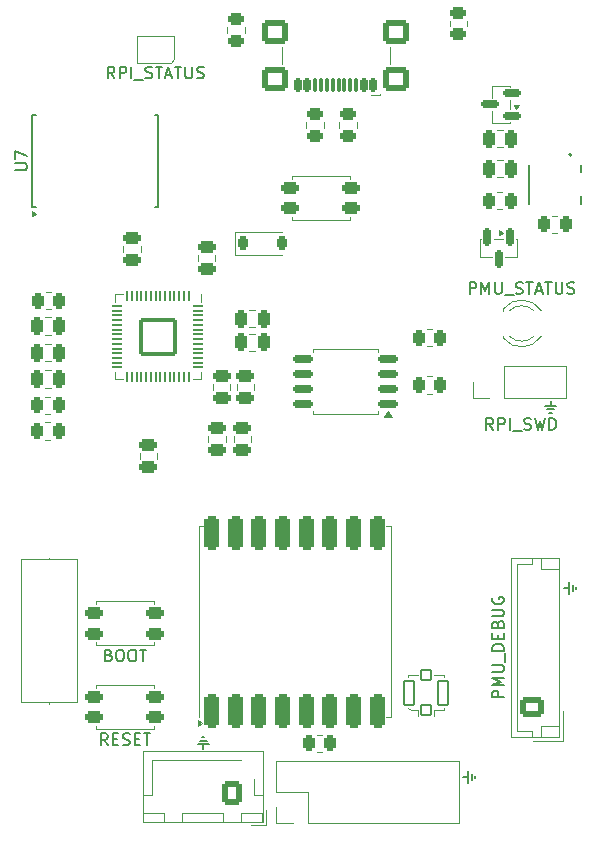
<source format=gbr>
%TF.GenerationSoftware,KiCad,Pcbnew,9.0.6*%
%TF.CreationDate,2025-12-09T07:01:58-08:00*%
%TF.ProjectId,bramble,6272616d-626c-4652-9e6b-696361645f70,rev?*%
%TF.SameCoordinates,Original*%
%TF.FileFunction,Legend,Top*%
%TF.FilePolarity,Positive*%
%FSLAX46Y46*%
G04 Gerber Fmt 4.6, Leading zero omitted, Abs format (unit mm)*
G04 Created by KiCad (PCBNEW 9.0.6) date 2025-12-09 07:01:58*
%MOMM*%
%LPD*%
G01*
G04 APERTURE LIST*
G04 Aperture macros list*
%AMRoundRect*
0 Rectangle with rounded corners*
0 $1 Rounding radius*
0 $2 $3 $4 $5 $6 $7 $8 $9 X,Y pos of 4 corners*
0 Add a 4 corners polygon primitive as box body*
4,1,4,$2,$3,$4,$5,$6,$7,$8,$9,$2,$3,0*
0 Add four circle primitives for the rounded corners*
1,1,$1+$1,$2,$3*
1,1,$1+$1,$4,$5*
1,1,$1+$1,$6,$7*
1,1,$1+$1,$8,$9*
0 Add four rect primitives between the rounded corners*
20,1,$1+$1,$2,$3,$4,$5,0*
20,1,$1+$1,$4,$5,$6,$7,0*
20,1,$1+$1,$6,$7,$8,$9,0*
20,1,$1+$1,$8,$9,$2,$3,0*%
G04 Aperture macros list end*
%ADD10C,0.200000*%
%ADD11C,0.150000*%
%ADD12C,0.127000*%
%ADD13C,0.120000*%
%ADD14C,0.010000*%
%ADD15RoundRect,0.250000X-0.475000X0.250000X-0.475000X-0.250000X0.475000X-0.250000X0.475000X0.250000X0*%
%ADD16RoundRect,0.250000X-0.262500X-0.450000X0.262500X-0.450000X0.262500X0.450000X-0.262500X0.450000X0*%
%ADD17RoundRect,0.250000X0.450000X-0.262500X0.450000X0.262500X-0.450000X0.262500X-0.450000X-0.262500X0*%
%ADD18RoundRect,0.225000X-0.225000X-0.375000X0.225000X-0.375000X0.225000X0.375000X-0.225000X0.375000X0*%
%ADD19R,0.600000X1.500000*%
%ADD20RoundRect,0.250000X0.475000X-0.250000X0.475000X0.250000X-0.475000X0.250000X-0.475000X-0.250000X0*%
%ADD21RoundRect,0.250000X0.250000X0.475000X-0.250000X0.475000X-0.250000X-0.475000X0.250000X-0.475000X0*%
%ADD22C,5.000000*%
%ADD23RoundRect,0.317500X0.317500X-1.157500X0.317500X1.157500X-0.317500X1.157500X-0.317500X-1.157500X0*%
%ADD24RoundRect,0.144000X-1.456000X1.456000X-1.456000X-1.456000X1.456000X-1.456000X1.456000X1.456000X0*%
%ADD25RoundRect,0.050000X-0.387500X0.050000X-0.387500X-0.050000X0.387500X-0.050000X0.387500X0.050000X0*%
%ADD26RoundRect,0.050000X-0.050000X0.387500X-0.050000X-0.387500X0.050000X-0.387500X0.050000X0.387500X0*%
%ADD27O,1.700000X1.950000*%
%ADD28RoundRect,0.250000X0.600000X0.725000X-0.600000X0.725000X-0.600000X-0.725000X0.600000X-0.725000X0*%
%ADD29C,1.200000*%
%ADD30C,1.800000*%
%ADD31R,1.800000X1.800000*%
%ADD32C,1.700000*%
%ADD33R,1.700000X1.700000*%
%ADD34RoundRect,0.250000X0.475000X0.250000X-0.475000X0.250000X-0.475000X-0.250000X0.475000X-0.250000X0*%
%ADD35RoundRect,0.250000X0.840000X0.750000X-0.840000X0.750000X-0.840000X-0.750000X0.840000X-0.750000X0*%
%ADD36RoundRect,0.150000X0.150000X0.425000X-0.150000X0.425000X-0.150000X-0.425000X0.150000X-0.425000X0*%
%ADD37RoundRect,0.075000X0.075000X0.500000X-0.075000X0.500000X-0.075000X-0.500000X0.075000X-0.500000X0*%
%ADD38C,0.650000*%
%ADD39RoundRect,0.250000X-0.250000X-0.475000X0.250000X-0.475000X0.250000X0.475000X-0.250000X0.475000X0*%
%ADD40RoundRect,0.105000X-0.420000X-0.995000X0.420000X-0.995000X0.420000X0.995000X-0.420000X0.995000X0*%
%ADD41RoundRect,0.100000X-0.400000X-0.400000X0.400000X-0.400000X0.400000X0.400000X-0.400000X0.400000X0*%
%ADD42RoundRect,0.150000X-0.150000X0.587500X-0.150000X-0.587500X0.150000X-0.587500X0.150000X0.587500X0*%
%ADD43RoundRect,0.250000X-0.450000X0.262500X-0.450000X-0.262500X0.450000X-0.262500X0.450000X0.262500X0*%
%ADD44RoundRect,0.162500X0.650000X0.162500X-0.650000X0.162500X-0.650000X-0.162500X0.650000X-0.162500X0*%
%ADD45O,1.950000X1.700000*%
%ADD46RoundRect,0.250000X0.725000X-0.600000X0.725000X0.600000X-0.725000X0.600000X-0.725000X-0.600000X0*%
%ADD47RoundRect,0.250000X0.262500X0.450000X-0.262500X0.450000X-0.262500X-0.450000X0.262500X-0.450000X0*%
%ADD48R,0.700000X0.700000*%
%ADD49RoundRect,0.250000X-0.475000X-0.250000X0.475000X-0.250000X0.475000X0.250000X-0.475000X0.250000X0*%
%ADD50C,2.400000*%
%ADD51RoundRect,0.150000X0.587500X0.150000X-0.587500X0.150000X-0.587500X-0.150000X0.587500X-0.150000X0*%
G04 APERTURE END LIST*
D10*
X28726189Y-75619209D02*
X27773808Y-75619209D01*
X28535713Y-75333495D02*
X27964285Y-75333495D01*
X28249999Y-76047780D02*
X28249999Y-75619209D01*
X28154761Y-75047780D02*
X28345237Y-75047780D01*
X57173810Y-46980790D02*
X58126191Y-46980790D01*
X57364286Y-47266504D02*
X57935714Y-47266504D01*
X57650000Y-46552219D02*
X57650000Y-46980790D01*
X57745238Y-47552219D02*
X57554762Y-47552219D01*
X50680790Y-78876189D02*
X50680790Y-77923808D01*
X50966504Y-78685713D02*
X50966504Y-78114285D01*
X50252219Y-78399999D02*
X50680790Y-78399999D01*
X51252219Y-78304761D02*
X51252219Y-78495237D01*
X59230790Y-62876189D02*
X59230790Y-61923808D01*
X59516504Y-62685713D02*
X59516504Y-62114285D01*
X58802219Y-62399999D02*
X59230790Y-62399999D01*
X59802219Y-62304761D02*
X59802219Y-62495237D01*
D11*
X52792857Y-49004819D02*
X52459524Y-48528628D01*
X52221429Y-49004819D02*
X52221429Y-48004819D01*
X52221429Y-48004819D02*
X52602381Y-48004819D01*
X52602381Y-48004819D02*
X52697619Y-48052438D01*
X52697619Y-48052438D02*
X52745238Y-48100057D01*
X52745238Y-48100057D02*
X52792857Y-48195295D01*
X52792857Y-48195295D02*
X52792857Y-48338152D01*
X52792857Y-48338152D02*
X52745238Y-48433390D01*
X52745238Y-48433390D02*
X52697619Y-48481009D01*
X52697619Y-48481009D02*
X52602381Y-48528628D01*
X52602381Y-48528628D02*
X52221429Y-48528628D01*
X53221429Y-49004819D02*
X53221429Y-48004819D01*
X53221429Y-48004819D02*
X53602381Y-48004819D01*
X53602381Y-48004819D02*
X53697619Y-48052438D01*
X53697619Y-48052438D02*
X53745238Y-48100057D01*
X53745238Y-48100057D02*
X53792857Y-48195295D01*
X53792857Y-48195295D02*
X53792857Y-48338152D01*
X53792857Y-48338152D02*
X53745238Y-48433390D01*
X53745238Y-48433390D02*
X53697619Y-48481009D01*
X53697619Y-48481009D02*
X53602381Y-48528628D01*
X53602381Y-48528628D02*
X53221429Y-48528628D01*
X54221429Y-49004819D02*
X54221429Y-48004819D01*
X54459524Y-49100057D02*
X55221428Y-49100057D01*
X55411905Y-48957200D02*
X55554762Y-49004819D01*
X55554762Y-49004819D02*
X55792857Y-49004819D01*
X55792857Y-49004819D02*
X55888095Y-48957200D01*
X55888095Y-48957200D02*
X55935714Y-48909580D01*
X55935714Y-48909580D02*
X55983333Y-48814342D01*
X55983333Y-48814342D02*
X55983333Y-48719104D01*
X55983333Y-48719104D02*
X55935714Y-48623866D01*
X55935714Y-48623866D02*
X55888095Y-48576247D01*
X55888095Y-48576247D02*
X55792857Y-48528628D01*
X55792857Y-48528628D02*
X55602381Y-48481009D01*
X55602381Y-48481009D02*
X55507143Y-48433390D01*
X55507143Y-48433390D02*
X55459524Y-48385771D01*
X55459524Y-48385771D02*
X55411905Y-48290533D01*
X55411905Y-48290533D02*
X55411905Y-48195295D01*
X55411905Y-48195295D02*
X55459524Y-48100057D01*
X55459524Y-48100057D02*
X55507143Y-48052438D01*
X55507143Y-48052438D02*
X55602381Y-48004819D01*
X55602381Y-48004819D02*
X55840476Y-48004819D01*
X55840476Y-48004819D02*
X55983333Y-48052438D01*
X56316667Y-48004819D02*
X56554762Y-49004819D01*
X56554762Y-49004819D02*
X56745238Y-48290533D01*
X56745238Y-48290533D02*
X56935714Y-49004819D01*
X56935714Y-49004819D02*
X57173810Y-48004819D01*
X57554762Y-49004819D02*
X57554762Y-48004819D01*
X57554762Y-48004819D02*
X57792857Y-48004819D01*
X57792857Y-48004819D02*
X57935714Y-48052438D01*
X57935714Y-48052438D02*
X58030952Y-48147676D01*
X58030952Y-48147676D02*
X58078571Y-48242914D01*
X58078571Y-48242914D02*
X58126190Y-48433390D01*
X58126190Y-48433390D02*
X58126190Y-48576247D01*
X58126190Y-48576247D02*
X58078571Y-48766723D01*
X58078571Y-48766723D02*
X58030952Y-48861961D01*
X58030952Y-48861961D02*
X57935714Y-48957200D01*
X57935714Y-48957200D02*
X57792857Y-49004819D01*
X57792857Y-49004819D02*
X57554762Y-49004819D01*
X12309819Y-27011904D02*
X13119342Y-27011904D01*
X13119342Y-27011904D02*
X13214580Y-26964285D01*
X13214580Y-26964285D02*
X13262200Y-26916666D01*
X13262200Y-26916666D02*
X13309819Y-26821428D01*
X13309819Y-26821428D02*
X13309819Y-26630952D01*
X13309819Y-26630952D02*
X13262200Y-26535714D01*
X13262200Y-26535714D02*
X13214580Y-26488095D01*
X13214580Y-26488095D02*
X13119342Y-26440476D01*
X13119342Y-26440476D02*
X12309819Y-26440476D01*
X12309819Y-26059523D02*
X12309819Y-25392857D01*
X12309819Y-25392857D02*
X13309819Y-25821428D01*
X50795238Y-37494819D02*
X50795238Y-36494819D01*
X50795238Y-36494819D02*
X51176190Y-36494819D01*
X51176190Y-36494819D02*
X51271428Y-36542438D01*
X51271428Y-36542438D02*
X51319047Y-36590057D01*
X51319047Y-36590057D02*
X51366666Y-36685295D01*
X51366666Y-36685295D02*
X51366666Y-36828152D01*
X51366666Y-36828152D02*
X51319047Y-36923390D01*
X51319047Y-36923390D02*
X51271428Y-36971009D01*
X51271428Y-36971009D02*
X51176190Y-37018628D01*
X51176190Y-37018628D02*
X50795238Y-37018628D01*
X51795238Y-37494819D02*
X51795238Y-36494819D01*
X51795238Y-36494819D02*
X52128571Y-37209104D01*
X52128571Y-37209104D02*
X52461904Y-36494819D01*
X52461904Y-36494819D02*
X52461904Y-37494819D01*
X52938095Y-36494819D02*
X52938095Y-37304342D01*
X52938095Y-37304342D02*
X52985714Y-37399580D01*
X52985714Y-37399580D02*
X53033333Y-37447200D01*
X53033333Y-37447200D02*
X53128571Y-37494819D01*
X53128571Y-37494819D02*
X53319047Y-37494819D01*
X53319047Y-37494819D02*
X53414285Y-37447200D01*
X53414285Y-37447200D02*
X53461904Y-37399580D01*
X53461904Y-37399580D02*
X53509523Y-37304342D01*
X53509523Y-37304342D02*
X53509523Y-36494819D01*
X53747619Y-37590057D02*
X54509523Y-37590057D01*
X54700000Y-37447200D02*
X54842857Y-37494819D01*
X54842857Y-37494819D02*
X55080952Y-37494819D01*
X55080952Y-37494819D02*
X55176190Y-37447200D01*
X55176190Y-37447200D02*
X55223809Y-37399580D01*
X55223809Y-37399580D02*
X55271428Y-37304342D01*
X55271428Y-37304342D02*
X55271428Y-37209104D01*
X55271428Y-37209104D02*
X55223809Y-37113866D01*
X55223809Y-37113866D02*
X55176190Y-37066247D01*
X55176190Y-37066247D02*
X55080952Y-37018628D01*
X55080952Y-37018628D02*
X54890476Y-36971009D01*
X54890476Y-36971009D02*
X54795238Y-36923390D01*
X54795238Y-36923390D02*
X54747619Y-36875771D01*
X54747619Y-36875771D02*
X54700000Y-36780533D01*
X54700000Y-36780533D02*
X54700000Y-36685295D01*
X54700000Y-36685295D02*
X54747619Y-36590057D01*
X54747619Y-36590057D02*
X54795238Y-36542438D01*
X54795238Y-36542438D02*
X54890476Y-36494819D01*
X54890476Y-36494819D02*
X55128571Y-36494819D01*
X55128571Y-36494819D02*
X55271428Y-36542438D01*
X55557143Y-36494819D02*
X56128571Y-36494819D01*
X55842857Y-37494819D02*
X55842857Y-36494819D01*
X56414286Y-37209104D02*
X56890476Y-37209104D01*
X56319048Y-37494819D02*
X56652381Y-36494819D01*
X56652381Y-36494819D02*
X56985714Y-37494819D01*
X57176191Y-36494819D02*
X57747619Y-36494819D01*
X57461905Y-37494819D02*
X57461905Y-36494819D01*
X58080953Y-36494819D02*
X58080953Y-37304342D01*
X58080953Y-37304342D02*
X58128572Y-37399580D01*
X58128572Y-37399580D02*
X58176191Y-37447200D01*
X58176191Y-37447200D02*
X58271429Y-37494819D01*
X58271429Y-37494819D02*
X58461905Y-37494819D01*
X58461905Y-37494819D02*
X58557143Y-37447200D01*
X58557143Y-37447200D02*
X58604762Y-37399580D01*
X58604762Y-37399580D02*
X58652381Y-37304342D01*
X58652381Y-37304342D02*
X58652381Y-36494819D01*
X59080953Y-37447200D02*
X59223810Y-37494819D01*
X59223810Y-37494819D02*
X59461905Y-37494819D01*
X59461905Y-37494819D02*
X59557143Y-37447200D01*
X59557143Y-37447200D02*
X59604762Y-37399580D01*
X59604762Y-37399580D02*
X59652381Y-37304342D01*
X59652381Y-37304342D02*
X59652381Y-37209104D01*
X59652381Y-37209104D02*
X59604762Y-37113866D01*
X59604762Y-37113866D02*
X59557143Y-37066247D01*
X59557143Y-37066247D02*
X59461905Y-37018628D01*
X59461905Y-37018628D02*
X59271429Y-36971009D01*
X59271429Y-36971009D02*
X59176191Y-36923390D01*
X59176191Y-36923390D02*
X59128572Y-36875771D01*
X59128572Y-36875771D02*
X59080953Y-36780533D01*
X59080953Y-36780533D02*
X59080953Y-36685295D01*
X59080953Y-36685295D02*
X59128572Y-36590057D01*
X59128572Y-36590057D02*
X59176191Y-36542438D01*
X59176191Y-36542438D02*
X59271429Y-36494819D01*
X59271429Y-36494819D02*
X59509524Y-36494819D01*
X59509524Y-36494819D02*
X59652381Y-36542438D01*
X20147618Y-75704819D02*
X19814285Y-75228628D01*
X19576190Y-75704819D02*
X19576190Y-74704819D01*
X19576190Y-74704819D02*
X19957142Y-74704819D01*
X19957142Y-74704819D02*
X20052380Y-74752438D01*
X20052380Y-74752438D02*
X20099999Y-74800057D01*
X20099999Y-74800057D02*
X20147618Y-74895295D01*
X20147618Y-74895295D02*
X20147618Y-75038152D01*
X20147618Y-75038152D02*
X20099999Y-75133390D01*
X20099999Y-75133390D02*
X20052380Y-75181009D01*
X20052380Y-75181009D02*
X19957142Y-75228628D01*
X19957142Y-75228628D02*
X19576190Y-75228628D01*
X20576190Y-75181009D02*
X20909523Y-75181009D01*
X21052380Y-75704819D02*
X20576190Y-75704819D01*
X20576190Y-75704819D02*
X20576190Y-74704819D01*
X20576190Y-74704819D02*
X21052380Y-74704819D01*
X21433333Y-75657200D02*
X21576190Y-75704819D01*
X21576190Y-75704819D02*
X21814285Y-75704819D01*
X21814285Y-75704819D02*
X21909523Y-75657200D01*
X21909523Y-75657200D02*
X21957142Y-75609580D01*
X21957142Y-75609580D02*
X22004761Y-75514342D01*
X22004761Y-75514342D02*
X22004761Y-75419104D01*
X22004761Y-75419104D02*
X21957142Y-75323866D01*
X21957142Y-75323866D02*
X21909523Y-75276247D01*
X21909523Y-75276247D02*
X21814285Y-75228628D01*
X21814285Y-75228628D02*
X21623809Y-75181009D01*
X21623809Y-75181009D02*
X21528571Y-75133390D01*
X21528571Y-75133390D02*
X21480952Y-75085771D01*
X21480952Y-75085771D02*
X21433333Y-74990533D01*
X21433333Y-74990533D02*
X21433333Y-74895295D01*
X21433333Y-74895295D02*
X21480952Y-74800057D01*
X21480952Y-74800057D02*
X21528571Y-74752438D01*
X21528571Y-74752438D02*
X21623809Y-74704819D01*
X21623809Y-74704819D02*
X21861904Y-74704819D01*
X21861904Y-74704819D02*
X22004761Y-74752438D01*
X22433333Y-75181009D02*
X22766666Y-75181009D01*
X22909523Y-75704819D02*
X22433333Y-75704819D01*
X22433333Y-75704819D02*
X22433333Y-74704819D01*
X22433333Y-74704819D02*
X22909523Y-74704819D01*
X23195238Y-74704819D02*
X23766666Y-74704819D01*
X23480952Y-75704819D02*
X23480952Y-74704819D01*
X53704819Y-71648035D02*
X52704819Y-71648035D01*
X52704819Y-71648035D02*
X52704819Y-71267083D01*
X52704819Y-71267083D02*
X52752438Y-71171845D01*
X52752438Y-71171845D02*
X52800057Y-71124226D01*
X52800057Y-71124226D02*
X52895295Y-71076607D01*
X52895295Y-71076607D02*
X53038152Y-71076607D01*
X53038152Y-71076607D02*
X53133390Y-71124226D01*
X53133390Y-71124226D02*
X53181009Y-71171845D01*
X53181009Y-71171845D02*
X53228628Y-71267083D01*
X53228628Y-71267083D02*
X53228628Y-71648035D01*
X53704819Y-70648035D02*
X52704819Y-70648035D01*
X52704819Y-70648035D02*
X53419104Y-70314702D01*
X53419104Y-70314702D02*
X52704819Y-69981369D01*
X52704819Y-69981369D02*
X53704819Y-69981369D01*
X52704819Y-69505178D02*
X53514342Y-69505178D01*
X53514342Y-69505178D02*
X53609580Y-69457559D01*
X53609580Y-69457559D02*
X53657200Y-69409940D01*
X53657200Y-69409940D02*
X53704819Y-69314702D01*
X53704819Y-69314702D02*
X53704819Y-69124226D01*
X53704819Y-69124226D02*
X53657200Y-69028988D01*
X53657200Y-69028988D02*
X53609580Y-68981369D01*
X53609580Y-68981369D02*
X53514342Y-68933750D01*
X53514342Y-68933750D02*
X52704819Y-68933750D01*
X53800057Y-68695655D02*
X53800057Y-67933750D01*
X53704819Y-67695654D02*
X52704819Y-67695654D01*
X52704819Y-67695654D02*
X52704819Y-67457559D01*
X52704819Y-67457559D02*
X52752438Y-67314702D01*
X52752438Y-67314702D02*
X52847676Y-67219464D01*
X52847676Y-67219464D02*
X52942914Y-67171845D01*
X52942914Y-67171845D02*
X53133390Y-67124226D01*
X53133390Y-67124226D02*
X53276247Y-67124226D01*
X53276247Y-67124226D02*
X53466723Y-67171845D01*
X53466723Y-67171845D02*
X53561961Y-67219464D01*
X53561961Y-67219464D02*
X53657200Y-67314702D01*
X53657200Y-67314702D02*
X53704819Y-67457559D01*
X53704819Y-67457559D02*
X53704819Y-67695654D01*
X53181009Y-66695654D02*
X53181009Y-66362321D01*
X53704819Y-66219464D02*
X53704819Y-66695654D01*
X53704819Y-66695654D02*
X52704819Y-66695654D01*
X52704819Y-66695654D02*
X52704819Y-66219464D01*
X53181009Y-65457559D02*
X53228628Y-65314702D01*
X53228628Y-65314702D02*
X53276247Y-65267083D01*
X53276247Y-65267083D02*
X53371485Y-65219464D01*
X53371485Y-65219464D02*
X53514342Y-65219464D01*
X53514342Y-65219464D02*
X53609580Y-65267083D01*
X53609580Y-65267083D02*
X53657200Y-65314702D01*
X53657200Y-65314702D02*
X53704819Y-65409940D01*
X53704819Y-65409940D02*
X53704819Y-65790892D01*
X53704819Y-65790892D02*
X52704819Y-65790892D01*
X52704819Y-65790892D02*
X52704819Y-65457559D01*
X52704819Y-65457559D02*
X52752438Y-65362321D01*
X52752438Y-65362321D02*
X52800057Y-65314702D01*
X52800057Y-65314702D02*
X52895295Y-65267083D01*
X52895295Y-65267083D02*
X52990533Y-65267083D01*
X52990533Y-65267083D02*
X53085771Y-65314702D01*
X53085771Y-65314702D02*
X53133390Y-65362321D01*
X53133390Y-65362321D02*
X53181009Y-65457559D01*
X53181009Y-65457559D02*
X53181009Y-65790892D01*
X52704819Y-64790892D02*
X53514342Y-64790892D01*
X53514342Y-64790892D02*
X53609580Y-64743273D01*
X53609580Y-64743273D02*
X53657200Y-64695654D01*
X53657200Y-64695654D02*
X53704819Y-64600416D01*
X53704819Y-64600416D02*
X53704819Y-64409940D01*
X53704819Y-64409940D02*
X53657200Y-64314702D01*
X53657200Y-64314702D02*
X53609580Y-64267083D01*
X53609580Y-64267083D02*
X53514342Y-64219464D01*
X53514342Y-64219464D02*
X52704819Y-64219464D01*
X52752438Y-63219464D02*
X52704819Y-63314702D01*
X52704819Y-63314702D02*
X52704819Y-63457559D01*
X52704819Y-63457559D02*
X52752438Y-63600416D01*
X52752438Y-63600416D02*
X52847676Y-63695654D01*
X52847676Y-63695654D02*
X52942914Y-63743273D01*
X52942914Y-63743273D02*
X53133390Y-63790892D01*
X53133390Y-63790892D02*
X53276247Y-63790892D01*
X53276247Y-63790892D02*
X53466723Y-63743273D01*
X53466723Y-63743273D02*
X53561961Y-63695654D01*
X53561961Y-63695654D02*
X53657200Y-63600416D01*
X53657200Y-63600416D02*
X53704819Y-63457559D01*
X53704819Y-63457559D02*
X53704819Y-63362321D01*
X53704819Y-63362321D02*
X53657200Y-63219464D01*
X53657200Y-63219464D02*
X53609580Y-63171845D01*
X53609580Y-63171845D02*
X53276247Y-63171845D01*
X53276247Y-63171845D02*
X53276247Y-63362321D01*
X20242857Y-68081009D02*
X20385714Y-68128628D01*
X20385714Y-68128628D02*
X20433333Y-68176247D01*
X20433333Y-68176247D02*
X20480952Y-68271485D01*
X20480952Y-68271485D02*
X20480952Y-68414342D01*
X20480952Y-68414342D02*
X20433333Y-68509580D01*
X20433333Y-68509580D02*
X20385714Y-68557200D01*
X20385714Y-68557200D02*
X20290476Y-68604819D01*
X20290476Y-68604819D02*
X19909524Y-68604819D01*
X19909524Y-68604819D02*
X19909524Y-67604819D01*
X19909524Y-67604819D02*
X20242857Y-67604819D01*
X20242857Y-67604819D02*
X20338095Y-67652438D01*
X20338095Y-67652438D02*
X20385714Y-67700057D01*
X20385714Y-67700057D02*
X20433333Y-67795295D01*
X20433333Y-67795295D02*
X20433333Y-67890533D01*
X20433333Y-67890533D02*
X20385714Y-67985771D01*
X20385714Y-67985771D02*
X20338095Y-68033390D01*
X20338095Y-68033390D02*
X20242857Y-68081009D01*
X20242857Y-68081009D02*
X19909524Y-68081009D01*
X21100000Y-67604819D02*
X21290476Y-67604819D01*
X21290476Y-67604819D02*
X21385714Y-67652438D01*
X21385714Y-67652438D02*
X21480952Y-67747676D01*
X21480952Y-67747676D02*
X21528571Y-67938152D01*
X21528571Y-67938152D02*
X21528571Y-68271485D01*
X21528571Y-68271485D02*
X21480952Y-68461961D01*
X21480952Y-68461961D02*
X21385714Y-68557200D01*
X21385714Y-68557200D02*
X21290476Y-68604819D01*
X21290476Y-68604819D02*
X21100000Y-68604819D01*
X21100000Y-68604819D02*
X21004762Y-68557200D01*
X21004762Y-68557200D02*
X20909524Y-68461961D01*
X20909524Y-68461961D02*
X20861905Y-68271485D01*
X20861905Y-68271485D02*
X20861905Y-67938152D01*
X20861905Y-67938152D02*
X20909524Y-67747676D01*
X20909524Y-67747676D02*
X21004762Y-67652438D01*
X21004762Y-67652438D02*
X21100000Y-67604819D01*
X22147619Y-67604819D02*
X22338095Y-67604819D01*
X22338095Y-67604819D02*
X22433333Y-67652438D01*
X22433333Y-67652438D02*
X22528571Y-67747676D01*
X22528571Y-67747676D02*
X22576190Y-67938152D01*
X22576190Y-67938152D02*
X22576190Y-68271485D01*
X22576190Y-68271485D02*
X22528571Y-68461961D01*
X22528571Y-68461961D02*
X22433333Y-68557200D01*
X22433333Y-68557200D02*
X22338095Y-68604819D01*
X22338095Y-68604819D02*
X22147619Y-68604819D01*
X22147619Y-68604819D02*
X22052381Y-68557200D01*
X22052381Y-68557200D02*
X21957143Y-68461961D01*
X21957143Y-68461961D02*
X21909524Y-68271485D01*
X21909524Y-68271485D02*
X21909524Y-67938152D01*
X21909524Y-67938152D02*
X21957143Y-67747676D01*
X21957143Y-67747676D02*
X22052381Y-67652438D01*
X22052381Y-67652438D02*
X22147619Y-67604819D01*
X22861905Y-67604819D02*
X23433333Y-67604819D01*
X23147619Y-68604819D02*
X23147619Y-67604819D01*
X20723809Y-19254819D02*
X20390476Y-18778628D01*
X20152381Y-19254819D02*
X20152381Y-18254819D01*
X20152381Y-18254819D02*
X20533333Y-18254819D01*
X20533333Y-18254819D02*
X20628571Y-18302438D01*
X20628571Y-18302438D02*
X20676190Y-18350057D01*
X20676190Y-18350057D02*
X20723809Y-18445295D01*
X20723809Y-18445295D02*
X20723809Y-18588152D01*
X20723809Y-18588152D02*
X20676190Y-18683390D01*
X20676190Y-18683390D02*
X20628571Y-18731009D01*
X20628571Y-18731009D02*
X20533333Y-18778628D01*
X20533333Y-18778628D02*
X20152381Y-18778628D01*
X21152381Y-19254819D02*
X21152381Y-18254819D01*
X21152381Y-18254819D02*
X21533333Y-18254819D01*
X21533333Y-18254819D02*
X21628571Y-18302438D01*
X21628571Y-18302438D02*
X21676190Y-18350057D01*
X21676190Y-18350057D02*
X21723809Y-18445295D01*
X21723809Y-18445295D02*
X21723809Y-18588152D01*
X21723809Y-18588152D02*
X21676190Y-18683390D01*
X21676190Y-18683390D02*
X21628571Y-18731009D01*
X21628571Y-18731009D02*
X21533333Y-18778628D01*
X21533333Y-18778628D02*
X21152381Y-18778628D01*
X22152381Y-19254819D02*
X22152381Y-18254819D01*
X22390476Y-19350057D02*
X23152380Y-19350057D01*
X23342857Y-19207200D02*
X23485714Y-19254819D01*
X23485714Y-19254819D02*
X23723809Y-19254819D01*
X23723809Y-19254819D02*
X23819047Y-19207200D01*
X23819047Y-19207200D02*
X23866666Y-19159580D01*
X23866666Y-19159580D02*
X23914285Y-19064342D01*
X23914285Y-19064342D02*
X23914285Y-18969104D01*
X23914285Y-18969104D02*
X23866666Y-18873866D01*
X23866666Y-18873866D02*
X23819047Y-18826247D01*
X23819047Y-18826247D02*
X23723809Y-18778628D01*
X23723809Y-18778628D02*
X23533333Y-18731009D01*
X23533333Y-18731009D02*
X23438095Y-18683390D01*
X23438095Y-18683390D02*
X23390476Y-18635771D01*
X23390476Y-18635771D02*
X23342857Y-18540533D01*
X23342857Y-18540533D02*
X23342857Y-18445295D01*
X23342857Y-18445295D02*
X23390476Y-18350057D01*
X23390476Y-18350057D02*
X23438095Y-18302438D01*
X23438095Y-18302438D02*
X23533333Y-18254819D01*
X23533333Y-18254819D02*
X23771428Y-18254819D01*
X23771428Y-18254819D02*
X23914285Y-18302438D01*
X24200000Y-18254819D02*
X24771428Y-18254819D01*
X24485714Y-19254819D02*
X24485714Y-18254819D01*
X25057143Y-18969104D02*
X25533333Y-18969104D01*
X24961905Y-19254819D02*
X25295238Y-18254819D01*
X25295238Y-18254819D02*
X25628571Y-19254819D01*
X25819048Y-18254819D02*
X26390476Y-18254819D01*
X26104762Y-19254819D02*
X26104762Y-18254819D01*
X26723810Y-18254819D02*
X26723810Y-19064342D01*
X26723810Y-19064342D02*
X26771429Y-19159580D01*
X26771429Y-19159580D02*
X26819048Y-19207200D01*
X26819048Y-19207200D02*
X26914286Y-19254819D01*
X26914286Y-19254819D02*
X27104762Y-19254819D01*
X27104762Y-19254819D02*
X27200000Y-19207200D01*
X27200000Y-19207200D02*
X27247619Y-19159580D01*
X27247619Y-19159580D02*
X27295238Y-19064342D01*
X27295238Y-19064342D02*
X27295238Y-18254819D01*
X27723810Y-19207200D02*
X27866667Y-19254819D01*
X27866667Y-19254819D02*
X28104762Y-19254819D01*
X28104762Y-19254819D02*
X28200000Y-19207200D01*
X28200000Y-19207200D02*
X28247619Y-19159580D01*
X28247619Y-19159580D02*
X28295238Y-19064342D01*
X28295238Y-19064342D02*
X28295238Y-18969104D01*
X28295238Y-18969104D02*
X28247619Y-18873866D01*
X28247619Y-18873866D02*
X28200000Y-18826247D01*
X28200000Y-18826247D02*
X28104762Y-18778628D01*
X28104762Y-18778628D02*
X27914286Y-18731009D01*
X27914286Y-18731009D02*
X27819048Y-18683390D01*
X27819048Y-18683390D02*
X27771429Y-18635771D01*
X27771429Y-18635771D02*
X27723810Y-18540533D01*
X27723810Y-18540533D02*
X27723810Y-18445295D01*
X27723810Y-18445295D02*
X27771429Y-18350057D01*
X27771429Y-18350057D02*
X27819048Y-18302438D01*
X27819048Y-18302438D02*
X27914286Y-18254819D01*
X27914286Y-18254819D02*
X28152381Y-18254819D01*
X28152381Y-18254819D02*
X28295238Y-18302438D01*
D12*
%TO.C,VR1*%
X55790000Y-29850000D02*
X55790000Y-26550000D01*
X60215000Y-26550000D02*
X60215000Y-27150000D01*
X60215000Y-29250000D02*
X60215000Y-29850000D01*
D10*
X59415000Y-25700000D02*
G75*
G02*
X59215000Y-25700000I-100000J0D01*
G01*
X59215000Y-25700000D02*
G75*
G02*
X59415000Y-25700000I100000J0D01*
G01*
D13*
%TO.C,C22*%
X29065000Y-45138748D02*
X29065000Y-45661252D01*
X30535000Y-45138748D02*
X30535000Y-45661252D01*
%TO.C,R16*%
X14852936Y-47659000D02*
X15307064Y-47659000D01*
X14852936Y-46189000D02*
X15307064Y-46189000D01*
%TO.C,R24*%
X41235000Y-23427064D02*
X41235000Y-22972936D01*
X39765000Y-23427064D02*
X39765000Y-22972936D01*
%TO.C,D2*%
X30890000Y-34225000D02*
X34900000Y-34225000D01*
X30890000Y-32225000D02*
X34900000Y-32225000D01*
X30890000Y-32225000D02*
X30890000Y-34225000D01*
%TO.C,C18*%
X30135000Y-49541248D02*
X30135000Y-50063752D01*
X28665000Y-49541248D02*
X28665000Y-50063752D01*
%TO.C,U7*%
X14080000Y-30700000D02*
X13750000Y-30940000D01*
X13750000Y-30460000D01*
X14080000Y-30700000D01*
G36*
X14080000Y-30700000D02*
G01*
X13750000Y-30940000D01*
X13750000Y-30460000D01*
X14080000Y-30700000D01*
G37*
D11*
X24430000Y-30125000D02*
X24430000Y-22375000D01*
X24430000Y-30125000D02*
X24155000Y-30125000D01*
X24430000Y-22375000D02*
X24155000Y-22375000D01*
X13780000Y-30125000D02*
X14055000Y-30125000D01*
X13780000Y-30125000D02*
X13780000Y-22375000D01*
X13780000Y-22375000D02*
X14055000Y-22375000D01*
D13*
%TO.C,C21*%
X22935000Y-33961252D02*
X22935000Y-33438748D01*
X21465000Y-33961252D02*
X21465000Y-33438748D01*
%TO.C,R4*%
X53611252Y-25085000D02*
X53088748Y-25085000D01*
X53611252Y-23615000D02*
X53088748Y-23615000D01*
%TO.C,U5*%
X28100000Y-73850000D02*
X27764000Y-74090000D01*
X27764000Y-73610000D01*
X28100000Y-73850000D01*
G36*
X28100000Y-73850000D02*
G01*
X27764000Y-74090000D01*
X27764000Y-73610000D01*
X28100000Y-73850000D01*
G37*
X44100000Y-73350000D02*
X44100000Y-57150000D01*
X44100000Y-57150000D02*
X43700000Y-57150000D01*
X43700000Y-73350000D02*
X44100000Y-73350000D01*
X27900000Y-73350000D02*
X27900000Y-57150000D01*
X27900000Y-57150000D02*
X28300000Y-57150000D01*
%TO.C,IC1*%
X28010000Y-44735000D02*
X27360000Y-44735000D01*
X28010000Y-44085000D02*
X28010000Y-44735000D01*
X28010000Y-38165000D02*
X28010000Y-37515000D01*
X20790000Y-44735000D02*
X21440000Y-44735000D01*
X20790000Y-44085000D02*
X20790000Y-44735000D01*
X20790000Y-38165000D02*
X20790000Y-37515000D01*
X20790000Y-37515000D02*
X21440000Y-37515000D01*
%TO.C,J2*%
X33550000Y-82475000D02*
X33550000Y-81225000D01*
X33260000Y-82185000D02*
X33260000Y-76215000D01*
X33260000Y-76215000D02*
X23140000Y-76215000D01*
X33250000Y-82175000D02*
X33250000Y-81425000D01*
X33250000Y-81425000D02*
X31450000Y-81425000D01*
X33250000Y-79925000D02*
X32500000Y-79925000D01*
X32500000Y-79925000D02*
X32500000Y-78585000D01*
X32300000Y-82475000D02*
X33550000Y-82475000D01*
X31450000Y-82175000D02*
X33250000Y-82175000D01*
X31450000Y-81425000D02*
X31450000Y-82175000D01*
X29950000Y-82175000D02*
X29950000Y-81425000D01*
X29950000Y-81425000D02*
X26450000Y-81425000D01*
X28200000Y-76975000D02*
X31440000Y-76975000D01*
X26450000Y-82175000D02*
X29950000Y-82175000D01*
X26450000Y-81425000D02*
X26450000Y-82175000D01*
X24950000Y-82175000D02*
X24950000Y-81425000D01*
X24950000Y-81425000D02*
X23150000Y-81425000D01*
X23900000Y-79925000D02*
X23900000Y-76975000D01*
X23900000Y-76975000D02*
X28200000Y-76975000D01*
X23150000Y-82175000D02*
X24950000Y-82175000D01*
X23150000Y-81425000D02*
X23150000Y-82175000D01*
X23150000Y-79925000D02*
X23900000Y-79925000D01*
X23140000Y-82185000D02*
X33260000Y-82185000D01*
X23140000Y-76215000D02*
X23140000Y-82185000D01*
%TO.C,R17*%
X14930436Y-38805000D02*
X15384564Y-38805000D01*
X14930436Y-37335000D02*
X15384564Y-37335000D01*
%TO.C,PMU_STATUS*%
X56871437Y-41080000D02*
G75*
G02*
X53640000Y-41235516I-1671437J1080000D01*
G01*
X56240961Y-41080000D02*
G75*
G02*
X54159039Y-41080000I-1040961J1080000D01*
G01*
X54159039Y-38920000D02*
G75*
G02*
X56240961Y-38920000I1040961J-1080000D01*
G01*
X53640000Y-38764484D02*
G75*
G02*
X56871437Y-38920000I1560000J-1235516D01*
G01*
X53640000Y-41080000D02*
X53640000Y-41236000D01*
X53640000Y-38764000D02*
X53640000Y-38920000D01*
%TO.C,C19*%
X32285000Y-49538748D02*
X32285000Y-50061252D01*
X30815000Y-49538748D02*
X30815000Y-50061252D01*
%TO.C,J6*%
X49900000Y-82305000D02*
X49900000Y-77005000D01*
X37090000Y-82305000D02*
X49900000Y-82305000D01*
X37090000Y-82305000D02*
X37090000Y-79655000D01*
X37090000Y-79655000D02*
X34440000Y-79655000D01*
X35820000Y-82305000D02*
X34440000Y-82305000D01*
X34440000Y-82305000D02*
X34440000Y-80925000D01*
X34440000Y-79655000D02*
X34440000Y-77005000D01*
X34440000Y-77005000D02*
X49900000Y-77005000D01*
%TO.C,RESET*%
X24060000Y-74360000D02*
X24060000Y-74110000D01*
X24060000Y-70890000D02*
X24060000Y-70640000D01*
X24060000Y-70640000D02*
X19140000Y-70640000D01*
X19140000Y-74360000D02*
X24060000Y-74360000D01*
X19140000Y-74360000D02*
X19140000Y-74110000D01*
X19140000Y-70890000D02*
X19140000Y-70640000D01*
%TO.C,J4*%
X44030000Y-16605000D02*
X44030000Y-18015000D01*
X43210000Y-20685000D02*
X43210000Y-20535000D01*
X42410000Y-20685000D02*
X43210000Y-20685000D01*
X34870000Y-16605000D02*
X34870000Y-18015000D01*
%TO.C,C20*%
X32138748Y-42335000D02*
X32661252Y-42335000D01*
X32138748Y-40865000D02*
X32661252Y-40865000D01*
%TO.C,J5*%
X48600000Y-72750000D02*
X47800000Y-72750000D01*
X48600000Y-72550000D02*
X48600000Y-72750000D01*
X48600000Y-69750000D02*
X48600000Y-69950000D01*
X47800000Y-72750000D02*
X47800000Y-73250000D01*
X47800000Y-69750000D02*
X48600000Y-69750000D01*
X46400000Y-72750000D02*
X46400000Y-73250000D01*
X46400000Y-72750000D02*
X45800000Y-72750000D01*
X45800000Y-72750000D02*
X45600000Y-72550000D01*
X45600000Y-69950000D02*
X45600000Y-69750000D01*
X45600000Y-69750000D02*
X46400000Y-69750000D01*
%TO.C,Q1*%
X53630000Y-32300000D02*
X53300000Y-32540000D01*
X53300000Y-32060000D01*
X53630000Y-32300000D01*
G36*
X53630000Y-32300000D02*
G01*
X53300000Y-32540000D01*
X53300000Y-32060000D01*
X53630000Y-32300000D01*
G37*
X54810000Y-34360000D02*
X53810000Y-34360000D01*
X54810000Y-32840000D02*
X54810000Y-34360000D01*
X54760000Y-32840000D02*
X54810000Y-32840000D01*
X52860000Y-32840000D02*
X53640000Y-32840000D01*
X52690000Y-34360000D02*
X51690000Y-34360000D01*
X51690000Y-34360000D02*
X51690000Y-32840000D01*
X51690000Y-32840000D02*
X51740000Y-32840000D01*
%TO.C,R22*%
X50585000Y-14372936D02*
X50585000Y-14827064D01*
X49115000Y-14372936D02*
X49115000Y-14827064D01*
%TO.C,R23*%
X38435000Y-23427064D02*
X38435000Y-22972936D01*
X36965000Y-23427064D02*
X36965000Y-22972936D01*
%TO.C,C14*%
X32535000Y-45661252D02*
X32535000Y-45138748D01*
X31065000Y-45661252D02*
X31065000Y-45138748D01*
%TO.C,U6*%
X44192500Y-47877500D02*
X43512500Y-47877500D01*
X43852500Y-47407500D01*
X44192500Y-47877500D01*
G36*
X44192500Y-47877500D02*
G01*
X43512500Y-47877500D01*
X43852500Y-47407500D01*
X44192500Y-47877500D01*
G37*
X43022500Y-47667500D02*
X37502500Y-47667500D01*
X43022500Y-47397500D02*
X43022500Y-47667500D01*
X43022500Y-42147500D02*
X43022500Y-42417500D01*
X37502500Y-47667500D02*
X37502500Y-47397500D01*
X37502500Y-42417500D02*
X37502500Y-42147500D01*
X37502500Y-42147500D02*
X43022500Y-42147500D01*
%TO.C,J3*%
X58930000Y-46331250D02*
X58930000Y-43571250D01*
X53740000Y-46331250D02*
X58930000Y-46331250D01*
X53740000Y-46331250D02*
X53740000Y-43571250D01*
X53740000Y-43571250D02*
X58930000Y-43571250D01*
X52470000Y-46331250D02*
X51090000Y-46331250D01*
X51090000Y-46331250D02*
X51090000Y-44951250D01*
%TO.C,C13*%
X32661252Y-40335000D02*
X32138748Y-40335000D01*
X32661252Y-38865000D02*
X32138748Y-38865000D01*
%TO.C,R3*%
X53088748Y-27635000D02*
X53611252Y-27635000D01*
X53088748Y-26165000D02*
X53611252Y-26165000D01*
%TO.C,C16*%
X29260000Y-34711252D02*
X29260000Y-34188748D01*
X27790000Y-34711252D02*
X27790000Y-34188748D01*
%TO.C,PMU_DEBUG*%
X58660000Y-75343750D02*
X58660000Y-72843750D01*
X58360000Y-75043750D02*
X58360000Y-59823750D01*
X58360000Y-59823750D02*
X54340000Y-59823750D01*
X56860000Y-75043750D02*
X56860000Y-74043750D01*
X56860000Y-74043750D02*
X58360000Y-74043750D01*
X56860000Y-60823750D02*
X58360000Y-60823750D01*
X56860000Y-59823750D02*
X56860000Y-60823750D01*
X56160000Y-75343750D02*
X58660000Y-75343750D01*
X56050000Y-75043750D02*
X56050000Y-74543750D01*
X56050000Y-74543750D02*
X54840000Y-74543750D01*
X56050000Y-60323750D02*
X56050000Y-59823750D01*
X54840000Y-74543750D02*
X54840000Y-60323750D01*
X54840000Y-60323750D02*
X56050000Y-60323750D01*
X54340000Y-75043750D02*
X58360000Y-75043750D01*
X54340000Y-59823750D02*
X54340000Y-75043750D01*
%TO.C,R1*%
X53577064Y-30335000D02*
X53122936Y-30335000D01*
X53577064Y-28865000D02*
X53122936Y-28865000D01*
%TO.C,BOOT*%
X24060000Y-67260000D02*
X24060000Y-67010000D01*
X24060000Y-63790000D02*
X24060000Y-63540000D01*
X24060000Y-63540000D02*
X19140000Y-63540000D01*
X19140000Y-67260000D02*
X24060000Y-67260000D01*
X19140000Y-67260000D02*
X19140000Y-67010000D01*
X19140000Y-63790000D02*
X19140000Y-63540000D01*
%TO.C,C17*%
X15361252Y-40951000D02*
X14838748Y-40951000D01*
X15361252Y-39481000D02*
X14838748Y-39481000D01*
%TO.C,RPI_STATUS*%
X25800000Y-15650000D02*
X25800000Y-17650000D01*
X25800000Y-15650000D02*
X22600000Y-15650000D01*
X25500000Y-17950000D02*
X25800000Y-17650000D01*
X25500000Y-17950000D02*
X22600000Y-17950000D01*
X22600000Y-17950000D02*
X22600000Y-15650000D01*
%TO.C,R25*%
X47172936Y-41935000D02*
X47627064Y-41935000D01*
X47172936Y-40465000D02*
X47627064Y-40465000D01*
%TO.C,R21*%
X31735000Y-14922936D02*
X31735000Y-15377064D01*
X30265000Y-14922936D02*
X30265000Y-15377064D01*
%TO.C,R2*%
X57772936Y-32335000D02*
X58227064Y-32335000D01*
X57772936Y-30865000D02*
X58227064Y-30865000D01*
%TO.C,SW1*%
X40635000Y-30960000D02*
X40635000Y-31210000D01*
X40635000Y-27490000D02*
X40635000Y-27740000D01*
X40635000Y-27490000D02*
X35715000Y-27490000D01*
X35715000Y-31210000D02*
X40635000Y-31210000D01*
X35715000Y-30960000D02*
X35715000Y-31210000D01*
X35715000Y-27490000D02*
X35715000Y-27740000D01*
%TO.C,R19*%
X38302064Y-76285000D02*
X37847936Y-76285000D01*
X38302064Y-74815000D02*
X37847936Y-74815000D01*
%TO.C,R18*%
X47172936Y-45935000D02*
X47627064Y-45935000D01*
X47172936Y-44465000D02*
X47627064Y-44465000D01*
%TO.C,R20*%
X15307064Y-49845000D02*
X14852936Y-49845000D01*
X15307064Y-48375000D02*
X14852936Y-48375000D01*
%TO.C,R8*%
X17570000Y-59930000D02*
X12830000Y-59930000D01*
X12830000Y-72070000D01*
X17570000Y-72070000D01*
X17570000Y-59930000D01*
X15200000Y-72180000D02*
X15200000Y-72070000D01*
X15200000Y-59820000D02*
X15200000Y-59930000D01*
%TO.C,Q2*%
X54750000Y-21830000D02*
X54510000Y-21500000D01*
X54990000Y-21500000D01*
X54750000Y-21830000D01*
G36*
X54750000Y-21830000D02*
G01*
X54510000Y-21500000D01*
X54990000Y-21500000D01*
X54750000Y-21830000D01*
G37*
X54210000Y-23010000D02*
X52690000Y-23010000D01*
X54210000Y-22960000D02*
X54210000Y-23010000D01*
X54210000Y-21060000D02*
X54210000Y-21840000D01*
X54210000Y-19890000D02*
X54210000Y-19940000D01*
X52690000Y-23010000D02*
X52690000Y-22010000D01*
X52690000Y-20890000D02*
X52690000Y-19890000D01*
X52690000Y-19890000D02*
X54210000Y-19890000D01*
%TO.C,C23*%
X24335000Y-50938748D02*
X24335000Y-51461252D01*
X22865000Y-50938748D02*
X22865000Y-51461252D01*
%TO.C,C9*%
X14838748Y-43197000D02*
X15361252Y-43197000D01*
X14838748Y-41727000D02*
X15361252Y-41727000D01*
%TO.C,C12*%
X15361252Y-45443000D02*
X14838748Y-45443000D01*
X15361252Y-43973000D02*
X14838748Y-43973000D01*
%TD*%
%LPC*%
D14*
%TO.C,VR1*%
X60125000Y-27541000D02*
X60131000Y-27541000D01*
X60136000Y-27542000D01*
X60141000Y-27543000D01*
X60146000Y-27545000D01*
X60151000Y-27547000D01*
X60156000Y-27549000D01*
X60160000Y-27551000D01*
X60165000Y-27553000D01*
X60169000Y-27556000D01*
X60174000Y-27559000D01*
X60178000Y-27562000D01*
X60182000Y-27566000D01*
X60186000Y-27569000D01*
X60189000Y-27573000D01*
X60193000Y-27577000D01*
X60196000Y-27581000D01*
X60199000Y-27586000D01*
X60202000Y-27590000D01*
X60204000Y-27595000D01*
X60206000Y-27599000D01*
X60208000Y-27604000D01*
X60210000Y-27609000D01*
X60212000Y-27614000D01*
X60213000Y-27619000D01*
X60214000Y-27624000D01*
X60214000Y-27630000D01*
X60215000Y-27635000D01*
X60215000Y-27640000D01*
X60215000Y-27760000D01*
X60215000Y-27765000D01*
X60214000Y-27770000D01*
X60214000Y-27776000D01*
X60213000Y-27781000D01*
X60212000Y-27786000D01*
X60210000Y-27791000D01*
X60208000Y-27796000D01*
X60206000Y-27801000D01*
X60204000Y-27805000D01*
X60202000Y-27810000D01*
X60199000Y-27814000D01*
X60196000Y-27819000D01*
X60193000Y-27823000D01*
X60189000Y-27827000D01*
X60186000Y-27831000D01*
X60182000Y-27834000D01*
X60178000Y-27838000D01*
X60174000Y-27841000D01*
X60169000Y-27844000D01*
X60165000Y-27847000D01*
X60160000Y-27849000D01*
X60156000Y-27851000D01*
X60151000Y-27853000D01*
X60146000Y-27855000D01*
X60141000Y-27857000D01*
X60136000Y-27858000D01*
X60131000Y-27859000D01*
X60125000Y-27859000D01*
X60120000Y-27860000D01*
X60115000Y-27860000D01*
X59615000Y-27860000D01*
X59610000Y-27860000D01*
X59605000Y-27859000D01*
X59599000Y-27859000D01*
X59594000Y-27858000D01*
X59589000Y-27857000D01*
X59584000Y-27855000D01*
X59579000Y-27853000D01*
X59574000Y-27851000D01*
X59570000Y-27849000D01*
X59565000Y-27847000D01*
X59561000Y-27844000D01*
X59556000Y-27841000D01*
X59552000Y-27838000D01*
X59548000Y-27834000D01*
X59544000Y-27831000D01*
X59541000Y-27827000D01*
X59537000Y-27823000D01*
X59534000Y-27819000D01*
X59531000Y-27814000D01*
X59528000Y-27810000D01*
X59526000Y-27805000D01*
X59524000Y-27801000D01*
X59522000Y-27796000D01*
X59520000Y-27791000D01*
X59518000Y-27786000D01*
X59517000Y-27781000D01*
X59516000Y-27776000D01*
X59516000Y-27770000D01*
X59515000Y-27765000D01*
X59515000Y-27760000D01*
X59515000Y-27640000D01*
X59515000Y-27635000D01*
X59516000Y-27630000D01*
X59516000Y-27624000D01*
X59517000Y-27619000D01*
X59518000Y-27614000D01*
X59520000Y-27609000D01*
X59522000Y-27604000D01*
X59524000Y-27599000D01*
X59526000Y-27595000D01*
X59528000Y-27590000D01*
X59531000Y-27586000D01*
X59534000Y-27581000D01*
X59537000Y-27577000D01*
X59541000Y-27573000D01*
X59544000Y-27569000D01*
X59548000Y-27566000D01*
X59552000Y-27562000D01*
X59556000Y-27559000D01*
X59561000Y-27556000D01*
X59565000Y-27553000D01*
X59570000Y-27551000D01*
X59574000Y-27549000D01*
X59579000Y-27547000D01*
X59584000Y-27545000D01*
X59589000Y-27543000D01*
X59594000Y-27542000D01*
X59599000Y-27541000D01*
X59605000Y-27541000D01*
X59610000Y-27540000D01*
X59615000Y-27540000D01*
X60115000Y-27540000D01*
X60120000Y-27540000D01*
X60125000Y-27541000D01*
G36*
X60125000Y-27541000D02*
G01*
X60131000Y-27541000D01*
X60136000Y-27542000D01*
X60141000Y-27543000D01*
X60146000Y-27545000D01*
X60151000Y-27547000D01*
X60156000Y-27549000D01*
X60160000Y-27551000D01*
X60165000Y-27553000D01*
X60169000Y-27556000D01*
X60174000Y-27559000D01*
X60178000Y-27562000D01*
X60182000Y-27566000D01*
X60186000Y-27569000D01*
X60189000Y-27573000D01*
X60193000Y-27577000D01*
X60196000Y-27581000D01*
X60199000Y-27586000D01*
X60202000Y-27590000D01*
X60204000Y-27595000D01*
X60206000Y-27599000D01*
X60208000Y-27604000D01*
X60210000Y-27609000D01*
X60212000Y-27614000D01*
X60213000Y-27619000D01*
X60214000Y-27624000D01*
X60214000Y-27630000D01*
X60215000Y-27635000D01*
X60215000Y-27640000D01*
X60215000Y-27760000D01*
X60215000Y-27765000D01*
X60214000Y-27770000D01*
X60214000Y-27776000D01*
X60213000Y-27781000D01*
X60212000Y-27786000D01*
X60210000Y-27791000D01*
X60208000Y-27796000D01*
X60206000Y-27801000D01*
X60204000Y-27805000D01*
X60202000Y-27810000D01*
X60199000Y-27814000D01*
X60196000Y-27819000D01*
X60193000Y-27823000D01*
X60189000Y-27827000D01*
X60186000Y-27831000D01*
X60182000Y-27834000D01*
X60178000Y-27838000D01*
X60174000Y-27841000D01*
X60169000Y-27844000D01*
X60165000Y-27847000D01*
X60160000Y-27849000D01*
X60156000Y-27851000D01*
X60151000Y-27853000D01*
X60146000Y-27855000D01*
X60141000Y-27857000D01*
X60136000Y-27858000D01*
X60131000Y-27859000D01*
X60125000Y-27859000D01*
X60120000Y-27860000D01*
X60115000Y-27860000D01*
X59615000Y-27860000D01*
X59610000Y-27860000D01*
X59605000Y-27859000D01*
X59599000Y-27859000D01*
X59594000Y-27858000D01*
X59589000Y-27857000D01*
X59584000Y-27855000D01*
X59579000Y-27853000D01*
X59574000Y-27851000D01*
X59570000Y-27849000D01*
X59565000Y-27847000D01*
X59561000Y-27844000D01*
X59556000Y-27841000D01*
X59552000Y-27838000D01*
X59548000Y-27834000D01*
X59544000Y-27831000D01*
X59541000Y-27827000D01*
X59537000Y-27823000D01*
X59534000Y-27819000D01*
X59531000Y-27814000D01*
X59528000Y-27810000D01*
X59526000Y-27805000D01*
X59524000Y-27801000D01*
X59522000Y-27796000D01*
X59520000Y-27791000D01*
X59518000Y-27786000D01*
X59517000Y-27781000D01*
X59516000Y-27776000D01*
X59516000Y-27770000D01*
X59515000Y-27765000D01*
X59515000Y-27760000D01*
X59515000Y-27640000D01*
X59515000Y-27635000D01*
X59516000Y-27630000D01*
X59516000Y-27624000D01*
X59517000Y-27619000D01*
X59518000Y-27614000D01*
X59520000Y-27609000D01*
X59522000Y-27604000D01*
X59524000Y-27599000D01*
X59526000Y-27595000D01*
X59528000Y-27590000D01*
X59531000Y-27586000D01*
X59534000Y-27581000D01*
X59537000Y-27577000D01*
X59541000Y-27573000D01*
X59544000Y-27569000D01*
X59548000Y-27566000D01*
X59552000Y-27562000D01*
X59556000Y-27559000D01*
X59561000Y-27556000D01*
X59565000Y-27553000D01*
X59570000Y-27551000D01*
X59574000Y-27549000D01*
X59579000Y-27547000D01*
X59584000Y-27545000D01*
X59589000Y-27543000D01*
X59594000Y-27542000D01*
X59599000Y-27541000D01*
X59605000Y-27541000D01*
X59610000Y-27540000D01*
X59615000Y-27540000D01*
X60115000Y-27540000D01*
X60120000Y-27540000D01*
X60125000Y-27541000D01*
G37*
X60125000Y-28541000D02*
X60131000Y-28541000D01*
X60136000Y-28542000D01*
X60141000Y-28543000D01*
X60146000Y-28545000D01*
X60151000Y-28547000D01*
X60156000Y-28549000D01*
X60160000Y-28551000D01*
X60165000Y-28553000D01*
X60169000Y-28556000D01*
X60174000Y-28559000D01*
X60178000Y-28562000D01*
X60182000Y-28566000D01*
X60186000Y-28569000D01*
X60189000Y-28573000D01*
X60193000Y-28577000D01*
X60196000Y-28581000D01*
X60199000Y-28586000D01*
X60202000Y-28590000D01*
X60204000Y-28595000D01*
X60206000Y-28599000D01*
X60208000Y-28604000D01*
X60210000Y-28609000D01*
X60212000Y-28614000D01*
X60213000Y-28619000D01*
X60214000Y-28624000D01*
X60214000Y-28630000D01*
X60215000Y-28635000D01*
X60215000Y-28640000D01*
X60215000Y-28760000D01*
X60215000Y-28765000D01*
X60214000Y-28770000D01*
X60214000Y-28776000D01*
X60213000Y-28781000D01*
X60212000Y-28786000D01*
X60210000Y-28791000D01*
X60208000Y-28796000D01*
X60206000Y-28801000D01*
X60204000Y-28805000D01*
X60202000Y-28810000D01*
X60199000Y-28814000D01*
X60196000Y-28819000D01*
X60193000Y-28823000D01*
X60189000Y-28827000D01*
X60186000Y-28831000D01*
X60182000Y-28834000D01*
X60178000Y-28838000D01*
X60174000Y-28841000D01*
X60169000Y-28844000D01*
X60165000Y-28847000D01*
X60160000Y-28849000D01*
X60156000Y-28851000D01*
X60151000Y-28853000D01*
X60146000Y-28855000D01*
X60141000Y-28857000D01*
X60136000Y-28858000D01*
X60131000Y-28859000D01*
X60125000Y-28859000D01*
X60120000Y-28860000D01*
X60115000Y-28860000D01*
X59615000Y-28860000D01*
X59610000Y-28860000D01*
X59605000Y-28859000D01*
X59599000Y-28859000D01*
X59594000Y-28858000D01*
X59589000Y-28857000D01*
X59584000Y-28855000D01*
X59579000Y-28853000D01*
X59574000Y-28851000D01*
X59570000Y-28849000D01*
X59565000Y-28847000D01*
X59561000Y-28844000D01*
X59556000Y-28841000D01*
X59552000Y-28838000D01*
X59548000Y-28834000D01*
X59544000Y-28831000D01*
X59541000Y-28827000D01*
X59537000Y-28823000D01*
X59534000Y-28819000D01*
X59531000Y-28814000D01*
X59528000Y-28810000D01*
X59526000Y-28805000D01*
X59524000Y-28801000D01*
X59522000Y-28796000D01*
X59520000Y-28791000D01*
X59518000Y-28786000D01*
X59517000Y-28781000D01*
X59516000Y-28776000D01*
X59516000Y-28770000D01*
X59515000Y-28765000D01*
X59515000Y-28760000D01*
X59515000Y-28640000D01*
X59515000Y-28635000D01*
X59516000Y-28630000D01*
X59516000Y-28624000D01*
X59517000Y-28619000D01*
X59518000Y-28614000D01*
X59520000Y-28609000D01*
X59522000Y-28604000D01*
X59524000Y-28599000D01*
X59526000Y-28595000D01*
X59528000Y-28590000D01*
X59531000Y-28586000D01*
X59534000Y-28581000D01*
X59537000Y-28577000D01*
X59541000Y-28573000D01*
X59544000Y-28569000D01*
X59548000Y-28566000D01*
X59552000Y-28562000D01*
X59556000Y-28559000D01*
X59561000Y-28556000D01*
X59565000Y-28553000D01*
X59570000Y-28551000D01*
X59574000Y-28549000D01*
X59579000Y-28547000D01*
X59584000Y-28545000D01*
X59589000Y-28543000D01*
X59594000Y-28542000D01*
X59599000Y-28541000D01*
X59605000Y-28541000D01*
X59610000Y-28540000D01*
X59615000Y-28540000D01*
X60115000Y-28540000D01*
X60120000Y-28540000D01*
X60125000Y-28541000D01*
G36*
X60125000Y-28541000D02*
G01*
X60131000Y-28541000D01*
X60136000Y-28542000D01*
X60141000Y-28543000D01*
X60146000Y-28545000D01*
X60151000Y-28547000D01*
X60156000Y-28549000D01*
X60160000Y-28551000D01*
X60165000Y-28553000D01*
X60169000Y-28556000D01*
X60174000Y-28559000D01*
X60178000Y-28562000D01*
X60182000Y-28566000D01*
X60186000Y-28569000D01*
X60189000Y-28573000D01*
X60193000Y-28577000D01*
X60196000Y-28581000D01*
X60199000Y-28586000D01*
X60202000Y-28590000D01*
X60204000Y-28595000D01*
X60206000Y-28599000D01*
X60208000Y-28604000D01*
X60210000Y-28609000D01*
X60212000Y-28614000D01*
X60213000Y-28619000D01*
X60214000Y-28624000D01*
X60214000Y-28630000D01*
X60215000Y-28635000D01*
X60215000Y-28640000D01*
X60215000Y-28760000D01*
X60215000Y-28765000D01*
X60214000Y-28770000D01*
X60214000Y-28776000D01*
X60213000Y-28781000D01*
X60212000Y-28786000D01*
X60210000Y-28791000D01*
X60208000Y-28796000D01*
X60206000Y-28801000D01*
X60204000Y-28805000D01*
X60202000Y-28810000D01*
X60199000Y-28814000D01*
X60196000Y-28819000D01*
X60193000Y-28823000D01*
X60189000Y-28827000D01*
X60186000Y-28831000D01*
X60182000Y-28834000D01*
X60178000Y-28838000D01*
X60174000Y-28841000D01*
X60169000Y-28844000D01*
X60165000Y-28847000D01*
X60160000Y-28849000D01*
X60156000Y-28851000D01*
X60151000Y-28853000D01*
X60146000Y-28855000D01*
X60141000Y-28857000D01*
X60136000Y-28858000D01*
X60131000Y-28859000D01*
X60125000Y-28859000D01*
X60120000Y-28860000D01*
X60115000Y-28860000D01*
X59615000Y-28860000D01*
X59610000Y-28860000D01*
X59605000Y-28859000D01*
X59599000Y-28859000D01*
X59594000Y-28858000D01*
X59589000Y-28857000D01*
X59584000Y-28855000D01*
X59579000Y-28853000D01*
X59574000Y-28851000D01*
X59570000Y-28849000D01*
X59565000Y-28847000D01*
X59561000Y-28844000D01*
X59556000Y-28841000D01*
X59552000Y-28838000D01*
X59548000Y-28834000D01*
X59544000Y-28831000D01*
X59541000Y-28827000D01*
X59537000Y-28823000D01*
X59534000Y-28819000D01*
X59531000Y-28814000D01*
X59528000Y-28810000D01*
X59526000Y-28805000D01*
X59524000Y-28801000D01*
X59522000Y-28796000D01*
X59520000Y-28791000D01*
X59518000Y-28786000D01*
X59517000Y-28781000D01*
X59516000Y-28776000D01*
X59516000Y-28770000D01*
X59515000Y-28765000D01*
X59515000Y-28760000D01*
X59515000Y-28640000D01*
X59515000Y-28635000D01*
X59516000Y-28630000D01*
X59516000Y-28624000D01*
X59517000Y-28619000D01*
X59518000Y-28614000D01*
X59520000Y-28609000D01*
X59522000Y-28604000D01*
X59524000Y-28599000D01*
X59526000Y-28595000D01*
X59528000Y-28590000D01*
X59531000Y-28586000D01*
X59534000Y-28581000D01*
X59537000Y-28577000D01*
X59541000Y-28573000D01*
X59544000Y-28569000D01*
X59548000Y-28566000D01*
X59552000Y-28562000D01*
X59556000Y-28559000D01*
X59561000Y-28556000D01*
X59565000Y-28553000D01*
X59570000Y-28551000D01*
X59574000Y-28549000D01*
X59579000Y-28547000D01*
X59584000Y-28545000D01*
X59589000Y-28543000D01*
X59594000Y-28542000D01*
X59599000Y-28541000D01*
X59605000Y-28541000D01*
X59610000Y-28540000D01*
X59615000Y-28540000D01*
X60115000Y-28540000D01*
X60120000Y-28540000D01*
X60125000Y-28541000D01*
G37*
X60125000Y-28041000D02*
X60131000Y-28041000D01*
X60136000Y-28042000D01*
X60141000Y-28043000D01*
X60146000Y-28045000D01*
X60151000Y-28047000D01*
X60156000Y-28049000D01*
X60160000Y-28051000D01*
X60165000Y-28053000D01*
X60169000Y-28056000D01*
X60174000Y-28059000D01*
X60178000Y-28062000D01*
X60182000Y-28066000D01*
X60186000Y-28069000D01*
X60189000Y-28073000D01*
X60193000Y-28077000D01*
X60196000Y-28081000D01*
X60199000Y-28086000D01*
X60202000Y-28090000D01*
X60204000Y-28095000D01*
X60206000Y-28099000D01*
X60208000Y-28104000D01*
X60210000Y-28109000D01*
X60212000Y-28114000D01*
X60213000Y-28119000D01*
X60214000Y-28124000D01*
X60214000Y-28130000D01*
X60215000Y-28135000D01*
X60215000Y-28140000D01*
X60215000Y-28260000D01*
X60215000Y-28265000D01*
X60214000Y-28270000D01*
X60214000Y-28276000D01*
X60213000Y-28281000D01*
X60212000Y-28286000D01*
X60210000Y-28291000D01*
X60208000Y-28296000D01*
X60206000Y-28301000D01*
X60204000Y-28305000D01*
X60202000Y-28310000D01*
X60199000Y-28314000D01*
X60196000Y-28319000D01*
X60193000Y-28323000D01*
X60189000Y-28327000D01*
X60186000Y-28331000D01*
X60182000Y-28334000D01*
X60178000Y-28338000D01*
X60174000Y-28341000D01*
X60169000Y-28344000D01*
X60165000Y-28347000D01*
X60160000Y-28349000D01*
X60156000Y-28351000D01*
X60151000Y-28353000D01*
X60146000Y-28355000D01*
X60141000Y-28357000D01*
X60136000Y-28358000D01*
X60131000Y-28359000D01*
X60125000Y-28359000D01*
X60120000Y-28360000D01*
X60115000Y-28360000D01*
X59615000Y-28360000D01*
X59610000Y-28360000D01*
X59605000Y-28359000D01*
X59599000Y-28359000D01*
X59594000Y-28358000D01*
X59589000Y-28357000D01*
X59584000Y-28355000D01*
X59579000Y-28353000D01*
X59574000Y-28351000D01*
X59570000Y-28349000D01*
X59565000Y-28347000D01*
X59561000Y-28344000D01*
X59556000Y-28341000D01*
X59552000Y-28338000D01*
X59548000Y-28334000D01*
X59544000Y-28331000D01*
X59541000Y-28327000D01*
X59537000Y-28323000D01*
X59534000Y-28319000D01*
X59531000Y-28314000D01*
X59528000Y-28310000D01*
X59526000Y-28305000D01*
X59524000Y-28301000D01*
X59522000Y-28296000D01*
X59520000Y-28291000D01*
X59518000Y-28286000D01*
X59517000Y-28281000D01*
X59516000Y-28276000D01*
X59516000Y-28270000D01*
X59515000Y-28265000D01*
X59515000Y-28260000D01*
X59515000Y-28140000D01*
X59515000Y-28135000D01*
X59516000Y-28130000D01*
X59516000Y-28124000D01*
X59517000Y-28119000D01*
X59518000Y-28114000D01*
X59520000Y-28109000D01*
X59522000Y-28104000D01*
X59524000Y-28099000D01*
X59526000Y-28095000D01*
X59528000Y-28090000D01*
X59531000Y-28086000D01*
X59534000Y-28081000D01*
X59537000Y-28077000D01*
X59541000Y-28073000D01*
X59544000Y-28069000D01*
X59548000Y-28066000D01*
X59552000Y-28062000D01*
X59556000Y-28059000D01*
X59561000Y-28056000D01*
X59565000Y-28053000D01*
X59570000Y-28051000D01*
X59574000Y-28049000D01*
X59579000Y-28047000D01*
X59584000Y-28045000D01*
X59589000Y-28043000D01*
X59594000Y-28042000D01*
X59599000Y-28041000D01*
X59605000Y-28041000D01*
X59610000Y-28040000D01*
X59615000Y-28040000D01*
X60115000Y-28040000D01*
X60120000Y-28040000D01*
X60125000Y-28041000D01*
G36*
X60125000Y-28041000D02*
G01*
X60131000Y-28041000D01*
X60136000Y-28042000D01*
X60141000Y-28043000D01*
X60146000Y-28045000D01*
X60151000Y-28047000D01*
X60156000Y-28049000D01*
X60160000Y-28051000D01*
X60165000Y-28053000D01*
X60169000Y-28056000D01*
X60174000Y-28059000D01*
X60178000Y-28062000D01*
X60182000Y-28066000D01*
X60186000Y-28069000D01*
X60189000Y-28073000D01*
X60193000Y-28077000D01*
X60196000Y-28081000D01*
X60199000Y-28086000D01*
X60202000Y-28090000D01*
X60204000Y-28095000D01*
X60206000Y-28099000D01*
X60208000Y-28104000D01*
X60210000Y-28109000D01*
X60212000Y-28114000D01*
X60213000Y-28119000D01*
X60214000Y-28124000D01*
X60214000Y-28130000D01*
X60215000Y-28135000D01*
X60215000Y-28140000D01*
X60215000Y-28260000D01*
X60215000Y-28265000D01*
X60214000Y-28270000D01*
X60214000Y-28276000D01*
X60213000Y-28281000D01*
X60212000Y-28286000D01*
X60210000Y-28291000D01*
X60208000Y-28296000D01*
X60206000Y-28301000D01*
X60204000Y-28305000D01*
X60202000Y-28310000D01*
X60199000Y-28314000D01*
X60196000Y-28319000D01*
X60193000Y-28323000D01*
X60189000Y-28327000D01*
X60186000Y-28331000D01*
X60182000Y-28334000D01*
X60178000Y-28338000D01*
X60174000Y-28341000D01*
X60169000Y-28344000D01*
X60165000Y-28347000D01*
X60160000Y-28349000D01*
X60156000Y-28351000D01*
X60151000Y-28353000D01*
X60146000Y-28355000D01*
X60141000Y-28357000D01*
X60136000Y-28358000D01*
X60131000Y-28359000D01*
X60125000Y-28359000D01*
X60120000Y-28360000D01*
X60115000Y-28360000D01*
X59615000Y-28360000D01*
X59610000Y-28360000D01*
X59605000Y-28359000D01*
X59599000Y-28359000D01*
X59594000Y-28358000D01*
X59589000Y-28357000D01*
X59584000Y-28355000D01*
X59579000Y-28353000D01*
X59574000Y-28351000D01*
X59570000Y-28349000D01*
X59565000Y-28347000D01*
X59561000Y-28344000D01*
X59556000Y-28341000D01*
X59552000Y-28338000D01*
X59548000Y-28334000D01*
X59544000Y-28331000D01*
X59541000Y-28327000D01*
X59537000Y-28323000D01*
X59534000Y-28319000D01*
X59531000Y-28314000D01*
X59528000Y-28310000D01*
X59526000Y-28305000D01*
X59524000Y-28301000D01*
X59522000Y-28296000D01*
X59520000Y-28291000D01*
X59518000Y-28286000D01*
X59517000Y-28281000D01*
X59516000Y-28276000D01*
X59516000Y-28270000D01*
X59515000Y-28265000D01*
X59515000Y-28260000D01*
X59515000Y-28140000D01*
X59515000Y-28135000D01*
X59516000Y-28130000D01*
X59516000Y-28124000D01*
X59517000Y-28119000D01*
X59518000Y-28114000D01*
X59520000Y-28109000D01*
X59522000Y-28104000D01*
X59524000Y-28099000D01*
X59526000Y-28095000D01*
X59528000Y-28090000D01*
X59531000Y-28086000D01*
X59534000Y-28081000D01*
X59537000Y-28077000D01*
X59541000Y-28073000D01*
X59544000Y-28069000D01*
X59548000Y-28066000D01*
X59552000Y-28062000D01*
X59556000Y-28059000D01*
X59561000Y-28056000D01*
X59565000Y-28053000D01*
X59570000Y-28051000D01*
X59574000Y-28049000D01*
X59579000Y-28047000D01*
X59584000Y-28045000D01*
X59589000Y-28043000D01*
X59594000Y-28042000D01*
X59599000Y-28041000D01*
X59605000Y-28041000D01*
X59610000Y-28040000D01*
X59615000Y-28040000D01*
X60115000Y-28040000D01*
X60120000Y-28040000D01*
X60125000Y-28041000D01*
G37*
X59048000Y-26351000D02*
X59050000Y-26351000D01*
X59053000Y-26352000D01*
X59055000Y-26352000D01*
X59058000Y-26353000D01*
X59060000Y-26354000D01*
X59063000Y-26355000D01*
X59065000Y-26357000D01*
X59067000Y-26358000D01*
X59069000Y-26360000D01*
X59071000Y-26361000D01*
X59073000Y-26363000D01*
X59075000Y-26365000D01*
X59077000Y-26367000D01*
X59079000Y-26369000D01*
X59080000Y-26371000D01*
X59082000Y-26373000D01*
X59083000Y-26375000D01*
X59085000Y-26377000D01*
X59086000Y-26380000D01*
X59087000Y-26382000D01*
X59088000Y-26385000D01*
X59088000Y-26387000D01*
X59089000Y-26390000D01*
X59089000Y-26392000D01*
X59090000Y-26395000D01*
X59090000Y-26397000D01*
X59090000Y-26400000D01*
X59090000Y-26700000D01*
X59090000Y-26703000D01*
X59090000Y-26705000D01*
X59091000Y-26708000D01*
X59091000Y-26710000D01*
X59092000Y-26713000D01*
X59092000Y-26715000D01*
X59093000Y-26718000D01*
X59094000Y-26720000D01*
X59095000Y-26723000D01*
X59097000Y-26725000D01*
X59098000Y-26727000D01*
X59100000Y-26729000D01*
X59101000Y-26731000D01*
X59103000Y-26733000D01*
X59105000Y-26735000D01*
X59107000Y-26737000D01*
X59109000Y-26739000D01*
X59111000Y-26740000D01*
X59113000Y-26742000D01*
X59115000Y-26743000D01*
X59117000Y-26745000D01*
X59120000Y-26746000D01*
X59122000Y-26747000D01*
X59125000Y-26748000D01*
X59127000Y-26748000D01*
X59130000Y-26749000D01*
X59132000Y-26749000D01*
X59135000Y-26750000D01*
X59137000Y-26750000D01*
X59140000Y-26750000D01*
X59290000Y-26750000D01*
X59293000Y-26750000D01*
X59295000Y-26750000D01*
X59298000Y-26749000D01*
X59300000Y-26749000D01*
X59303000Y-26748000D01*
X59305000Y-26748000D01*
X59308000Y-26747000D01*
X59310000Y-26746000D01*
X59313000Y-26745000D01*
X59315000Y-26743000D01*
X59317000Y-26742000D01*
X59319000Y-26740000D01*
X59321000Y-26739000D01*
X59323000Y-26737000D01*
X59325000Y-26735000D01*
X59327000Y-26733000D01*
X59329000Y-26731000D01*
X59330000Y-26729000D01*
X59332000Y-26727000D01*
X59333000Y-26725000D01*
X59335000Y-26723000D01*
X59336000Y-26720000D01*
X59337000Y-26718000D01*
X59338000Y-26715000D01*
X59338000Y-26713000D01*
X59339000Y-26710000D01*
X59339000Y-26708000D01*
X59340000Y-26705000D01*
X59340000Y-26703000D01*
X59340000Y-26700000D01*
X59340000Y-26400000D01*
X59340000Y-26397000D01*
X59340000Y-26395000D01*
X59341000Y-26392000D01*
X59341000Y-26390000D01*
X59342000Y-26387000D01*
X59342000Y-26385000D01*
X59343000Y-26382000D01*
X59344000Y-26380000D01*
X59345000Y-26377000D01*
X59347000Y-26375000D01*
X59348000Y-26373000D01*
X59350000Y-26371000D01*
X59351000Y-26369000D01*
X59353000Y-26367000D01*
X59355000Y-26365000D01*
X59357000Y-26363000D01*
X59359000Y-26361000D01*
X59361000Y-26360000D01*
X59363000Y-26358000D01*
X59365000Y-26357000D01*
X59367000Y-26355000D01*
X59370000Y-26354000D01*
X59372000Y-26353000D01*
X59375000Y-26352000D01*
X59377000Y-26352000D01*
X59380000Y-26351000D01*
X59382000Y-26351000D01*
X59385000Y-26350000D01*
X59387000Y-26350000D01*
X59390000Y-26350000D01*
X59540000Y-26350000D01*
X59543000Y-26350000D01*
X59545000Y-26350000D01*
X59548000Y-26351000D01*
X59550000Y-26351000D01*
X59553000Y-26352000D01*
X59555000Y-26352000D01*
X59558000Y-26353000D01*
X59560000Y-26354000D01*
X59563000Y-26355000D01*
X59565000Y-26357000D01*
X59567000Y-26358000D01*
X59569000Y-26360000D01*
X59571000Y-26361000D01*
X59573000Y-26363000D01*
X59575000Y-26365000D01*
X59577000Y-26367000D01*
X59579000Y-26369000D01*
X59580000Y-26371000D01*
X59582000Y-26373000D01*
X59583000Y-26375000D01*
X59585000Y-26377000D01*
X59586000Y-26380000D01*
X59587000Y-26382000D01*
X59588000Y-26385000D01*
X59588000Y-26387000D01*
X59589000Y-26390000D01*
X59589000Y-26392000D01*
X59590000Y-26395000D01*
X59590000Y-26397000D01*
X59590000Y-26400000D01*
X59590000Y-26700000D01*
X59590000Y-26703000D01*
X59590000Y-26705000D01*
X59591000Y-26708000D01*
X59591000Y-26710000D01*
X59592000Y-26713000D01*
X59592000Y-26715000D01*
X59593000Y-26718000D01*
X59594000Y-26720000D01*
X59595000Y-26723000D01*
X59597000Y-26725000D01*
X59598000Y-26727000D01*
X59600000Y-26729000D01*
X59601000Y-26731000D01*
X59603000Y-26733000D01*
X59605000Y-26735000D01*
X59607000Y-26737000D01*
X59609000Y-26739000D01*
X59611000Y-26740000D01*
X59613000Y-26742000D01*
X59615000Y-26743000D01*
X59617000Y-26745000D01*
X59620000Y-26746000D01*
X59622000Y-26747000D01*
X59625000Y-26748000D01*
X59627000Y-26748000D01*
X59630000Y-26749000D01*
X59632000Y-26749000D01*
X59635000Y-26750000D01*
X59637000Y-26750000D01*
X59640000Y-26750000D01*
X59765000Y-26750000D01*
X59768000Y-26750000D01*
X59770000Y-26750000D01*
X59773000Y-26751000D01*
X59775000Y-26751000D01*
X59778000Y-26752000D01*
X59780000Y-26752000D01*
X59783000Y-26753000D01*
X59785000Y-26754000D01*
X59788000Y-26755000D01*
X59790000Y-26757000D01*
X59792000Y-26758000D01*
X59794000Y-26760000D01*
X59796000Y-26761000D01*
X59798000Y-26763000D01*
X59800000Y-26765000D01*
X59802000Y-26767000D01*
X59804000Y-26769000D01*
X59805000Y-26771000D01*
X59807000Y-26773000D01*
X59808000Y-26775000D01*
X59810000Y-26777000D01*
X59811000Y-26780000D01*
X59812000Y-26782000D01*
X59813000Y-26785000D01*
X59813000Y-26787000D01*
X59814000Y-26790000D01*
X59814000Y-26792000D01*
X59815000Y-26795000D01*
X59815000Y-26797000D01*
X59815000Y-26800000D01*
X59815000Y-27275000D01*
X59815000Y-27278000D01*
X59815000Y-27280000D01*
X59814000Y-27283000D01*
X59814000Y-27285000D01*
X59813000Y-27288000D01*
X59813000Y-27290000D01*
X59812000Y-27293000D01*
X59811000Y-27295000D01*
X59810000Y-27298000D01*
X59808000Y-27300000D01*
X59807000Y-27302000D01*
X59805000Y-27304000D01*
X59804000Y-27306000D01*
X59802000Y-27308000D01*
X59800000Y-27310000D01*
X59798000Y-27312000D01*
X59796000Y-27314000D01*
X59794000Y-27315000D01*
X59792000Y-27317000D01*
X59790000Y-27318000D01*
X59788000Y-27320000D01*
X59785000Y-27321000D01*
X59783000Y-27322000D01*
X59780000Y-27323000D01*
X59778000Y-27323000D01*
X59775000Y-27324000D01*
X59773000Y-27324000D01*
X59770000Y-27325000D01*
X59768000Y-27325000D01*
X59765000Y-27325000D01*
X59558000Y-27325000D01*
X59556000Y-27325000D01*
X59555000Y-27325000D01*
X59554000Y-27325000D01*
X59552000Y-27325000D01*
X59551000Y-27325000D01*
X59550000Y-27326000D01*
X59549000Y-27326000D01*
X59547000Y-27326000D01*
X59546000Y-27326000D01*
X59545000Y-27327000D01*
X59544000Y-27327000D01*
X59542000Y-27327000D01*
X59541000Y-27328000D01*
X59540000Y-27328000D01*
X59539000Y-27329000D01*
X59537000Y-27329000D01*
X59536000Y-27330000D01*
X59535000Y-27330000D01*
X59534000Y-27331000D01*
X59533000Y-27332000D01*
X59532000Y-27332000D01*
X59530000Y-27333000D01*
X59529000Y-27334000D01*
X59528000Y-27335000D01*
X59527000Y-27335000D01*
X59526000Y-27336000D01*
X59525000Y-27337000D01*
X59524000Y-27338000D01*
X59523000Y-27339000D01*
X59522000Y-27340000D01*
X59175000Y-27687000D01*
X59174000Y-27688000D01*
X59173000Y-27689000D01*
X59172000Y-27690000D01*
X59171000Y-27691000D01*
X59170000Y-27692000D01*
X59170000Y-27693000D01*
X59169000Y-27694000D01*
X59168000Y-27695000D01*
X59167000Y-27697000D01*
X59167000Y-27698000D01*
X59166000Y-27699000D01*
X59165000Y-27700000D01*
X59165000Y-27701000D01*
X59164000Y-27702000D01*
X59164000Y-27704000D01*
X59163000Y-27705000D01*
X59163000Y-27706000D01*
X59162000Y-27707000D01*
X59162000Y-27709000D01*
X59162000Y-27710000D01*
X59161000Y-27711000D01*
X59161000Y-27712000D01*
X59161000Y-27714000D01*
X59161000Y-27715000D01*
X59160000Y-27716000D01*
X59160000Y-27717000D01*
X59160000Y-27719000D01*
X59160000Y-27720000D01*
X59160000Y-27721000D01*
X59160000Y-27723000D01*
X59160000Y-27845000D01*
X59160000Y-27848000D01*
X59160000Y-27850000D01*
X59159000Y-27853000D01*
X59159000Y-27855000D01*
X59158000Y-27858000D01*
X59158000Y-27860000D01*
X59157000Y-27863000D01*
X59156000Y-27865000D01*
X59155000Y-27868000D01*
X59153000Y-27870000D01*
X59152000Y-27872000D01*
X59150000Y-27874000D01*
X59149000Y-27876000D01*
X59147000Y-27878000D01*
X59145000Y-27880000D01*
X59143000Y-27882000D01*
X59141000Y-27884000D01*
X59139000Y-27885000D01*
X59137000Y-27887000D01*
X59135000Y-27888000D01*
X59133000Y-27890000D01*
X59130000Y-27891000D01*
X59128000Y-27892000D01*
X59125000Y-27893000D01*
X59123000Y-27893000D01*
X59120000Y-27894000D01*
X59118000Y-27894000D01*
X59115000Y-27895000D01*
X59113000Y-27895000D01*
X59110000Y-27895000D01*
X58790000Y-27895000D01*
X58787000Y-27895000D01*
X58785000Y-27895000D01*
X58782000Y-27894000D01*
X58780000Y-27894000D01*
X58777000Y-27893000D01*
X58775000Y-27893000D01*
X58772000Y-27892000D01*
X58770000Y-27891000D01*
X58767000Y-27890000D01*
X58765000Y-27888000D01*
X58763000Y-27887000D01*
X58761000Y-27885000D01*
X58759000Y-27884000D01*
X58757000Y-27882000D01*
X58755000Y-27880000D01*
X58753000Y-27878000D01*
X58751000Y-27876000D01*
X58750000Y-27874000D01*
X58748000Y-27872000D01*
X58747000Y-27870000D01*
X58745000Y-27868000D01*
X58744000Y-27865000D01*
X58743000Y-27863000D01*
X58742000Y-27860000D01*
X58742000Y-27858000D01*
X58741000Y-27855000D01*
X58741000Y-27853000D01*
X58740000Y-27850000D01*
X58740000Y-27848000D01*
X58740000Y-27845000D01*
X58740000Y-26800000D01*
X58740000Y-26797000D01*
X58740000Y-26795000D01*
X58741000Y-26792000D01*
X58741000Y-26790000D01*
X58742000Y-26787000D01*
X58742000Y-26785000D01*
X58743000Y-26782000D01*
X58744000Y-26780000D01*
X58745000Y-26777000D01*
X58747000Y-26775000D01*
X58748000Y-26773000D01*
X58750000Y-26771000D01*
X58751000Y-26769000D01*
X58753000Y-26767000D01*
X58755000Y-26765000D01*
X58757000Y-26763000D01*
X58759000Y-26761000D01*
X58761000Y-26760000D01*
X58763000Y-26758000D01*
X58765000Y-26757000D01*
X58767000Y-26755000D01*
X58770000Y-26754000D01*
X58772000Y-26753000D01*
X58775000Y-26752000D01*
X58777000Y-26752000D01*
X58780000Y-26751000D01*
X58782000Y-26751000D01*
X58785000Y-26750000D01*
X58787000Y-26750000D01*
X58790000Y-26750000D01*
X58793000Y-26750000D01*
X58795000Y-26750000D01*
X58798000Y-26749000D01*
X58800000Y-26749000D01*
X58803000Y-26748000D01*
X58805000Y-26748000D01*
X58808000Y-26747000D01*
X58810000Y-26746000D01*
X58813000Y-26745000D01*
X58815000Y-26743000D01*
X58817000Y-26742000D01*
X58819000Y-26740000D01*
X58821000Y-26739000D01*
X58823000Y-26737000D01*
X58825000Y-26735000D01*
X58827000Y-26733000D01*
X58829000Y-26731000D01*
X58830000Y-26729000D01*
X58832000Y-26727000D01*
X58833000Y-26725000D01*
X58835000Y-26723000D01*
X58836000Y-26720000D01*
X58837000Y-26718000D01*
X58838000Y-26715000D01*
X58838000Y-26713000D01*
X58839000Y-26710000D01*
X58839000Y-26708000D01*
X58840000Y-26705000D01*
X58840000Y-26703000D01*
X58840000Y-26700000D01*
X58840000Y-26400000D01*
X58840000Y-26397000D01*
X58840000Y-26395000D01*
X58841000Y-26392000D01*
X58841000Y-26390000D01*
X58842000Y-26387000D01*
X58842000Y-26385000D01*
X58843000Y-26382000D01*
X58844000Y-26380000D01*
X58845000Y-26377000D01*
X58847000Y-26375000D01*
X58848000Y-26373000D01*
X58850000Y-26371000D01*
X58851000Y-26369000D01*
X58853000Y-26367000D01*
X58855000Y-26365000D01*
X58857000Y-26363000D01*
X58859000Y-26361000D01*
X58861000Y-26360000D01*
X58863000Y-26358000D01*
X58865000Y-26357000D01*
X58867000Y-26355000D01*
X58870000Y-26354000D01*
X58872000Y-26353000D01*
X58875000Y-26352000D01*
X58877000Y-26352000D01*
X58880000Y-26351000D01*
X58882000Y-26351000D01*
X58885000Y-26350000D01*
X58887000Y-26350000D01*
X58890000Y-26350000D01*
X59040000Y-26350000D01*
X59043000Y-26350000D01*
X59045000Y-26350000D01*
X59048000Y-26351000D01*
G36*
X59048000Y-26351000D02*
G01*
X59050000Y-26351000D01*
X59053000Y-26352000D01*
X59055000Y-26352000D01*
X59058000Y-26353000D01*
X59060000Y-26354000D01*
X59063000Y-26355000D01*
X59065000Y-26357000D01*
X59067000Y-26358000D01*
X59069000Y-26360000D01*
X59071000Y-26361000D01*
X59073000Y-26363000D01*
X59075000Y-26365000D01*
X59077000Y-26367000D01*
X59079000Y-26369000D01*
X59080000Y-26371000D01*
X59082000Y-26373000D01*
X59083000Y-26375000D01*
X59085000Y-26377000D01*
X59086000Y-26380000D01*
X59087000Y-26382000D01*
X59088000Y-26385000D01*
X59088000Y-26387000D01*
X59089000Y-26390000D01*
X59089000Y-26392000D01*
X59090000Y-26395000D01*
X59090000Y-26397000D01*
X59090000Y-26400000D01*
X59090000Y-26700000D01*
X59090000Y-26703000D01*
X59090000Y-26705000D01*
X59091000Y-26708000D01*
X59091000Y-26710000D01*
X59092000Y-26713000D01*
X59092000Y-26715000D01*
X59093000Y-26718000D01*
X59094000Y-26720000D01*
X59095000Y-26723000D01*
X59097000Y-26725000D01*
X59098000Y-26727000D01*
X59100000Y-26729000D01*
X59101000Y-26731000D01*
X59103000Y-26733000D01*
X59105000Y-26735000D01*
X59107000Y-26737000D01*
X59109000Y-26739000D01*
X59111000Y-26740000D01*
X59113000Y-26742000D01*
X59115000Y-26743000D01*
X59117000Y-26745000D01*
X59120000Y-26746000D01*
X59122000Y-26747000D01*
X59125000Y-26748000D01*
X59127000Y-26748000D01*
X59130000Y-26749000D01*
X59132000Y-26749000D01*
X59135000Y-26750000D01*
X59137000Y-26750000D01*
X59140000Y-26750000D01*
X59290000Y-26750000D01*
X59293000Y-26750000D01*
X59295000Y-26750000D01*
X59298000Y-26749000D01*
X59300000Y-26749000D01*
X59303000Y-26748000D01*
X59305000Y-26748000D01*
X59308000Y-26747000D01*
X59310000Y-26746000D01*
X59313000Y-26745000D01*
X59315000Y-26743000D01*
X59317000Y-26742000D01*
X59319000Y-26740000D01*
X59321000Y-26739000D01*
X59323000Y-26737000D01*
X59325000Y-26735000D01*
X59327000Y-26733000D01*
X59329000Y-26731000D01*
X59330000Y-26729000D01*
X59332000Y-26727000D01*
X59333000Y-26725000D01*
X59335000Y-26723000D01*
X59336000Y-26720000D01*
X59337000Y-26718000D01*
X59338000Y-26715000D01*
X59338000Y-26713000D01*
X59339000Y-26710000D01*
X59339000Y-26708000D01*
X59340000Y-26705000D01*
X59340000Y-26703000D01*
X59340000Y-26700000D01*
X59340000Y-26400000D01*
X59340000Y-26397000D01*
X59340000Y-26395000D01*
X59341000Y-26392000D01*
X59341000Y-26390000D01*
X59342000Y-26387000D01*
X59342000Y-26385000D01*
X59343000Y-26382000D01*
X59344000Y-26380000D01*
X59345000Y-26377000D01*
X59347000Y-26375000D01*
X59348000Y-26373000D01*
X59350000Y-26371000D01*
X59351000Y-26369000D01*
X59353000Y-26367000D01*
X59355000Y-26365000D01*
X59357000Y-26363000D01*
X59359000Y-26361000D01*
X59361000Y-26360000D01*
X59363000Y-26358000D01*
X59365000Y-26357000D01*
X59367000Y-26355000D01*
X59370000Y-26354000D01*
X59372000Y-26353000D01*
X59375000Y-26352000D01*
X59377000Y-26352000D01*
X59380000Y-26351000D01*
X59382000Y-26351000D01*
X59385000Y-26350000D01*
X59387000Y-26350000D01*
X59390000Y-26350000D01*
X59540000Y-26350000D01*
X59543000Y-26350000D01*
X59545000Y-26350000D01*
X59548000Y-26351000D01*
X59550000Y-26351000D01*
X59553000Y-26352000D01*
X59555000Y-26352000D01*
X59558000Y-26353000D01*
X59560000Y-26354000D01*
X59563000Y-26355000D01*
X59565000Y-26357000D01*
X59567000Y-26358000D01*
X59569000Y-26360000D01*
X59571000Y-26361000D01*
X59573000Y-26363000D01*
X59575000Y-26365000D01*
X59577000Y-26367000D01*
X59579000Y-26369000D01*
X59580000Y-26371000D01*
X59582000Y-26373000D01*
X59583000Y-26375000D01*
X59585000Y-26377000D01*
X59586000Y-26380000D01*
X59587000Y-26382000D01*
X59588000Y-26385000D01*
X59588000Y-26387000D01*
X59589000Y-26390000D01*
X59589000Y-26392000D01*
X59590000Y-26395000D01*
X59590000Y-26397000D01*
X59590000Y-26400000D01*
X59590000Y-26700000D01*
X59590000Y-26703000D01*
X59590000Y-26705000D01*
X59591000Y-26708000D01*
X59591000Y-26710000D01*
X59592000Y-26713000D01*
X59592000Y-26715000D01*
X59593000Y-26718000D01*
X59594000Y-26720000D01*
X59595000Y-26723000D01*
X59597000Y-26725000D01*
X59598000Y-26727000D01*
X59600000Y-26729000D01*
X59601000Y-26731000D01*
X59603000Y-26733000D01*
X59605000Y-26735000D01*
X59607000Y-26737000D01*
X59609000Y-26739000D01*
X59611000Y-26740000D01*
X59613000Y-26742000D01*
X59615000Y-26743000D01*
X59617000Y-26745000D01*
X59620000Y-26746000D01*
X59622000Y-26747000D01*
X59625000Y-26748000D01*
X59627000Y-26748000D01*
X59630000Y-26749000D01*
X59632000Y-26749000D01*
X59635000Y-26750000D01*
X59637000Y-26750000D01*
X59640000Y-26750000D01*
X59765000Y-26750000D01*
X59768000Y-26750000D01*
X59770000Y-26750000D01*
X59773000Y-26751000D01*
X59775000Y-26751000D01*
X59778000Y-26752000D01*
X59780000Y-26752000D01*
X59783000Y-26753000D01*
X59785000Y-26754000D01*
X59788000Y-26755000D01*
X59790000Y-26757000D01*
X59792000Y-26758000D01*
X59794000Y-26760000D01*
X59796000Y-26761000D01*
X59798000Y-26763000D01*
X59800000Y-26765000D01*
X59802000Y-26767000D01*
X59804000Y-26769000D01*
X59805000Y-26771000D01*
X59807000Y-26773000D01*
X59808000Y-26775000D01*
X59810000Y-26777000D01*
X59811000Y-26780000D01*
X59812000Y-26782000D01*
X59813000Y-26785000D01*
X59813000Y-26787000D01*
X59814000Y-26790000D01*
X59814000Y-26792000D01*
X59815000Y-26795000D01*
X59815000Y-26797000D01*
X59815000Y-26800000D01*
X59815000Y-27275000D01*
X59815000Y-27278000D01*
X59815000Y-27280000D01*
X59814000Y-27283000D01*
X59814000Y-27285000D01*
X59813000Y-27288000D01*
X59813000Y-27290000D01*
X59812000Y-27293000D01*
X59811000Y-27295000D01*
X59810000Y-27298000D01*
X59808000Y-27300000D01*
X59807000Y-27302000D01*
X59805000Y-27304000D01*
X59804000Y-27306000D01*
X59802000Y-27308000D01*
X59800000Y-27310000D01*
X59798000Y-27312000D01*
X59796000Y-27314000D01*
X59794000Y-27315000D01*
X59792000Y-27317000D01*
X59790000Y-27318000D01*
X59788000Y-27320000D01*
X59785000Y-27321000D01*
X59783000Y-27322000D01*
X59780000Y-27323000D01*
X59778000Y-27323000D01*
X59775000Y-27324000D01*
X59773000Y-27324000D01*
X59770000Y-27325000D01*
X59768000Y-27325000D01*
X59765000Y-27325000D01*
X59558000Y-27325000D01*
X59556000Y-27325000D01*
X59555000Y-27325000D01*
X59554000Y-27325000D01*
X59552000Y-27325000D01*
X59551000Y-27325000D01*
X59550000Y-27326000D01*
X59549000Y-27326000D01*
X59547000Y-27326000D01*
X59546000Y-27326000D01*
X59545000Y-27327000D01*
X59544000Y-27327000D01*
X59542000Y-27327000D01*
X59541000Y-27328000D01*
X59540000Y-27328000D01*
X59539000Y-27329000D01*
X59537000Y-27329000D01*
X59536000Y-27330000D01*
X59535000Y-27330000D01*
X59534000Y-27331000D01*
X59533000Y-27332000D01*
X59532000Y-27332000D01*
X59530000Y-27333000D01*
X59529000Y-27334000D01*
X59528000Y-27335000D01*
X59527000Y-27335000D01*
X59526000Y-27336000D01*
X59525000Y-27337000D01*
X59524000Y-27338000D01*
X59523000Y-27339000D01*
X59522000Y-27340000D01*
X59175000Y-27687000D01*
X59174000Y-27688000D01*
X59173000Y-27689000D01*
X59172000Y-27690000D01*
X59171000Y-27691000D01*
X59170000Y-27692000D01*
X59170000Y-27693000D01*
X59169000Y-27694000D01*
X59168000Y-27695000D01*
X59167000Y-27697000D01*
X59167000Y-27698000D01*
X59166000Y-27699000D01*
X59165000Y-27700000D01*
X59165000Y-27701000D01*
X59164000Y-27702000D01*
X59164000Y-27704000D01*
X59163000Y-27705000D01*
X59163000Y-27706000D01*
X59162000Y-27707000D01*
X59162000Y-27709000D01*
X59162000Y-27710000D01*
X59161000Y-27711000D01*
X59161000Y-27712000D01*
X59161000Y-27714000D01*
X59161000Y-27715000D01*
X59160000Y-27716000D01*
X59160000Y-27717000D01*
X59160000Y-27719000D01*
X59160000Y-27720000D01*
X59160000Y-27721000D01*
X59160000Y-27723000D01*
X59160000Y-27845000D01*
X59160000Y-27848000D01*
X59160000Y-27850000D01*
X59159000Y-27853000D01*
X59159000Y-27855000D01*
X59158000Y-27858000D01*
X59158000Y-27860000D01*
X59157000Y-27863000D01*
X59156000Y-27865000D01*
X59155000Y-27868000D01*
X59153000Y-27870000D01*
X59152000Y-27872000D01*
X59150000Y-27874000D01*
X59149000Y-27876000D01*
X59147000Y-27878000D01*
X59145000Y-27880000D01*
X59143000Y-27882000D01*
X59141000Y-27884000D01*
X59139000Y-27885000D01*
X59137000Y-27887000D01*
X59135000Y-27888000D01*
X59133000Y-27890000D01*
X59130000Y-27891000D01*
X59128000Y-27892000D01*
X59125000Y-27893000D01*
X59123000Y-27893000D01*
X59120000Y-27894000D01*
X59118000Y-27894000D01*
X59115000Y-27895000D01*
X59113000Y-27895000D01*
X59110000Y-27895000D01*
X58790000Y-27895000D01*
X58787000Y-27895000D01*
X58785000Y-27895000D01*
X58782000Y-27894000D01*
X58780000Y-27894000D01*
X58777000Y-27893000D01*
X58775000Y-27893000D01*
X58772000Y-27892000D01*
X58770000Y-27891000D01*
X58767000Y-27890000D01*
X58765000Y-27888000D01*
X58763000Y-27887000D01*
X58761000Y-27885000D01*
X58759000Y-27884000D01*
X58757000Y-27882000D01*
X58755000Y-27880000D01*
X58753000Y-27878000D01*
X58751000Y-27876000D01*
X58750000Y-27874000D01*
X58748000Y-27872000D01*
X58747000Y-27870000D01*
X58745000Y-27868000D01*
X58744000Y-27865000D01*
X58743000Y-27863000D01*
X58742000Y-27860000D01*
X58742000Y-27858000D01*
X58741000Y-27855000D01*
X58741000Y-27853000D01*
X58740000Y-27850000D01*
X58740000Y-27848000D01*
X58740000Y-27845000D01*
X58740000Y-26800000D01*
X58740000Y-26797000D01*
X58740000Y-26795000D01*
X58741000Y-26792000D01*
X58741000Y-26790000D01*
X58742000Y-26787000D01*
X58742000Y-26785000D01*
X58743000Y-26782000D01*
X58744000Y-26780000D01*
X58745000Y-26777000D01*
X58747000Y-26775000D01*
X58748000Y-26773000D01*
X58750000Y-26771000D01*
X58751000Y-26769000D01*
X58753000Y-26767000D01*
X58755000Y-26765000D01*
X58757000Y-26763000D01*
X58759000Y-26761000D01*
X58761000Y-26760000D01*
X58763000Y-26758000D01*
X58765000Y-26757000D01*
X58767000Y-26755000D01*
X58770000Y-26754000D01*
X58772000Y-26753000D01*
X58775000Y-26752000D01*
X58777000Y-26752000D01*
X58780000Y-26751000D01*
X58782000Y-26751000D01*
X58785000Y-26750000D01*
X58787000Y-26750000D01*
X58790000Y-26750000D01*
X58793000Y-26750000D01*
X58795000Y-26750000D01*
X58798000Y-26749000D01*
X58800000Y-26749000D01*
X58803000Y-26748000D01*
X58805000Y-26748000D01*
X58808000Y-26747000D01*
X58810000Y-26746000D01*
X58813000Y-26745000D01*
X58815000Y-26743000D01*
X58817000Y-26742000D01*
X58819000Y-26740000D01*
X58821000Y-26739000D01*
X58823000Y-26737000D01*
X58825000Y-26735000D01*
X58827000Y-26733000D01*
X58829000Y-26731000D01*
X58830000Y-26729000D01*
X58832000Y-26727000D01*
X58833000Y-26725000D01*
X58835000Y-26723000D01*
X58836000Y-26720000D01*
X58837000Y-26718000D01*
X58838000Y-26715000D01*
X58838000Y-26713000D01*
X58839000Y-26710000D01*
X58839000Y-26708000D01*
X58840000Y-26705000D01*
X58840000Y-26703000D01*
X58840000Y-26700000D01*
X58840000Y-26400000D01*
X58840000Y-26397000D01*
X58840000Y-26395000D01*
X58841000Y-26392000D01*
X58841000Y-26390000D01*
X58842000Y-26387000D01*
X58842000Y-26385000D01*
X58843000Y-26382000D01*
X58844000Y-26380000D01*
X58845000Y-26377000D01*
X58847000Y-26375000D01*
X58848000Y-26373000D01*
X58850000Y-26371000D01*
X58851000Y-26369000D01*
X58853000Y-26367000D01*
X58855000Y-26365000D01*
X58857000Y-26363000D01*
X58859000Y-26361000D01*
X58861000Y-26360000D01*
X58863000Y-26358000D01*
X58865000Y-26357000D01*
X58867000Y-26355000D01*
X58870000Y-26354000D01*
X58872000Y-26353000D01*
X58875000Y-26352000D01*
X58877000Y-26352000D01*
X58880000Y-26351000D01*
X58882000Y-26351000D01*
X58885000Y-26350000D01*
X58887000Y-26350000D01*
X58890000Y-26350000D01*
X59040000Y-26350000D01*
X59043000Y-26350000D01*
X59045000Y-26350000D01*
X59048000Y-26351000D01*
G37*
X59118000Y-28506000D02*
X59120000Y-28506000D01*
X59123000Y-28507000D01*
X59125000Y-28507000D01*
X59128000Y-28508000D01*
X59130000Y-28509000D01*
X59133000Y-28510000D01*
X59135000Y-28512000D01*
X59137000Y-28513000D01*
X59139000Y-28515000D01*
X59141000Y-28516000D01*
X59143000Y-28518000D01*
X59145000Y-28520000D01*
X59147000Y-28522000D01*
X59149000Y-28524000D01*
X59150000Y-28526000D01*
X59152000Y-28528000D01*
X59153000Y-28530000D01*
X59155000Y-28532000D01*
X59156000Y-28535000D01*
X59157000Y-28537000D01*
X59158000Y-28540000D01*
X59158000Y-28542000D01*
X59159000Y-28545000D01*
X59159000Y-28547000D01*
X59160000Y-28550000D01*
X59160000Y-28552000D01*
X59160000Y-28555000D01*
X59160000Y-28677000D01*
X59160000Y-28679000D01*
X59160000Y-28680000D01*
X59160000Y-28681000D01*
X59160000Y-28683000D01*
X59160000Y-28684000D01*
X59161000Y-28685000D01*
X59161000Y-28686000D01*
X59161000Y-28688000D01*
X59161000Y-28689000D01*
X59162000Y-28690000D01*
X59162000Y-28691000D01*
X59162000Y-28693000D01*
X59163000Y-28694000D01*
X59163000Y-28695000D01*
X59164000Y-28696000D01*
X59164000Y-28698000D01*
X59165000Y-28699000D01*
X59165000Y-28700000D01*
X59166000Y-28701000D01*
X59167000Y-28702000D01*
X59167000Y-28703000D01*
X59168000Y-28705000D01*
X59169000Y-28706000D01*
X59170000Y-28707000D01*
X59170000Y-28708000D01*
X59171000Y-28709000D01*
X59172000Y-28710000D01*
X59173000Y-28711000D01*
X59174000Y-28712000D01*
X59175000Y-28713000D01*
X59522000Y-29060000D01*
X59523000Y-29061000D01*
X59524000Y-29062000D01*
X59525000Y-29063000D01*
X59526000Y-29064000D01*
X59527000Y-29065000D01*
X59528000Y-29065000D01*
X59529000Y-29066000D01*
X59530000Y-29067000D01*
X59532000Y-29068000D01*
X59533000Y-29068000D01*
X59534000Y-29069000D01*
X59535000Y-29070000D01*
X59536000Y-29070000D01*
X59537000Y-29071000D01*
X59539000Y-29071000D01*
X59540000Y-29072000D01*
X59541000Y-29072000D01*
X59542000Y-29073000D01*
X59544000Y-29073000D01*
X59545000Y-29073000D01*
X59546000Y-29074000D01*
X59547000Y-29074000D01*
X59549000Y-29074000D01*
X59550000Y-29074000D01*
X59551000Y-29075000D01*
X59552000Y-29075000D01*
X59554000Y-29075000D01*
X59555000Y-29075000D01*
X59556000Y-29075000D01*
X59558000Y-29075000D01*
X59765000Y-29075000D01*
X59768000Y-29075000D01*
X59770000Y-29075000D01*
X59773000Y-29076000D01*
X59775000Y-29076000D01*
X59778000Y-29077000D01*
X59780000Y-29077000D01*
X59783000Y-29078000D01*
X59785000Y-29079000D01*
X59788000Y-29080000D01*
X59790000Y-29082000D01*
X59792000Y-29083000D01*
X59794000Y-29085000D01*
X59796000Y-29086000D01*
X59798000Y-29088000D01*
X59800000Y-29090000D01*
X59802000Y-29092000D01*
X59804000Y-29094000D01*
X59805000Y-29096000D01*
X59807000Y-29098000D01*
X59808000Y-29100000D01*
X59810000Y-29102000D01*
X59811000Y-29105000D01*
X59812000Y-29107000D01*
X59813000Y-29110000D01*
X59813000Y-29112000D01*
X59814000Y-29115000D01*
X59814000Y-29117000D01*
X59815000Y-29120000D01*
X59815000Y-29122000D01*
X59815000Y-29125000D01*
X59815000Y-29600000D01*
X59815000Y-29603000D01*
X59815000Y-29605000D01*
X59814000Y-29608000D01*
X59814000Y-29610000D01*
X59813000Y-29613000D01*
X59813000Y-29615000D01*
X59812000Y-29618000D01*
X59811000Y-29620000D01*
X59810000Y-29623000D01*
X59808000Y-29625000D01*
X59807000Y-29627000D01*
X59805000Y-29629000D01*
X59804000Y-29631000D01*
X59802000Y-29633000D01*
X59800000Y-29635000D01*
X59798000Y-29637000D01*
X59796000Y-29639000D01*
X59794000Y-29640000D01*
X59792000Y-29642000D01*
X59790000Y-29643000D01*
X59788000Y-29645000D01*
X59785000Y-29646000D01*
X59783000Y-29647000D01*
X59780000Y-29648000D01*
X59778000Y-29648000D01*
X59775000Y-29649000D01*
X59773000Y-29649000D01*
X59770000Y-29650000D01*
X59768000Y-29650000D01*
X59765000Y-29650000D01*
X59640000Y-29650000D01*
X59637000Y-29650000D01*
X59635000Y-29650000D01*
X59632000Y-29651000D01*
X59630000Y-29651000D01*
X59627000Y-29652000D01*
X59625000Y-29652000D01*
X59622000Y-29653000D01*
X59620000Y-29654000D01*
X59617000Y-29655000D01*
X59615000Y-29657000D01*
X59613000Y-29658000D01*
X59611000Y-29660000D01*
X59609000Y-29661000D01*
X59607000Y-29663000D01*
X59605000Y-29665000D01*
X59603000Y-29667000D01*
X59601000Y-29669000D01*
X59600000Y-29671000D01*
X59598000Y-29673000D01*
X59597000Y-29675000D01*
X59595000Y-29677000D01*
X59594000Y-29680000D01*
X59593000Y-29682000D01*
X59592000Y-29685000D01*
X59592000Y-29687000D01*
X59591000Y-29690000D01*
X59591000Y-29692000D01*
X59590000Y-29695000D01*
X59590000Y-29697000D01*
X59590000Y-29700000D01*
X59590000Y-30000000D01*
X59590000Y-30003000D01*
X59590000Y-30005000D01*
X59589000Y-30008000D01*
X59589000Y-30010000D01*
X59588000Y-30013000D01*
X59588000Y-30015000D01*
X59587000Y-30018000D01*
X59586000Y-30020000D01*
X59585000Y-30023000D01*
X59583000Y-30025000D01*
X59582000Y-30027000D01*
X59580000Y-30029000D01*
X59579000Y-30031000D01*
X59577000Y-30033000D01*
X59575000Y-30035000D01*
X59573000Y-30037000D01*
X59571000Y-30039000D01*
X59569000Y-30040000D01*
X59567000Y-30042000D01*
X59565000Y-30043000D01*
X59563000Y-30045000D01*
X59560000Y-30046000D01*
X59558000Y-30047000D01*
X59555000Y-30048000D01*
X59553000Y-30048000D01*
X59550000Y-30049000D01*
X59548000Y-30049000D01*
X59545000Y-30050000D01*
X59543000Y-30050000D01*
X59540000Y-30050000D01*
X59390000Y-30050000D01*
X59387000Y-30050000D01*
X59385000Y-30050000D01*
X59382000Y-30049000D01*
X59380000Y-30049000D01*
X59377000Y-30048000D01*
X59375000Y-30048000D01*
X59372000Y-30047000D01*
X59370000Y-30046000D01*
X59367000Y-30045000D01*
X59365000Y-30043000D01*
X59363000Y-30042000D01*
X59361000Y-30040000D01*
X59359000Y-30039000D01*
X59357000Y-30037000D01*
X59355000Y-30035000D01*
X59353000Y-30033000D01*
X59351000Y-30031000D01*
X59350000Y-30029000D01*
X59348000Y-30027000D01*
X59347000Y-30025000D01*
X59345000Y-30023000D01*
X59344000Y-30020000D01*
X59343000Y-30018000D01*
X59342000Y-30015000D01*
X59342000Y-30013000D01*
X59341000Y-30010000D01*
X59341000Y-30008000D01*
X59340000Y-30005000D01*
X59340000Y-30003000D01*
X59340000Y-30000000D01*
X59340000Y-29700000D01*
X59340000Y-29697000D01*
X59340000Y-29695000D01*
X59339000Y-29692000D01*
X59339000Y-29690000D01*
X59338000Y-29687000D01*
X59338000Y-29685000D01*
X59337000Y-29682000D01*
X59336000Y-29680000D01*
X59335000Y-29677000D01*
X59333000Y-29675000D01*
X59332000Y-29673000D01*
X59330000Y-29671000D01*
X59329000Y-29669000D01*
X59327000Y-29667000D01*
X59325000Y-29665000D01*
X59323000Y-29663000D01*
X59321000Y-29661000D01*
X59319000Y-29660000D01*
X59317000Y-29658000D01*
X59315000Y-29657000D01*
X59313000Y-29655000D01*
X59310000Y-29654000D01*
X59308000Y-29653000D01*
X59305000Y-29652000D01*
X59303000Y-29652000D01*
X59300000Y-29651000D01*
X59298000Y-29651000D01*
X59295000Y-29650000D01*
X59293000Y-29650000D01*
X59290000Y-29650000D01*
X59140000Y-29650000D01*
X59137000Y-29650000D01*
X59135000Y-29650000D01*
X59132000Y-29651000D01*
X59130000Y-29651000D01*
X59127000Y-29652000D01*
X59125000Y-29652000D01*
X59122000Y-29653000D01*
X59120000Y-29654000D01*
X59117000Y-29655000D01*
X59115000Y-29657000D01*
X59113000Y-29658000D01*
X59111000Y-29660000D01*
X59109000Y-29661000D01*
X59107000Y-29663000D01*
X59105000Y-29665000D01*
X59103000Y-29667000D01*
X59101000Y-29669000D01*
X59100000Y-29671000D01*
X59098000Y-29673000D01*
X59097000Y-29675000D01*
X59095000Y-29677000D01*
X59094000Y-29680000D01*
X59093000Y-29682000D01*
X59092000Y-29685000D01*
X59092000Y-29687000D01*
X59091000Y-29690000D01*
X59091000Y-29692000D01*
X59090000Y-29695000D01*
X59090000Y-29697000D01*
X59090000Y-29700000D01*
X59090000Y-30000000D01*
X59090000Y-30003000D01*
X59090000Y-30005000D01*
X59089000Y-30008000D01*
X59089000Y-30010000D01*
X59088000Y-30013000D01*
X59088000Y-30015000D01*
X59087000Y-30018000D01*
X59086000Y-30020000D01*
X59085000Y-30023000D01*
X59083000Y-30025000D01*
X59082000Y-30027000D01*
X59080000Y-30029000D01*
X59079000Y-30031000D01*
X59077000Y-30033000D01*
X59075000Y-30035000D01*
X59073000Y-30037000D01*
X59071000Y-30039000D01*
X59069000Y-30040000D01*
X59067000Y-30042000D01*
X59065000Y-30043000D01*
X59063000Y-30045000D01*
X59060000Y-30046000D01*
X59058000Y-30047000D01*
X59055000Y-30048000D01*
X59053000Y-30048000D01*
X59050000Y-30049000D01*
X59048000Y-30049000D01*
X59045000Y-30050000D01*
X59043000Y-30050000D01*
X59040000Y-30050000D01*
X58890000Y-30050000D01*
X58887000Y-30050000D01*
X58885000Y-30050000D01*
X58882000Y-30049000D01*
X58880000Y-30049000D01*
X58877000Y-30048000D01*
X58875000Y-30048000D01*
X58872000Y-30047000D01*
X58870000Y-30046000D01*
X58867000Y-30045000D01*
X58865000Y-30043000D01*
X58863000Y-30042000D01*
X58861000Y-30040000D01*
X58859000Y-30039000D01*
X58857000Y-30037000D01*
X58855000Y-30035000D01*
X58853000Y-30033000D01*
X58851000Y-30031000D01*
X58850000Y-30029000D01*
X58848000Y-30027000D01*
X58847000Y-30025000D01*
X58845000Y-30023000D01*
X58844000Y-30020000D01*
X58843000Y-30018000D01*
X58842000Y-30015000D01*
X58842000Y-30013000D01*
X58841000Y-30010000D01*
X58841000Y-30008000D01*
X58840000Y-30005000D01*
X58840000Y-30003000D01*
X58840000Y-30000000D01*
X58840000Y-29700000D01*
X58840000Y-29697000D01*
X58840000Y-29695000D01*
X58839000Y-29692000D01*
X58839000Y-29690000D01*
X58838000Y-29687000D01*
X58838000Y-29685000D01*
X58837000Y-29682000D01*
X58836000Y-29680000D01*
X58835000Y-29677000D01*
X58833000Y-29675000D01*
X58832000Y-29673000D01*
X58830000Y-29671000D01*
X58829000Y-29669000D01*
X58827000Y-29667000D01*
X58825000Y-29665000D01*
X58823000Y-29663000D01*
X58821000Y-29661000D01*
X58819000Y-29660000D01*
X58817000Y-29658000D01*
X58815000Y-29657000D01*
X58813000Y-29655000D01*
X58810000Y-29654000D01*
X58808000Y-29653000D01*
X58805000Y-29652000D01*
X58803000Y-29652000D01*
X58800000Y-29651000D01*
X58798000Y-29651000D01*
X58795000Y-29650000D01*
X58793000Y-29650000D01*
X58790000Y-29650000D01*
X58787000Y-29650000D01*
X58785000Y-29650000D01*
X58782000Y-29649000D01*
X58780000Y-29649000D01*
X58777000Y-29648000D01*
X58775000Y-29648000D01*
X58772000Y-29647000D01*
X58770000Y-29646000D01*
X58767000Y-29645000D01*
X58765000Y-29643000D01*
X58763000Y-29642000D01*
X58761000Y-29640000D01*
X58759000Y-29639000D01*
X58757000Y-29637000D01*
X58755000Y-29635000D01*
X58753000Y-29633000D01*
X58751000Y-29631000D01*
X58750000Y-29629000D01*
X58748000Y-29627000D01*
X58747000Y-29625000D01*
X58745000Y-29623000D01*
X58744000Y-29620000D01*
X58743000Y-29618000D01*
X58742000Y-29615000D01*
X58742000Y-29613000D01*
X58741000Y-29610000D01*
X58741000Y-29608000D01*
X58740000Y-29605000D01*
X58740000Y-29603000D01*
X58740000Y-29600000D01*
X58740000Y-28555000D01*
X58740000Y-28552000D01*
X58740000Y-28550000D01*
X58741000Y-28547000D01*
X58741000Y-28545000D01*
X58742000Y-28542000D01*
X58742000Y-28540000D01*
X58743000Y-28537000D01*
X58744000Y-28535000D01*
X58745000Y-28532000D01*
X58747000Y-28530000D01*
X58748000Y-28528000D01*
X58750000Y-28526000D01*
X58751000Y-28524000D01*
X58753000Y-28522000D01*
X58755000Y-28520000D01*
X58757000Y-28518000D01*
X58759000Y-28516000D01*
X58761000Y-28515000D01*
X58763000Y-28513000D01*
X58765000Y-28512000D01*
X58767000Y-28510000D01*
X58770000Y-28509000D01*
X58772000Y-28508000D01*
X58775000Y-28507000D01*
X58777000Y-28507000D01*
X58780000Y-28506000D01*
X58782000Y-28506000D01*
X58785000Y-28505000D01*
X58787000Y-28505000D01*
X58790000Y-28505000D01*
X59110000Y-28505000D01*
X59113000Y-28505000D01*
X59115000Y-28505000D01*
X59118000Y-28506000D01*
G36*
X59118000Y-28506000D02*
G01*
X59120000Y-28506000D01*
X59123000Y-28507000D01*
X59125000Y-28507000D01*
X59128000Y-28508000D01*
X59130000Y-28509000D01*
X59133000Y-28510000D01*
X59135000Y-28512000D01*
X59137000Y-28513000D01*
X59139000Y-28515000D01*
X59141000Y-28516000D01*
X59143000Y-28518000D01*
X59145000Y-28520000D01*
X59147000Y-28522000D01*
X59149000Y-28524000D01*
X59150000Y-28526000D01*
X59152000Y-28528000D01*
X59153000Y-28530000D01*
X59155000Y-28532000D01*
X59156000Y-28535000D01*
X59157000Y-28537000D01*
X59158000Y-28540000D01*
X59158000Y-28542000D01*
X59159000Y-28545000D01*
X59159000Y-28547000D01*
X59160000Y-28550000D01*
X59160000Y-28552000D01*
X59160000Y-28555000D01*
X59160000Y-28677000D01*
X59160000Y-28679000D01*
X59160000Y-28680000D01*
X59160000Y-28681000D01*
X59160000Y-28683000D01*
X59160000Y-28684000D01*
X59161000Y-28685000D01*
X59161000Y-28686000D01*
X59161000Y-28688000D01*
X59161000Y-28689000D01*
X59162000Y-28690000D01*
X59162000Y-28691000D01*
X59162000Y-28693000D01*
X59163000Y-28694000D01*
X59163000Y-28695000D01*
X59164000Y-28696000D01*
X59164000Y-28698000D01*
X59165000Y-28699000D01*
X59165000Y-28700000D01*
X59166000Y-28701000D01*
X59167000Y-28702000D01*
X59167000Y-28703000D01*
X59168000Y-28705000D01*
X59169000Y-28706000D01*
X59170000Y-28707000D01*
X59170000Y-28708000D01*
X59171000Y-28709000D01*
X59172000Y-28710000D01*
X59173000Y-28711000D01*
X59174000Y-28712000D01*
X59175000Y-28713000D01*
X59522000Y-29060000D01*
X59523000Y-29061000D01*
X59524000Y-29062000D01*
X59525000Y-29063000D01*
X59526000Y-29064000D01*
X59527000Y-29065000D01*
X59528000Y-29065000D01*
X59529000Y-29066000D01*
X59530000Y-29067000D01*
X59532000Y-29068000D01*
X59533000Y-29068000D01*
X59534000Y-29069000D01*
X59535000Y-29070000D01*
X59536000Y-29070000D01*
X59537000Y-29071000D01*
X59539000Y-29071000D01*
X59540000Y-29072000D01*
X59541000Y-29072000D01*
X59542000Y-29073000D01*
X59544000Y-29073000D01*
X59545000Y-29073000D01*
X59546000Y-29074000D01*
X59547000Y-29074000D01*
X59549000Y-29074000D01*
X59550000Y-29074000D01*
X59551000Y-29075000D01*
X59552000Y-29075000D01*
X59554000Y-29075000D01*
X59555000Y-29075000D01*
X59556000Y-29075000D01*
X59558000Y-29075000D01*
X59765000Y-29075000D01*
X59768000Y-29075000D01*
X59770000Y-29075000D01*
X59773000Y-29076000D01*
X59775000Y-29076000D01*
X59778000Y-29077000D01*
X59780000Y-29077000D01*
X59783000Y-29078000D01*
X59785000Y-29079000D01*
X59788000Y-29080000D01*
X59790000Y-29082000D01*
X59792000Y-29083000D01*
X59794000Y-29085000D01*
X59796000Y-29086000D01*
X59798000Y-29088000D01*
X59800000Y-29090000D01*
X59802000Y-29092000D01*
X59804000Y-29094000D01*
X59805000Y-29096000D01*
X59807000Y-29098000D01*
X59808000Y-29100000D01*
X59810000Y-29102000D01*
X59811000Y-29105000D01*
X59812000Y-29107000D01*
X59813000Y-29110000D01*
X59813000Y-29112000D01*
X59814000Y-29115000D01*
X59814000Y-29117000D01*
X59815000Y-29120000D01*
X59815000Y-29122000D01*
X59815000Y-29125000D01*
X59815000Y-29600000D01*
X59815000Y-29603000D01*
X59815000Y-29605000D01*
X59814000Y-29608000D01*
X59814000Y-29610000D01*
X59813000Y-29613000D01*
X59813000Y-29615000D01*
X59812000Y-29618000D01*
X59811000Y-29620000D01*
X59810000Y-29623000D01*
X59808000Y-29625000D01*
X59807000Y-29627000D01*
X59805000Y-29629000D01*
X59804000Y-29631000D01*
X59802000Y-29633000D01*
X59800000Y-29635000D01*
X59798000Y-29637000D01*
X59796000Y-29639000D01*
X59794000Y-29640000D01*
X59792000Y-29642000D01*
X59790000Y-29643000D01*
X59788000Y-29645000D01*
X59785000Y-29646000D01*
X59783000Y-29647000D01*
X59780000Y-29648000D01*
X59778000Y-29648000D01*
X59775000Y-29649000D01*
X59773000Y-29649000D01*
X59770000Y-29650000D01*
X59768000Y-29650000D01*
X59765000Y-29650000D01*
X59640000Y-29650000D01*
X59637000Y-29650000D01*
X59635000Y-29650000D01*
X59632000Y-29651000D01*
X59630000Y-29651000D01*
X59627000Y-29652000D01*
X59625000Y-29652000D01*
X59622000Y-29653000D01*
X59620000Y-29654000D01*
X59617000Y-29655000D01*
X59615000Y-29657000D01*
X59613000Y-29658000D01*
X59611000Y-29660000D01*
X59609000Y-29661000D01*
X59607000Y-29663000D01*
X59605000Y-29665000D01*
X59603000Y-29667000D01*
X59601000Y-29669000D01*
X59600000Y-29671000D01*
X59598000Y-29673000D01*
X59597000Y-29675000D01*
X59595000Y-29677000D01*
X59594000Y-29680000D01*
X59593000Y-29682000D01*
X59592000Y-29685000D01*
X59592000Y-29687000D01*
X59591000Y-29690000D01*
X59591000Y-29692000D01*
X59590000Y-29695000D01*
X59590000Y-29697000D01*
X59590000Y-29700000D01*
X59590000Y-30000000D01*
X59590000Y-30003000D01*
X59590000Y-30005000D01*
X59589000Y-30008000D01*
X59589000Y-30010000D01*
X59588000Y-30013000D01*
X59588000Y-30015000D01*
X59587000Y-30018000D01*
X59586000Y-30020000D01*
X59585000Y-30023000D01*
X59583000Y-30025000D01*
X59582000Y-30027000D01*
X59580000Y-30029000D01*
X59579000Y-30031000D01*
X59577000Y-30033000D01*
X59575000Y-30035000D01*
X59573000Y-30037000D01*
X59571000Y-30039000D01*
X59569000Y-30040000D01*
X59567000Y-30042000D01*
X59565000Y-30043000D01*
X59563000Y-30045000D01*
X59560000Y-30046000D01*
X59558000Y-30047000D01*
X59555000Y-30048000D01*
X59553000Y-30048000D01*
X59550000Y-30049000D01*
X59548000Y-30049000D01*
X59545000Y-30050000D01*
X59543000Y-30050000D01*
X59540000Y-30050000D01*
X59390000Y-30050000D01*
X59387000Y-30050000D01*
X59385000Y-30050000D01*
X59382000Y-30049000D01*
X59380000Y-30049000D01*
X59377000Y-30048000D01*
X59375000Y-30048000D01*
X59372000Y-30047000D01*
X59370000Y-30046000D01*
X59367000Y-30045000D01*
X59365000Y-30043000D01*
X59363000Y-30042000D01*
X59361000Y-30040000D01*
X59359000Y-30039000D01*
X59357000Y-30037000D01*
X59355000Y-30035000D01*
X59353000Y-30033000D01*
X59351000Y-30031000D01*
X59350000Y-30029000D01*
X59348000Y-30027000D01*
X59347000Y-30025000D01*
X59345000Y-30023000D01*
X59344000Y-30020000D01*
X59343000Y-30018000D01*
X59342000Y-30015000D01*
X59342000Y-30013000D01*
X59341000Y-30010000D01*
X59341000Y-30008000D01*
X59340000Y-30005000D01*
X59340000Y-30003000D01*
X59340000Y-30000000D01*
X59340000Y-29700000D01*
X59340000Y-29697000D01*
X59340000Y-29695000D01*
X59339000Y-29692000D01*
X59339000Y-29690000D01*
X59338000Y-29687000D01*
X59338000Y-29685000D01*
X59337000Y-29682000D01*
X59336000Y-29680000D01*
X59335000Y-29677000D01*
X59333000Y-29675000D01*
X59332000Y-29673000D01*
X59330000Y-29671000D01*
X59329000Y-29669000D01*
X59327000Y-29667000D01*
X59325000Y-29665000D01*
X59323000Y-29663000D01*
X59321000Y-29661000D01*
X59319000Y-29660000D01*
X59317000Y-29658000D01*
X59315000Y-29657000D01*
X59313000Y-29655000D01*
X59310000Y-29654000D01*
X59308000Y-29653000D01*
X59305000Y-29652000D01*
X59303000Y-29652000D01*
X59300000Y-29651000D01*
X59298000Y-29651000D01*
X59295000Y-29650000D01*
X59293000Y-29650000D01*
X59290000Y-29650000D01*
X59140000Y-29650000D01*
X59137000Y-29650000D01*
X59135000Y-29650000D01*
X59132000Y-29651000D01*
X59130000Y-29651000D01*
X59127000Y-29652000D01*
X59125000Y-29652000D01*
X59122000Y-29653000D01*
X59120000Y-29654000D01*
X59117000Y-29655000D01*
X59115000Y-29657000D01*
X59113000Y-29658000D01*
X59111000Y-29660000D01*
X59109000Y-29661000D01*
X59107000Y-29663000D01*
X59105000Y-29665000D01*
X59103000Y-29667000D01*
X59101000Y-29669000D01*
X59100000Y-29671000D01*
X59098000Y-29673000D01*
X59097000Y-29675000D01*
X59095000Y-29677000D01*
X59094000Y-29680000D01*
X59093000Y-29682000D01*
X59092000Y-29685000D01*
X59092000Y-29687000D01*
X59091000Y-29690000D01*
X59091000Y-29692000D01*
X59090000Y-29695000D01*
X59090000Y-29697000D01*
X59090000Y-29700000D01*
X59090000Y-30000000D01*
X59090000Y-30003000D01*
X59090000Y-30005000D01*
X59089000Y-30008000D01*
X59089000Y-30010000D01*
X59088000Y-30013000D01*
X59088000Y-30015000D01*
X59087000Y-30018000D01*
X59086000Y-30020000D01*
X59085000Y-30023000D01*
X59083000Y-30025000D01*
X59082000Y-30027000D01*
X59080000Y-30029000D01*
X59079000Y-30031000D01*
X59077000Y-30033000D01*
X59075000Y-30035000D01*
X59073000Y-30037000D01*
X59071000Y-30039000D01*
X59069000Y-30040000D01*
X59067000Y-30042000D01*
X59065000Y-30043000D01*
X59063000Y-30045000D01*
X59060000Y-30046000D01*
X59058000Y-30047000D01*
X59055000Y-30048000D01*
X59053000Y-30048000D01*
X59050000Y-30049000D01*
X59048000Y-30049000D01*
X59045000Y-30050000D01*
X59043000Y-30050000D01*
X59040000Y-30050000D01*
X58890000Y-30050000D01*
X58887000Y-30050000D01*
X58885000Y-30050000D01*
X58882000Y-30049000D01*
X58880000Y-30049000D01*
X58877000Y-30048000D01*
X58875000Y-30048000D01*
X58872000Y-30047000D01*
X58870000Y-30046000D01*
X58867000Y-30045000D01*
X58865000Y-30043000D01*
X58863000Y-30042000D01*
X58861000Y-30040000D01*
X58859000Y-30039000D01*
X58857000Y-30037000D01*
X58855000Y-30035000D01*
X58853000Y-30033000D01*
X58851000Y-30031000D01*
X58850000Y-30029000D01*
X58848000Y-30027000D01*
X58847000Y-30025000D01*
X58845000Y-30023000D01*
X58844000Y-30020000D01*
X58843000Y-30018000D01*
X58842000Y-30015000D01*
X58842000Y-30013000D01*
X58841000Y-30010000D01*
X58841000Y-30008000D01*
X58840000Y-30005000D01*
X58840000Y-30003000D01*
X58840000Y-30000000D01*
X58840000Y-29700000D01*
X58840000Y-29697000D01*
X58840000Y-29695000D01*
X58839000Y-29692000D01*
X58839000Y-29690000D01*
X58838000Y-29687000D01*
X58838000Y-29685000D01*
X58837000Y-29682000D01*
X58836000Y-29680000D01*
X58835000Y-29677000D01*
X58833000Y-29675000D01*
X58832000Y-29673000D01*
X58830000Y-29671000D01*
X58829000Y-29669000D01*
X58827000Y-29667000D01*
X58825000Y-29665000D01*
X58823000Y-29663000D01*
X58821000Y-29661000D01*
X58819000Y-29660000D01*
X58817000Y-29658000D01*
X58815000Y-29657000D01*
X58813000Y-29655000D01*
X58810000Y-29654000D01*
X58808000Y-29653000D01*
X58805000Y-29652000D01*
X58803000Y-29652000D01*
X58800000Y-29651000D01*
X58798000Y-29651000D01*
X58795000Y-29650000D01*
X58793000Y-29650000D01*
X58790000Y-29650000D01*
X58787000Y-29650000D01*
X58785000Y-29650000D01*
X58782000Y-29649000D01*
X58780000Y-29649000D01*
X58777000Y-29648000D01*
X58775000Y-29648000D01*
X58772000Y-29647000D01*
X58770000Y-29646000D01*
X58767000Y-29645000D01*
X58765000Y-29643000D01*
X58763000Y-29642000D01*
X58761000Y-29640000D01*
X58759000Y-29639000D01*
X58757000Y-29637000D01*
X58755000Y-29635000D01*
X58753000Y-29633000D01*
X58751000Y-29631000D01*
X58750000Y-29629000D01*
X58748000Y-29627000D01*
X58747000Y-29625000D01*
X58745000Y-29623000D01*
X58744000Y-29620000D01*
X58743000Y-29618000D01*
X58742000Y-29615000D01*
X58742000Y-29613000D01*
X58741000Y-29610000D01*
X58741000Y-29608000D01*
X58740000Y-29605000D01*
X58740000Y-29603000D01*
X58740000Y-29600000D01*
X58740000Y-28555000D01*
X58740000Y-28552000D01*
X58740000Y-28550000D01*
X58741000Y-28547000D01*
X58741000Y-28545000D01*
X58742000Y-28542000D01*
X58742000Y-28540000D01*
X58743000Y-28537000D01*
X58744000Y-28535000D01*
X58745000Y-28532000D01*
X58747000Y-28530000D01*
X58748000Y-28528000D01*
X58750000Y-28526000D01*
X58751000Y-28524000D01*
X58753000Y-28522000D01*
X58755000Y-28520000D01*
X58757000Y-28518000D01*
X58759000Y-28516000D01*
X58761000Y-28515000D01*
X58763000Y-28513000D01*
X58765000Y-28512000D01*
X58767000Y-28510000D01*
X58770000Y-28509000D01*
X58772000Y-28508000D01*
X58775000Y-28507000D01*
X58777000Y-28507000D01*
X58780000Y-28506000D01*
X58782000Y-28506000D01*
X58785000Y-28505000D01*
X58787000Y-28505000D01*
X58790000Y-28505000D01*
X59110000Y-28505000D01*
X59113000Y-28505000D01*
X59115000Y-28505000D01*
X59118000Y-28506000D01*
G37*
X58348000Y-28651000D02*
X58350000Y-28651000D01*
X58353000Y-28652000D01*
X58355000Y-28652000D01*
X58358000Y-28653000D01*
X58360000Y-28654000D01*
X58363000Y-28655000D01*
X58365000Y-28657000D01*
X58367000Y-28658000D01*
X58369000Y-28660000D01*
X58371000Y-28661000D01*
X58373000Y-28663000D01*
X58375000Y-28665000D01*
X58377000Y-28667000D01*
X58379000Y-28669000D01*
X58380000Y-28671000D01*
X58382000Y-28673000D01*
X58383000Y-28675000D01*
X58385000Y-28677000D01*
X58386000Y-28680000D01*
X58387000Y-28682000D01*
X58388000Y-28685000D01*
X58388000Y-28687000D01*
X58389000Y-28690000D01*
X58389000Y-28692000D01*
X58390000Y-28695000D01*
X58390000Y-28697000D01*
X58390000Y-28700000D01*
X58390000Y-29600000D01*
X58390000Y-29603000D01*
X58390000Y-29605000D01*
X58389000Y-29608000D01*
X58389000Y-29610000D01*
X58388000Y-29613000D01*
X58388000Y-29615000D01*
X58387000Y-29618000D01*
X58386000Y-29620000D01*
X58385000Y-29623000D01*
X58383000Y-29625000D01*
X58382000Y-29627000D01*
X58380000Y-29629000D01*
X58379000Y-29631000D01*
X58377000Y-29633000D01*
X58375000Y-29635000D01*
X58373000Y-29637000D01*
X58371000Y-29639000D01*
X58369000Y-29640000D01*
X58367000Y-29642000D01*
X58365000Y-29643000D01*
X58363000Y-29645000D01*
X58360000Y-29646000D01*
X58358000Y-29647000D01*
X58355000Y-29648000D01*
X58353000Y-29648000D01*
X58350000Y-29649000D01*
X58348000Y-29649000D01*
X58345000Y-29650000D01*
X58343000Y-29650000D01*
X58340000Y-29650000D01*
X58225000Y-29650000D01*
X58222000Y-29650000D01*
X58220000Y-29650000D01*
X58217000Y-29651000D01*
X58215000Y-29651000D01*
X58212000Y-29652000D01*
X58210000Y-29652000D01*
X58207000Y-29653000D01*
X58205000Y-29654000D01*
X58202000Y-29655000D01*
X58200000Y-29657000D01*
X58198000Y-29658000D01*
X58196000Y-29660000D01*
X58194000Y-29661000D01*
X58192000Y-29663000D01*
X58190000Y-29665000D01*
X58188000Y-29667000D01*
X58186000Y-29669000D01*
X58185000Y-29671000D01*
X58183000Y-29673000D01*
X58182000Y-29675000D01*
X58180000Y-29677000D01*
X58179000Y-29680000D01*
X58178000Y-29682000D01*
X58177000Y-29685000D01*
X58177000Y-29687000D01*
X58176000Y-29690000D01*
X58176000Y-29692000D01*
X58175000Y-29695000D01*
X58175000Y-29697000D01*
X58175000Y-29700000D01*
X58175000Y-30000000D01*
X58175000Y-30003000D01*
X58175000Y-30005000D01*
X58174000Y-30008000D01*
X58174000Y-30010000D01*
X58173000Y-30013000D01*
X58173000Y-30015000D01*
X58172000Y-30018000D01*
X58171000Y-30020000D01*
X58170000Y-30023000D01*
X58168000Y-30025000D01*
X58167000Y-30027000D01*
X58165000Y-30029000D01*
X58164000Y-30031000D01*
X58162000Y-30033000D01*
X58160000Y-30035000D01*
X58158000Y-30037000D01*
X58156000Y-30039000D01*
X58154000Y-30040000D01*
X58152000Y-30042000D01*
X58150000Y-30043000D01*
X58148000Y-30045000D01*
X58145000Y-30046000D01*
X58143000Y-30047000D01*
X58140000Y-30048000D01*
X58138000Y-30048000D01*
X58135000Y-30049000D01*
X58133000Y-30049000D01*
X58130000Y-30050000D01*
X58128000Y-30050000D01*
X58125000Y-30050000D01*
X57975000Y-30050000D01*
X57972000Y-30050000D01*
X57970000Y-30050000D01*
X57967000Y-30049000D01*
X57965000Y-30049000D01*
X57962000Y-30048000D01*
X57960000Y-30048000D01*
X57957000Y-30047000D01*
X57955000Y-30046000D01*
X57952000Y-30045000D01*
X57950000Y-30043000D01*
X57948000Y-30042000D01*
X57946000Y-30040000D01*
X57944000Y-30039000D01*
X57942000Y-30037000D01*
X57940000Y-30035000D01*
X57938000Y-30033000D01*
X57936000Y-30031000D01*
X57935000Y-30029000D01*
X57933000Y-30027000D01*
X57932000Y-30025000D01*
X57930000Y-30023000D01*
X57929000Y-30020000D01*
X57928000Y-30018000D01*
X57927000Y-30015000D01*
X57927000Y-30013000D01*
X57926000Y-30010000D01*
X57926000Y-30008000D01*
X57925000Y-30005000D01*
X57925000Y-30003000D01*
X57925000Y-30000000D01*
X57925000Y-29700000D01*
X57925000Y-29697000D01*
X57925000Y-29695000D01*
X57924000Y-29692000D01*
X57924000Y-29690000D01*
X57923000Y-29687000D01*
X57923000Y-29685000D01*
X57922000Y-29682000D01*
X57921000Y-29680000D01*
X57920000Y-29677000D01*
X57918000Y-29675000D01*
X57917000Y-29673000D01*
X57915000Y-29671000D01*
X57914000Y-29669000D01*
X57912000Y-29667000D01*
X57910000Y-29665000D01*
X57908000Y-29663000D01*
X57906000Y-29661000D01*
X57904000Y-29660000D01*
X57902000Y-29658000D01*
X57900000Y-29657000D01*
X57898000Y-29655000D01*
X57895000Y-29654000D01*
X57893000Y-29653000D01*
X57890000Y-29652000D01*
X57888000Y-29652000D01*
X57885000Y-29651000D01*
X57883000Y-29651000D01*
X57880000Y-29650000D01*
X57878000Y-29650000D01*
X57875000Y-29650000D01*
X57725000Y-29650000D01*
X57722000Y-29650000D01*
X57720000Y-29650000D01*
X57717000Y-29651000D01*
X57715000Y-29651000D01*
X57712000Y-29652000D01*
X57710000Y-29652000D01*
X57707000Y-29653000D01*
X57705000Y-29654000D01*
X57702000Y-29655000D01*
X57700000Y-29657000D01*
X57698000Y-29658000D01*
X57696000Y-29660000D01*
X57694000Y-29661000D01*
X57692000Y-29663000D01*
X57690000Y-29665000D01*
X57688000Y-29667000D01*
X57686000Y-29669000D01*
X57685000Y-29671000D01*
X57683000Y-29673000D01*
X57682000Y-29675000D01*
X57680000Y-29677000D01*
X57679000Y-29680000D01*
X57678000Y-29682000D01*
X57677000Y-29685000D01*
X57677000Y-29687000D01*
X57676000Y-29690000D01*
X57676000Y-29692000D01*
X57675000Y-29695000D01*
X57675000Y-29697000D01*
X57675000Y-29700000D01*
X57675000Y-30000000D01*
X57675000Y-30003000D01*
X57675000Y-30005000D01*
X57674000Y-30008000D01*
X57674000Y-30010000D01*
X57673000Y-30013000D01*
X57673000Y-30015000D01*
X57672000Y-30018000D01*
X57671000Y-30020000D01*
X57670000Y-30023000D01*
X57668000Y-30025000D01*
X57667000Y-30027000D01*
X57665000Y-30029000D01*
X57664000Y-30031000D01*
X57662000Y-30033000D01*
X57660000Y-30035000D01*
X57658000Y-30037000D01*
X57656000Y-30039000D01*
X57654000Y-30040000D01*
X57652000Y-30042000D01*
X57650000Y-30043000D01*
X57648000Y-30045000D01*
X57645000Y-30046000D01*
X57643000Y-30047000D01*
X57640000Y-30048000D01*
X57638000Y-30048000D01*
X57635000Y-30049000D01*
X57633000Y-30049000D01*
X57630000Y-30050000D01*
X57628000Y-30050000D01*
X57625000Y-30050000D01*
X57475000Y-30050000D01*
X57472000Y-30050000D01*
X57470000Y-30050000D01*
X57467000Y-30049000D01*
X57465000Y-30049000D01*
X57462000Y-30048000D01*
X57460000Y-30048000D01*
X57457000Y-30047000D01*
X57455000Y-30046000D01*
X57452000Y-30045000D01*
X57450000Y-30043000D01*
X57448000Y-30042000D01*
X57446000Y-30040000D01*
X57444000Y-30039000D01*
X57442000Y-30037000D01*
X57440000Y-30035000D01*
X57438000Y-30033000D01*
X57436000Y-30031000D01*
X57435000Y-30029000D01*
X57433000Y-30027000D01*
X57432000Y-30025000D01*
X57430000Y-30023000D01*
X57429000Y-30020000D01*
X57428000Y-30018000D01*
X57427000Y-30015000D01*
X57427000Y-30013000D01*
X57426000Y-30010000D01*
X57426000Y-30008000D01*
X57425000Y-30005000D01*
X57425000Y-30003000D01*
X57425000Y-30000000D01*
X57425000Y-29700000D01*
X57425000Y-29697000D01*
X57425000Y-29695000D01*
X57424000Y-29692000D01*
X57424000Y-29690000D01*
X57423000Y-29687000D01*
X57423000Y-29685000D01*
X57422000Y-29682000D01*
X57421000Y-29680000D01*
X57420000Y-29677000D01*
X57418000Y-29675000D01*
X57417000Y-29673000D01*
X57415000Y-29671000D01*
X57414000Y-29669000D01*
X57412000Y-29667000D01*
X57410000Y-29665000D01*
X57408000Y-29663000D01*
X57406000Y-29661000D01*
X57404000Y-29660000D01*
X57402000Y-29658000D01*
X57400000Y-29657000D01*
X57398000Y-29655000D01*
X57395000Y-29654000D01*
X57393000Y-29653000D01*
X57390000Y-29652000D01*
X57388000Y-29652000D01*
X57385000Y-29651000D01*
X57383000Y-29651000D01*
X57380000Y-29650000D01*
X57378000Y-29650000D01*
X57375000Y-29650000D01*
X57225000Y-29650000D01*
X57222000Y-29650000D01*
X57220000Y-29650000D01*
X57217000Y-29651000D01*
X57215000Y-29651000D01*
X57212000Y-29652000D01*
X57210000Y-29652000D01*
X57207000Y-29653000D01*
X57205000Y-29654000D01*
X57202000Y-29655000D01*
X57200000Y-29657000D01*
X57198000Y-29658000D01*
X57196000Y-29660000D01*
X57194000Y-29661000D01*
X57192000Y-29663000D01*
X57190000Y-29665000D01*
X57188000Y-29667000D01*
X57186000Y-29669000D01*
X57185000Y-29671000D01*
X57183000Y-29673000D01*
X57182000Y-29675000D01*
X57180000Y-29677000D01*
X57179000Y-29680000D01*
X57178000Y-29682000D01*
X57177000Y-29685000D01*
X57177000Y-29687000D01*
X57176000Y-29690000D01*
X57176000Y-29692000D01*
X57175000Y-29695000D01*
X57175000Y-29697000D01*
X57175000Y-29700000D01*
X57175000Y-30000000D01*
X57175000Y-30003000D01*
X57175000Y-30005000D01*
X57174000Y-30008000D01*
X57174000Y-30010000D01*
X57173000Y-30013000D01*
X57173000Y-30015000D01*
X57172000Y-30018000D01*
X57171000Y-30020000D01*
X57170000Y-30023000D01*
X57168000Y-30025000D01*
X57167000Y-30027000D01*
X57165000Y-30029000D01*
X57164000Y-30031000D01*
X57162000Y-30033000D01*
X57160000Y-30035000D01*
X57158000Y-30037000D01*
X57156000Y-30039000D01*
X57154000Y-30040000D01*
X57152000Y-30042000D01*
X57150000Y-30043000D01*
X57148000Y-30045000D01*
X57145000Y-30046000D01*
X57143000Y-30047000D01*
X57140000Y-30048000D01*
X57138000Y-30048000D01*
X57135000Y-30049000D01*
X57133000Y-30049000D01*
X57130000Y-30050000D01*
X57128000Y-30050000D01*
X57125000Y-30050000D01*
X56975000Y-30050000D01*
X56972000Y-30050000D01*
X56970000Y-30050000D01*
X56967000Y-30049000D01*
X56965000Y-30049000D01*
X56962000Y-30048000D01*
X56960000Y-30048000D01*
X56957000Y-30047000D01*
X56955000Y-30046000D01*
X56952000Y-30045000D01*
X56950000Y-30043000D01*
X56948000Y-30042000D01*
X56946000Y-30040000D01*
X56944000Y-30039000D01*
X56942000Y-30037000D01*
X56940000Y-30035000D01*
X56938000Y-30033000D01*
X56936000Y-30031000D01*
X56935000Y-30029000D01*
X56933000Y-30027000D01*
X56932000Y-30025000D01*
X56930000Y-30023000D01*
X56929000Y-30020000D01*
X56928000Y-30018000D01*
X56927000Y-30015000D01*
X56927000Y-30013000D01*
X56926000Y-30010000D01*
X56926000Y-30008000D01*
X56925000Y-30005000D01*
X56925000Y-30003000D01*
X56925000Y-30000000D01*
X56925000Y-29700000D01*
X56925000Y-29697000D01*
X56925000Y-29695000D01*
X56924000Y-29692000D01*
X56924000Y-29690000D01*
X56923000Y-29687000D01*
X56923000Y-29685000D01*
X56922000Y-29682000D01*
X56921000Y-29680000D01*
X56920000Y-29677000D01*
X56918000Y-29675000D01*
X56917000Y-29673000D01*
X56915000Y-29671000D01*
X56914000Y-29669000D01*
X56912000Y-29667000D01*
X56910000Y-29665000D01*
X56908000Y-29663000D01*
X56906000Y-29661000D01*
X56904000Y-29660000D01*
X56902000Y-29658000D01*
X56900000Y-29657000D01*
X56898000Y-29655000D01*
X56895000Y-29654000D01*
X56893000Y-29653000D01*
X56890000Y-29652000D01*
X56888000Y-29652000D01*
X56885000Y-29651000D01*
X56883000Y-29651000D01*
X56880000Y-29650000D01*
X56878000Y-29650000D01*
X56875000Y-29650000D01*
X56725000Y-29650000D01*
X56722000Y-29650000D01*
X56720000Y-29650000D01*
X56717000Y-29651000D01*
X56715000Y-29651000D01*
X56712000Y-29652000D01*
X56710000Y-29652000D01*
X56707000Y-29653000D01*
X56705000Y-29654000D01*
X56702000Y-29655000D01*
X56700000Y-29657000D01*
X56698000Y-29658000D01*
X56696000Y-29660000D01*
X56694000Y-29661000D01*
X56692000Y-29663000D01*
X56690000Y-29665000D01*
X56688000Y-29667000D01*
X56686000Y-29669000D01*
X56685000Y-29671000D01*
X56683000Y-29673000D01*
X56682000Y-29675000D01*
X56680000Y-29677000D01*
X56679000Y-29680000D01*
X56678000Y-29682000D01*
X56677000Y-29685000D01*
X56677000Y-29687000D01*
X56676000Y-29690000D01*
X56676000Y-29692000D01*
X56675000Y-29695000D01*
X56675000Y-29697000D01*
X56675000Y-29700000D01*
X56675000Y-30000000D01*
X56675000Y-30003000D01*
X56675000Y-30005000D01*
X56674000Y-30008000D01*
X56674000Y-30010000D01*
X56673000Y-30013000D01*
X56673000Y-30015000D01*
X56672000Y-30018000D01*
X56671000Y-30020000D01*
X56670000Y-30023000D01*
X56668000Y-30025000D01*
X56667000Y-30027000D01*
X56665000Y-30029000D01*
X56664000Y-30031000D01*
X56662000Y-30033000D01*
X56660000Y-30035000D01*
X56658000Y-30037000D01*
X56656000Y-30039000D01*
X56654000Y-30040000D01*
X56652000Y-30042000D01*
X56650000Y-30043000D01*
X56648000Y-30045000D01*
X56645000Y-30046000D01*
X56643000Y-30047000D01*
X56640000Y-30048000D01*
X56638000Y-30048000D01*
X56635000Y-30049000D01*
X56633000Y-30049000D01*
X56630000Y-30050000D01*
X56628000Y-30050000D01*
X56625000Y-30050000D01*
X56475000Y-30050000D01*
X56472000Y-30050000D01*
X56470000Y-30050000D01*
X56467000Y-30049000D01*
X56465000Y-30049000D01*
X56462000Y-30048000D01*
X56460000Y-30048000D01*
X56457000Y-30047000D01*
X56455000Y-30046000D01*
X56452000Y-30045000D01*
X56450000Y-30043000D01*
X56448000Y-30042000D01*
X56446000Y-30040000D01*
X56444000Y-30039000D01*
X56442000Y-30037000D01*
X56440000Y-30035000D01*
X56438000Y-30033000D01*
X56436000Y-30031000D01*
X56435000Y-30029000D01*
X56433000Y-30027000D01*
X56432000Y-30025000D01*
X56430000Y-30023000D01*
X56429000Y-30020000D01*
X56428000Y-30018000D01*
X56427000Y-30015000D01*
X56427000Y-30013000D01*
X56426000Y-30010000D01*
X56426000Y-30008000D01*
X56425000Y-30005000D01*
X56425000Y-30003000D01*
X56425000Y-30000000D01*
X56425000Y-29700000D01*
X56425000Y-29697000D01*
X56425000Y-29695000D01*
X56424000Y-29692000D01*
X56424000Y-29690000D01*
X56423000Y-29687000D01*
X56423000Y-29685000D01*
X56422000Y-29682000D01*
X56421000Y-29680000D01*
X56420000Y-29677000D01*
X56418000Y-29675000D01*
X56417000Y-29673000D01*
X56415000Y-29671000D01*
X56414000Y-29669000D01*
X56412000Y-29667000D01*
X56410000Y-29665000D01*
X56408000Y-29663000D01*
X56406000Y-29661000D01*
X56404000Y-29660000D01*
X56402000Y-29658000D01*
X56400000Y-29657000D01*
X56398000Y-29655000D01*
X56395000Y-29654000D01*
X56393000Y-29653000D01*
X56390000Y-29652000D01*
X56388000Y-29652000D01*
X56385000Y-29651000D01*
X56383000Y-29651000D01*
X56380000Y-29650000D01*
X56378000Y-29650000D01*
X56375000Y-29650000D01*
X56240000Y-29650000D01*
X56237000Y-29650000D01*
X56235000Y-29650000D01*
X56232000Y-29649000D01*
X56230000Y-29649000D01*
X56227000Y-29648000D01*
X56225000Y-29648000D01*
X56222000Y-29647000D01*
X56220000Y-29646000D01*
X56217000Y-29645000D01*
X56215000Y-29643000D01*
X56213000Y-29642000D01*
X56211000Y-29640000D01*
X56209000Y-29639000D01*
X56207000Y-29637000D01*
X56205000Y-29635000D01*
X56203000Y-29633000D01*
X56201000Y-29631000D01*
X56200000Y-29629000D01*
X56198000Y-29627000D01*
X56197000Y-29625000D01*
X56195000Y-29623000D01*
X56194000Y-29620000D01*
X56193000Y-29618000D01*
X56192000Y-29615000D01*
X56192000Y-29613000D01*
X56191000Y-29610000D01*
X56191000Y-29608000D01*
X56190000Y-29605000D01*
X56190000Y-29603000D01*
X56190000Y-29600000D01*
X56190000Y-28700000D01*
X56190000Y-28697000D01*
X56190000Y-28695000D01*
X56191000Y-28692000D01*
X56191000Y-28690000D01*
X56192000Y-28687000D01*
X56192000Y-28685000D01*
X56193000Y-28682000D01*
X56194000Y-28680000D01*
X56195000Y-28677000D01*
X56197000Y-28675000D01*
X56198000Y-28673000D01*
X56200000Y-28671000D01*
X56201000Y-28669000D01*
X56203000Y-28667000D01*
X56205000Y-28665000D01*
X56207000Y-28663000D01*
X56209000Y-28661000D01*
X56211000Y-28660000D01*
X56213000Y-28658000D01*
X56215000Y-28657000D01*
X56217000Y-28655000D01*
X56220000Y-28654000D01*
X56222000Y-28653000D01*
X56225000Y-28652000D01*
X56227000Y-28652000D01*
X56230000Y-28651000D01*
X56232000Y-28651000D01*
X56235000Y-28650000D01*
X56237000Y-28650000D01*
X56240000Y-28650000D01*
X58340000Y-28650000D01*
X58343000Y-28650000D01*
X58345000Y-28650000D01*
X58348000Y-28651000D01*
G36*
X58348000Y-28651000D02*
G01*
X58350000Y-28651000D01*
X58353000Y-28652000D01*
X58355000Y-28652000D01*
X58358000Y-28653000D01*
X58360000Y-28654000D01*
X58363000Y-28655000D01*
X58365000Y-28657000D01*
X58367000Y-28658000D01*
X58369000Y-28660000D01*
X58371000Y-28661000D01*
X58373000Y-28663000D01*
X58375000Y-28665000D01*
X58377000Y-28667000D01*
X58379000Y-28669000D01*
X58380000Y-28671000D01*
X58382000Y-28673000D01*
X58383000Y-28675000D01*
X58385000Y-28677000D01*
X58386000Y-28680000D01*
X58387000Y-28682000D01*
X58388000Y-28685000D01*
X58388000Y-28687000D01*
X58389000Y-28690000D01*
X58389000Y-28692000D01*
X58390000Y-28695000D01*
X58390000Y-28697000D01*
X58390000Y-28700000D01*
X58390000Y-29600000D01*
X58390000Y-29603000D01*
X58390000Y-29605000D01*
X58389000Y-29608000D01*
X58389000Y-29610000D01*
X58388000Y-29613000D01*
X58388000Y-29615000D01*
X58387000Y-29618000D01*
X58386000Y-29620000D01*
X58385000Y-29623000D01*
X58383000Y-29625000D01*
X58382000Y-29627000D01*
X58380000Y-29629000D01*
X58379000Y-29631000D01*
X58377000Y-29633000D01*
X58375000Y-29635000D01*
X58373000Y-29637000D01*
X58371000Y-29639000D01*
X58369000Y-29640000D01*
X58367000Y-29642000D01*
X58365000Y-29643000D01*
X58363000Y-29645000D01*
X58360000Y-29646000D01*
X58358000Y-29647000D01*
X58355000Y-29648000D01*
X58353000Y-29648000D01*
X58350000Y-29649000D01*
X58348000Y-29649000D01*
X58345000Y-29650000D01*
X58343000Y-29650000D01*
X58340000Y-29650000D01*
X58225000Y-29650000D01*
X58222000Y-29650000D01*
X58220000Y-29650000D01*
X58217000Y-29651000D01*
X58215000Y-29651000D01*
X58212000Y-29652000D01*
X58210000Y-29652000D01*
X58207000Y-29653000D01*
X58205000Y-29654000D01*
X58202000Y-29655000D01*
X58200000Y-29657000D01*
X58198000Y-29658000D01*
X58196000Y-29660000D01*
X58194000Y-29661000D01*
X58192000Y-29663000D01*
X58190000Y-29665000D01*
X58188000Y-29667000D01*
X58186000Y-29669000D01*
X58185000Y-29671000D01*
X58183000Y-29673000D01*
X58182000Y-29675000D01*
X58180000Y-29677000D01*
X58179000Y-29680000D01*
X58178000Y-29682000D01*
X58177000Y-29685000D01*
X58177000Y-29687000D01*
X58176000Y-29690000D01*
X58176000Y-29692000D01*
X58175000Y-29695000D01*
X58175000Y-29697000D01*
X58175000Y-29700000D01*
X58175000Y-30000000D01*
X58175000Y-30003000D01*
X58175000Y-30005000D01*
X58174000Y-30008000D01*
X58174000Y-30010000D01*
X58173000Y-30013000D01*
X58173000Y-30015000D01*
X58172000Y-30018000D01*
X58171000Y-30020000D01*
X58170000Y-30023000D01*
X58168000Y-30025000D01*
X58167000Y-30027000D01*
X58165000Y-30029000D01*
X58164000Y-30031000D01*
X58162000Y-30033000D01*
X58160000Y-30035000D01*
X58158000Y-30037000D01*
X58156000Y-30039000D01*
X58154000Y-30040000D01*
X58152000Y-30042000D01*
X58150000Y-30043000D01*
X58148000Y-30045000D01*
X58145000Y-30046000D01*
X58143000Y-30047000D01*
X58140000Y-30048000D01*
X58138000Y-30048000D01*
X58135000Y-30049000D01*
X58133000Y-30049000D01*
X58130000Y-30050000D01*
X58128000Y-30050000D01*
X58125000Y-30050000D01*
X57975000Y-30050000D01*
X57972000Y-30050000D01*
X57970000Y-30050000D01*
X57967000Y-30049000D01*
X57965000Y-30049000D01*
X57962000Y-30048000D01*
X57960000Y-30048000D01*
X57957000Y-30047000D01*
X57955000Y-30046000D01*
X57952000Y-30045000D01*
X57950000Y-30043000D01*
X57948000Y-30042000D01*
X57946000Y-30040000D01*
X57944000Y-30039000D01*
X57942000Y-30037000D01*
X57940000Y-30035000D01*
X57938000Y-30033000D01*
X57936000Y-30031000D01*
X57935000Y-30029000D01*
X57933000Y-30027000D01*
X57932000Y-30025000D01*
X57930000Y-30023000D01*
X57929000Y-30020000D01*
X57928000Y-30018000D01*
X57927000Y-30015000D01*
X57927000Y-30013000D01*
X57926000Y-30010000D01*
X57926000Y-30008000D01*
X57925000Y-30005000D01*
X57925000Y-30003000D01*
X57925000Y-30000000D01*
X57925000Y-29700000D01*
X57925000Y-29697000D01*
X57925000Y-29695000D01*
X57924000Y-29692000D01*
X57924000Y-29690000D01*
X57923000Y-29687000D01*
X57923000Y-29685000D01*
X57922000Y-29682000D01*
X57921000Y-29680000D01*
X57920000Y-29677000D01*
X57918000Y-29675000D01*
X57917000Y-29673000D01*
X57915000Y-29671000D01*
X57914000Y-29669000D01*
X57912000Y-29667000D01*
X57910000Y-29665000D01*
X57908000Y-29663000D01*
X57906000Y-29661000D01*
X57904000Y-29660000D01*
X57902000Y-29658000D01*
X57900000Y-29657000D01*
X57898000Y-29655000D01*
X57895000Y-29654000D01*
X57893000Y-29653000D01*
X57890000Y-29652000D01*
X57888000Y-29652000D01*
X57885000Y-29651000D01*
X57883000Y-29651000D01*
X57880000Y-29650000D01*
X57878000Y-29650000D01*
X57875000Y-29650000D01*
X57725000Y-29650000D01*
X57722000Y-29650000D01*
X57720000Y-29650000D01*
X57717000Y-29651000D01*
X57715000Y-29651000D01*
X57712000Y-29652000D01*
X57710000Y-29652000D01*
X57707000Y-29653000D01*
X57705000Y-29654000D01*
X57702000Y-29655000D01*
X57700000Y-29657000D01*
X57698000Y-29658000D01*
X57696000Y-29660000D01*
X57694000Y-29661000D01*
X57692000Y-29663000D01*
X57690000Y-29665000D01*
X57688000Y-29667000D01*
X57686000Y-29669000D01*
X57685000Y-29671000D01*
X57683000Y-29673000D01*
X57682000Y-29675000D01*
X57680000Y-29677000D01*
X57679000Y-29680000D01*
X57678000Y-29682000D01*
X57677000Y-29685000D01*
X57677000Y-29687000D01*
X57676000Y-29690000D01*
X57676000Y-29692000D01*
X57675000Y-29695000D01*
X57675000Y-29697000D01*
X57675000Y-29700000D01*
X57675000Y-30000000D01*
X57675000Y-30003000D01*
X57675000Y-30005000D01*
X57674000Y-30008000D01*
X57674000Y-30010000D01*
X57673000Y-30013000D01*
X57673000Y-30015000D01*
X57672000Y-30018000D01*
X57671000Y-30020000D01*
X57670000Y-30023000D01*
X57668000Y-30025000D01*
X57667000Y-30027000D01*
X57665000Y-30029000D01*
X57664000Y-30031000D01*
X57662000Y-30033000D01*
X57660000Y-30035000D01*
X57658000Y-30037000D01*
X57656000Y-30039000D01*
X57654000Y-30040000D01*
X57652000Y-30042000D01*
X57650000Y-30043000D01*
X57648000Y-30045000D01*
X57645000Y-30046000D01*
X57643000Y-30047000D01*
X57640000Y-30048000D01*
X57638000Y-30048000D01*
X57635000Y-30049000D01*
X57633000Y-30049000D01*
X57630000Y-30050000D01*
X57628000Y-30050000D01*
X57625000Y-30050000D01*
X57475000Y-30050000D01*
X57472000Y-30050000D01*
X57470000Y-30050000D01*
X57467000Y-30049000D01*
X57465000Y-30049000D01*
X57462000Y-30048000D01*
X57460000Y-30048000D01*
X57457000Y-30047000D01*
X57455000Y-30046000D01*
X57452000Y-30045000D01*
X57450000Y-30043000D01*
X57448000Y-30042000D01*
X57446000Y-30040000D01*
X57444000Y-30039000D01*
X57442000Y-30037000D01*
X57440000Y-30035000D01*
X57438000Y-30033000D01*
X57436000Y-30031000D01*
X57435000Y-30029000D01*
X57433000Y-30027000D01*
X57432000Y-30025000D01*
X57430000Y-30023000D01*
X57429000Y-30020000D01*
X57428000Y-30018000D01*
X57427000Y-30015000D01*
X57427000Y-30013000D01*
X57426000Y-30010000D01*
X57426000Y-30008000D01*
X57425000Y-30005000D01*
X57425000Y-30003000D01*
X57425000Y-30000000D01*
X57425000Y-29700000D01*
X57425000Y-29697000D01*
X57425000Y-29695000D01*
X57424000Y-29692000D01*
X57424000Y-29690000D01*
X57423000Y-29687000D01*
X57423000Y-29685000D01*
X57422000Y-29682000D01*
X57421000Y-29680000D01*
X57420000Y-29677000D01*
X57418000Y-29675000D01*
X57417000Y-29673000D01*
X57415000Y-29671000D01*
X57414000Y-29669000D01*
X57412000Y-29667000D01*
X57410000Y-29665000D01*
X57408000Y-29663000D01*
X57406000Y-29661000D01*
X57404000Y-29660000D01*
X57402000Y-29658000D01*
X57400000Y-29657000D01*
X57398000Y-29655000D01*
X57395000Y-29654000D01*
X57393000Y-29653000D01*
X57390000Y-29652000D01*
X57388000Y-29652000D01*
X57385000Y-29651000D01*
X57383000Y-29651000D01*
X57380000Y-29650000D01*
X57378000Y-29650000D01*
X57375000Y-29650000D01*
X57225000Y-29650000D01*
X57222000Y-29650000D01*
X57220000Y-29650000D01*
X57217000Y-29651000D01*
X57215000Y-29651000D01*
X57212000Y-29652000D01*
X57210000Y-29652000D01*
X57207000Y-29653000D01*
X57205000Y-29654000D01*
X57202000Y-29655000D01*
X57200000Y-29657000D01*
X57198000Y-29658000D01*
X57196000Y-29660000D01*
X57194000Y-29661000D01*
X57192000Y-29663000D01*
X57190000Y-29665000D01*
X57188000Y-29667000D01*
X57186000Y-29669000D01*
X57185000Y-29671000D01*
X57183000Y-29673000D01*
X57182000Y-29675000D01*
X57180000Y-29677000D01*
X57179000Y-29680000D01*
X57178000Y-29682000D01*
X57177000Y-29685000D01*
X57177000Y-29687000D01*
X57176000Y-29690000D01*
X57176000Y-29692000D01*
X57175000Y-29695000D01*
X57175000Y-29697000D01*
X57175000Y-29700000D01*
X57175000Y-30000000D01*
X57175000Y-30003000D01*
X57175000Y-30005000D01*
X57174000Y-30008000D01*
X57174000Y-30010000D01*
X57173000Y-30013000D01*
X57173000Y-30015000D01*
X57172000Y-30018000D01*
X57171000Y-30020000D01*
X57170000Y-30023000D01*
X57168000Y-30025000D01*
X57167000Y-30027000D01*
X57165000Y-30029000D01*
X57164000Y-30031000D01*
X57162000Y-30033000D01*
X57160000Y-30035000D01*
X57158000Y-30037000D01*
X57156000Y-30039000D01*
X57154000Y-30040000D01*
X57152000Y-30042000D01*
X57150000Y-30043000D01*
X57148000Y-30045000D01*
X57145000Y-30046000D01*
X57143000Y-30047000D01*
X57140000Y-30048000D01*
X57138000Y-30048000D01*
X57135000Y-30049000D01*
X57133000Y-30049000D01*
X57130000Y-30050000D01*
X57128000Y-30050000D01*
X57125000Y-30050000D01*
X56975000Y-30050000D01*
X56972000Y-30050000D01*
X56970000Y-30050000D01*
X56967000Y-30049000D01*
X56965000Y-30049000D01*
X56962000Y-30048000D01*
X56960000Y-30048000D01*
X56957000Y-30047000D01*
X56955000Y-30046000D01*
X56952000Y-30045000D01*
X56950000Y-30043000D01*
X56948000Y-30042000D01*
X56946000Y-30040000D01*
X56944000Y-30039000D01*
X56942000Y-30037000D01*
X56940000Y-30035000D01*
X56938000Y-30033000D01*
X56936000Y-30031000D01*
X56935000Y-30029000D01*
X56933000Y-30027000D01*
X56932000Y-30025000D01*
X56930000Y-30023000D01*
X56929000Y-30020000D01*
X56928000Y-30018000D01*
X56927000Y-30015000D01*
X56927000Y-30013000D01*
X56926000Y-30010000D01*
X56926000Y-30008000D01*
X56925000Y-30005000D01*
X56925000Y-30003000D01*
X56925000Y-30000000D01*
X56925000Y-29700000D01*
X56925000Y-29697000D01*
X56925000Y-29695000D01*
X56924000Y-29692000D01*
X56924000Y-29690000D01*
X56923000Y-29687000D01*
X56923000Y-29685000D01*
X56922000Y-29682000D01*
X56921000Y-29680000D01*
X56920000Y-29677000D01*
X56918000Y-29675000D01*
X56917000Y-29673000D01*
X56915000Y-29671000D01*
X56914000Y-29669000D01*
X56912000Y-29667000D01*
X56910000Y-29665000D01*
X56908000Y-29663000D01*
X56906000Y-29661000D01*
X56904000Y-29660000D01*
X56902000Y-29658000D01*
X56900000Y-29657000D01*
X56898000Y-29655000D01*
X56895000Y-29654000D01*
X56893000Y-29653000D01*
X56890000Y-29652000D01*
X56888000Y-29652000D01*
X56885000Y-29651000D01*
X56883000Y-29651000D01*
X56880000Y-29650000D01*
X56878000Y-29650000D01*
X56875000Y-29650000D01*
X56725000Y-29650000D01*
X56722000Y-29650000D01*
X56720000Y-29650000D01*
X56717000Y-29651000D01*
X56715000Y-29651000D01*
X56712000Y-29652000D01*
X56710000Y-29652000D01*
X56707000Y-29653000D01*
X56705000Y-29654000D01*
X56702000Y-29655000D01*
X56700000Y-29657000D01*
X56698000Y-29658000D01*
X56696000Y-29660000D01*
X56694000Y-29661000D01*
X56692000Y-29663000D01*
X56690000Y-29665000D01*
X56688000Y-29667000D01*
X56686000Y-29669000D01*
X56685000Y-29671000D01*
X56683000Y-29673000D01*
X56682000Y-29675000D01*
X56680000Y-29677000D01*
X56679000Y-29680000D01*
X56678000Y-29682000D01*
X56677000Y-29685000D01*
X56677000Y-29687000D01*
X56676000Y-29690000D01*
X56676000Y-29692000D01*
X56675000Y-29695000D01*
X56675000Y-29697000D01*
X56675000Y-29700000D01*
X56675000Y-30000000D01*
X56675000Y-30003000D01*
X56675000Y-30005000D01*
X56674000Y-30008000D01*
X56674000Y-30010000D01*
X56673000Y-30013000D01*
X56673000Y-30015000D01*
X56672000Y-30018000D01*
X56671000Y-30020000D01*
X56670000Y-30023000D01*
X56668000Y-30025000D01*
X56667000Y-30027000D01*
X56665000Y-30029000D01*
X56664000Y-30031000D01*
X56662000Y-30033000D01*
X56660000Y-30035000D01*
X56658000Y-30037000D01*
X56656000Y-30039000D01*
X56654000Y-30040000D01*
X56652000Y-30042000D01*
X56650000Y-30043000D01*
X56648000Y-30045000D01*
X56645000Y-30046000D01*
X56643000Y-30047000D01*
X56640000Y-30048000D01*
X56638000Y-30048000D01*
X56635000Y-30049000D01*
X56633000Y-30049000D01*
X56630000Y-30050000D01*
X56628000Y-30050000D01*
X56625000Y-30050000D01*
X56475000Y-30050000D01*
X56472000Y-30050000D01*
X56470000Y-30050000D01*
X56467000Y-30049000D01*
X56465000Y-30049000D01*
X56462000Y-30048000D01*
X56460000Y-30048000D01*
X56457000Y-30047000D01*
X56455000Y-30046000D01*
X56452000Y-30045000D01*
X56450000Y-30043000D01*
X56448000Y-30042000D01*
X56446000Y-30040000D01*
X56444000Y-30039000D01*
X56442000Y-30037000D01*
X56440000Y-30035000D01*
X56438000Y-30033000D01*
X56436000Y-30031000D01*
X56435000Y-30029000D01*
X56433000Y-30027000D01*
X56432000Y-30025000D01*
X56430000Y-30023000D01*
X56429000Y-30020000D01*
X56428000Y-30018000D01*
X56427000Y-30015000D01*
X56427000Y-30013000D01*
X56426000Y-30010000D01*
X56426000Y-30008000D01*
X56425000Y-30005000D01*
X56425000Y-30003000D01*
X56425000Y-30000000D01*
X56425000Y-29700000D01*
X56425000Y-29697000D01*
X56425000Y-29695000D01*
X56424000Y-29692000D01*
X56424000Y-29690000D01*
X56423000Y-29687000D01*
X56423000Y-29685000D01*
X56422000Y-29682000D01*
X56421000Y-29680000D01*
X56420000Y-29677000D01*
X56418000Y-29675000D01*
X56417000Y-29673000D01*
X56415000Y-29671000D01*
X56414000Y-29669000D01*
X56412000Y-29667000D01*
X56410000Y-29665000D01*
X56408000Y-29663000D01*
X56406000Y-29661000D01*
X56404000Y-29660000D01*
X56402000Y-29658000D01*
X56400000Y-29657000D01*
X56398000Y-29655000D01*
X56395000Y-29654000D01*
X56393000Y-29653000D01*
X56390000Y-29652000D01*
X56388000Y-29652000D01*
X56385000Y-29651000D01*
X56383000Y-29651000D01*
X56380000Y-29650000D01*
X56378000Y-29650000D01*
X56375000Y-29650000D01*
X56240000Y-29650000D01*
X56237000Y-29650000D01*
X56235000Y-29650000D01*
X56232000Y-29649000D01*
X56230000Y-29649000D01*
X56227000Y-29648000D01*
X56225000Y-29648000D01*
X56222000Y-29647000D01*
X56220000Y-29646000D01*
X56217000Y-29645000D01*
X56215000Y-29643000D01*
X56213000Y-29642000D01*
X56211000Y-29640000D01*
X56209000Y-29639000D01*
X56207000Y-29637000D01*
X56205000Y-29635000D01*
X56203000Y-29633000D01*
X56201000Y-29631000D01*
X56200000Y-29629000D01*
X56198000Y-29627000D01*
X56197000Y-29625000D01*
X56195000Y-29623000D01*
X56194000Y-29620000D01*
X56193000Y-29618000D01*
X56192000Y-29615000D01*
X56192000Y-29613000D01*
X56191000Y-29610000D01*
X56191000Y-29608000D01*
X56190000Y-29605000D01*
X56190000Y-29603000D01*
X56190000Y-29600000D01*
X56190000Y-28700000D01*
X56190000Y-28697000D01*
X56190000Y-28695000D01*
X56191000Y-28692000D01*
X56191000Y-28690000D01*
X56192000Y-28687000D01*
X56192000Y-28685000D01*
X56193000Y-28682000D01*
X56194000Y-28680000D01*
X56195000Y-28677000D01*
X56197000Y-28675000D01*
X56198000Y-28673000D01*
X56200000Y-28671000D01*
X56201000Y-28669000D01*
X56203000Y-28667000D01*
X56205000Y-28665000D01*
X56207000Y-28663000D01*
X56209000Y-28661000D01*
X56211000Y-28660000D01*
X56213000Y-28658000D01*
X56215000Y-28657000D01*
X56217000Y-28655000D01*
X56220000Y-28654000D01*
X56222000Y-28653000D01*
X56225000Y-28652000D01*
X56227000Y-28652000D01*
X56230000Y-28651000D01*
X56232000Y-28651000D01*
X56235000Y-28650000D01*
X56237000Y-28650000D01*
X56240000Y-28650000D01*
X58340000Y-28650000D01*
X58343000Y-28650000D01*
X58345000Y-28650000D01*
X58348000Y-28651000D01*
G37*
X56633000Y-26351000D02*
X56635000Y-26351000D01*
X56638000Y-26352000D01*
X56640000Y-26352000D01*
X56643000Y-26353000D01*
X56645000Y-26354000D01*
X56648000Y-26355000D01*
X56650000Y-26357000D01*
X56652000Y-26358000D01*
X56654000Y-26360000D01*
X56656000Y-26361000D01*
X56658000Y-26363000D01*
X56660000Y-26365000D01*
X56662000Y-26367000D01*
X56664000Y-26369000D01*
X56665000Y-26371000D01*
X56667000Y-26373000D01*
X56668000Y-26375000D01*
X56670000Y-26377000D01*
X56671000Y-26380000D01*
X56672000Y-26382000D01*
X56673000Y-26385000D01*
X56673000Y-26387000D01*
X56674000Y-26390000D01*
X56674000Y-26392000D01*
X56675000Y-26395000D01*
X56675000Y-26397000D01*
X56675000Y-26400000D01*
X56675000Y-26700000D01*
X56675000Y-26703000D01*
X56675000Y-26705000D01*
X56676000Y-26708000D01*
X56676000Y-26710000D01*
X56677000Y-26713000D01*
X56677000Y-26715000D01*
X56678000Y-26718000D01*
X56679000Y-26720000D01*
X56680000Y-26723000D01*
X56682000Y-26725000D01*
X56683000Y-26727000D01*
X56685000Y-26729000D01*
X56686000Y-26731000D01*
X56688000Y-26733000D01*
X56690000Y-26735000D01*
X56692000Y-26737000D01*
X56694000Y-26739000D01*
X56696000Y-26740000D01*
X56698000Y-26742000D01*
X56700000Y-26743000D01*
X56702000Y-26745000D01*
X56705000Y-26746000D01*
X56707000Y-26747000D01*
X56710000Y-26748000D01*
X56712000Y-26748000D01*
X56715000Y-26749000D01*
X56717000Y-26749000D01*
X56720000Y-26750000D01*
X56722000Y-26750000D01*
X56725000Y-26750000D01*
X56875000Y-26750000D01*
X56878000Y-26750000D01*
X56880000Y-26750000D01*
X56883000Y-26749000D01*
X56885000Y-26749000D01*
X56888000Y-26748000D01*
X56890000Y-26748000D01*
X56893000Y-26747000D01*
X56895000Y-26746000D01*
X56898000Y-26745000D01*
X56900000Y-26743000D01*
X56902000Y-26742000D01*
X56904000Y-26740000D01*
X56906000Y-26739000D01*
X56908000Y-26737000D01*
X56910000Y-26735000D01*
X56912000Y-26733000D01*
X56914000Y-26731000D01*
X56915000Y-26729000D01*
X56917000Y-26727000D01*
X56918000Y-26725000D01*
X56920000Y-26723000D01*
X56921000Y-26720000D01*
X56922000Y-26718000D01*
X56923000Y-26715000D01*
X56923000Y-26713000D01*
X56924000Y-26710000D01*
X56924000Y-26708000D01*
X56925000Y-26705000D01*
X56925000Y-26703000D01*
X56925000Y-26700000D01*
X56925000Y-26400000D01*
X56925000Y-26397000D01*
X56925000Y-26395000D01*
X56926000Y-26392000D01*
X56926000Y-26390000D01*
X56927000Y-26387000D01*
X56927000Y-26385000D01*
X56928000Y-26382000D01*
X56929000Y-26380000D01*
X56930000Y-26377000D01*
X56932000Y-26375000D01*
X56933000Y-26373000D01*
X56935000Y-26371000D01*
X56936000Y-26369000D01*
X56938000Y-26367000D01*
X56940000Y-26365000D01*
X56942000Y-26363000D01*
X56944000Y-26361000D01*
X56946000Y-26360000D01*
X56948000Y-26358000D01*
X56950000Y-26357000D01*
X56952000Y-26355000D01*
X56955000Y-26354000D01*
X56957000Y-26353000D01*
X56960000Y-26352000D01*
X56962000Y-26352000D01*
X56965000Y-26351000D01*
X56967000Y-26351000D01*
X56970000Y-26350000D01*
X56972000Y-26350000D01*
X56975000Y-26350000D01*
X57125000Y-26350000D01*
X57128000Y-26350000D01*
X57130000Y-26350000D01*
X57133000Y-26351000D01*
X57135000Y-26351000D01*
X57138000Y-26352000D01*
X57140000Y-26352000D01*
X57143000Y-26353000D01*
X57145000Y-26354000D01*
X57148000Y-26355000D01*
X57150000Y-26357000D01*
X57152000Y-26358000D01*
X57154000Y-26360000D01*
X57156000Y-26361000D01*
X57158000Y-26363000D01*
X57160000Y-26365000D01*
X57162000Y-26367000D01*
X57164000Y-26369000D01*
X57165000Y-26371000D01*
X57167000Y-26373000D01*
X57168000Y-26375000D01*
X57170000Y-26377000D01*
X57171000Y-26380000D01*
X57172000Y-26382000D01*
X57173000Y-26385000D01*
X57173000Y-26387000D01*
X57174000Y-26390000D01*
X57174000Y-26392000D01*
X57175000Y-26395000D01*
X57175000Y-26397000D01*
X57175000Y-26400000D01*
X57175000Y-26700000D01*
X57175000Y-26703000D01*
X57175000Y-26705000D01*
X57176000Y-26708000D01*
X57176000Y-26710000D01*
X57177000Y-26713000D01*
X57177000Y-26715000D01*
X57178000Y-26718000D01*
X57179000Y-26720000D01*
X57180000Y-26723000D01*
X57182000Y-26725000D01*
X57183000Y-26727000D01*
X57185000Y-26729000D01*
X57186000Y-26731000D01*
X57188000Y-26733000D01*
X57190000Y-26735000D01*
X57192000Y-26737000D01*
X57194000Y-26739000D01*
X57196000Y-26740000D01*
X57198000Y-26742000D01*
X57200000Y-26743000D01*
X57202000Y-26745000D01*
X57205000Y-26746000D01*
X57207000Y-26747000D01*
X57210000Y-26748000D01*
X57212000Y-26748000D01*
X57215000Y-26749000D01*
X57217000Y-26749000D01*
X57220000Y-26750000D01*
X57222000Y-26750000D01*
X57225000Y-26750000D01*
X57375000Y-26750000D01*
X57378000Y-26750000D01*
X57380000Y-26750000D01*
X57383000Y-26749000D01*
X57385000Y-26749000D01*
X57388000Y-26748000D01*
X57390000Y-26748000D01*
X57393000Y-26747000D01*
X57395000Y-26746000D01*
X57398000Y-26745000D01*
X57400000Y-26743000D01*
X57402000Y-26742000D01*
X57404000Y-26740000D01*
X57406000Y-26739000D01*
X57408000Y-26737000D01*
X57410000Y-26735000D01*
X57412000Y-26733000D01*
X57414000Y-26731000D01*
X57415000Y-26729000D01*
X57417000Y-26727000D01*
X57418000Y-26725000D01*
X57420000Y-26723000D01*
X57421000Y-26720000D01*
X57422000Y-26718000D01*
X57423000Y-26715000D01*
X57423000Y-26713000D01*
X57424000Y-26710000D01*
X57424000Y-26708000D01*
X57425000Y-26705000D01*
X57425000Y-26703000D01*
X57425000Y-26700000D01*
X57425000Y-26400000D01*
X57425000Y-26397000D01*
X57425000Y-26395000D01*
X57426000Y-26392000D01*
X57426000Y-26390000D01*
X57427000Y-26387000D01*
X57427000Y-26385000D01*
X57428000Y-26382000D01*
X57429000Y-26380000D01*
X57430000Y-26377000D01*
X57432000Y-26375000D01*
X57433000Y-26373000D01*
X57435000Y-26371000D01*
X57436000Y-26369000D01*
X57438000Y-26367000D01*
X57440000Y-26365000D01*
X57442000Y-26363000D01*
X57444000Y-26361000D01*
X57446000Y-26360000D01*
X57448000Y-26358000D01*
X57450000Y-26357000D01*
X57452000Y-26355000D01*
X57455000Y-26354000D01*
X57457000Y-26353000D01*
X57460000Y-26352000D01*
X57462000Y-26352000D01*
X57465000Y-26351000D01*
X57467000Y-26351000D01*
X57470000Y-26350000D01*
X57472000Y-26350000D01*
X57475000Y-26350000D01*
X57625000Y-26350000D01*
X57628000Y-26350000D01*
X57630000Y-26350000D01*
X57633000Y-26351000D01*
X57635000Y-26351000D01*
X57638000Y-26352000D01*
X57640000Y-26352000D01*
X57643000Y-26353000D01*
X57645000Y-26354000D01*
X57648000Y-26355000D01*
X57650000Y-26357000D01*
X57652000Y-26358000D01*
X57654000Y-26360000D01*
X57656000Y-26361000D01*
X57658000Y-26363000D01*
X57660000Y-26365000D01*
X57662000Y-26367000D01*
X57664000Y-26369000D01*
X57665000Y-26371000D01*
X57667000Y-26373000D01*
X57668000Y-26375000D01*
X57670000Y-26377000D01*
X57671000Y-26380000D01*
X57672000Y-26382000D01*
X57673000Y-26385000D01*
X57673000Y-26387000D01*
X57674000Y-26390000D01*
X57674000Y-26392000D01*
X57675000Y-26395000D01*
X57675000Y-26397000D01*
X57675000Y-26400000D01*
X57675000Y-26700000D01*
X57675000Y-26703000D01*
X57675000Y-26705000D01*
X57676000Y-26708000D01*
X57676000Y-26710000D01*
X57677000Y-26713000D01*
X57677000Y-26715000D01*
X57678000Y-26718000D01*
X57679000Y-26720000D01*
X57680000Y-26723000D01*
X57682000Y-26725000D01*
X57683000Y-26727000D01*
X57685000Y-26729000D01*
X57686000Y-26731000D01*
X57688000Y-26733000D01*
X57690000Y-26735000D01*
X57692000Y-26737000D01*
X57694000Y-26739000D01*
X57696000Y-26740000D01*
X57698000Y-26742000D01*
X57700000Y-26743000D01*
X57702000Y-26745000D01*
X57705000Y-26746000D01*
X57707000Y-26747000D01*
X57710000Y-26748000D01*
X57712000Y-26748000D01*
X57715000Y-26749000D01*
X57717000Y-26749000D01*
X57720000Y-26750000D01*
X57722000Y-26750000D01*
X57725000Y-26750000D01*
X57875000Y-26750000D01*
X57878000Y-26750000D01*
X57880000Y-26750000D01*
X57883000Y-26749000D01*
X57885000Y-26749000D01*
X57888000Y-26748000D01*
X57890000Y-26748000D01*
X57893000Y-26747000D01*
X57895000Y-26746000D01*
X57898000Y-26745000D01*
X57900000Y-26743000D01*
X57902000Y-26742000D01*
X57904000Y-26740000D01*
X57906000Y-26739000D01*
X57908000Y-26737000D01*
X57910000Y-26735000D01*
X57912000Y-26733000D01*
X57914000Y-26731000D01*
X57915000Y-26729000D01*
X57917000Y-26727000D01*
X57918000Y-26725000D01*
X57920000Y-26723000D01*
X57921000Y-26720000D01*
X57922000Y-26718000D01*
X57923000Y-26715000D01*
X57923000Y-26713000D01*
X57924000Y-26710000D01*
X57924000Y-26708000D01*
X57925000Y-26705000D01*
X57925000Y-26703000D01*
X57925000Y-26700000D01*
X57925000Y-26400000D01*
X57925000Y-26397000D01*
X57925000Y-26395000D01*
X57926000Y-26392000D01*
X57926000Y-26390000D01*
X57927000Y-26387000D01*
X57927000Y-26385000D01*
X57928000Y-26382000D01*
X57929000Y-26380000D01*
X57930000Y-26377000D01*
X57932000Y-26375000D01*
X57933000Y-26373000D01*
X57935000Y-26371000D01*
X57936000Y-26369000D01*
X57938000Y-26367000D01*
X57940000Y-26365000D01*
X57942000Y-26363000D01*
X57944000Y-26361000D01*
X57946000Y-26360000D01*
X57948000Y-26358000D01*
X57950000Y-26357000D01*
X57952000Y-26355000D01*
X57955000Y-26354000D01*
X57957000Y-26353000D01*
X57960000Y-26352000D01*
X57962000Y-26352000D01*
X57965000Y-26351000D01*
X57967000Y-26351000D01*
X57970000Y-26350000D01*
X57972000Y-26350000D01*
X57975000Y-26350000D01*
X58125000Y-26350000D01*
X58128000Y-26350000D01*
X58130000Y-26350000D01*
X58133000Y-26351000D01*
X58135000Y-26351000D01*
X58138000Y-26352000D01*
X58140000Y-26352000D01*
X58143000Y-26353000D01*
X58145000Y-26354000D01*
X58148000Y-26355000D01*
X58150000Y-26357000D01*
X58152000Y-26358000D01*
X58154000Y-26360000D01*
X58156000Y-26361000D01*
X58158000Y-26363000D01*
X58160000Y-26365000D01*
X58162000Y-26367000D01*
X58164000Y-26369000D01*
X58165000Y-26371000D01*
X58167000Y-26373000D01*
X58168000Y-26375000D01*
X58170000Y-26377000D01*
X58171000Y-26380000D01*
X58172000Y-26382000D01*
X58173000Y-26385000D01*
X58173000Y-26387000D01*
X58174000Y-26390000D01*
X58174000Y-26392000D01*
X58175000Y-26395000D01*
X58175000Y-26397000D01*
X58175000Y-26400000D01*
X58175000Y-26700000D01*
X58175000Y-26703000D01*
X58175000Y-26705000D01*
X58176000Y-26708000D01*
X58176000Y-26710000D01*
X58177000Y-26713000D01*
X58177000Y-26715000D01*
X58178000Y-26718000D01*
X58179000Y-26720000D01*
X58180000Y-26723000D01*
X58182000Y-26725000D01*
X58183000Y-26727000D01*
X58185000Y-26729000D01*
X58186000Y-26731000D01*
X58188000Y-26733000D01*
X58190000Y-26735000D01*
X58192000Y-26737000D01*
X58194000Y-26739000D01*
X58196000Y-26740000D01*
X58198000Y-26742000D01*
X58200000Y-26743000D01*
X58202000Y-26745000D01*
X58205000Y-26746000D01*
X58207000Y-26747000D01*
X58210000Y-26748000D01*
X58212000Y-26748000D01*
X58215000Y-26749000D01*
X58217000Y-26749000D01*
X58220000Y-26750000D01*
X58222000Y-26750000D01*
X58225000Y-26750000D01*
X58340000Y-26750000D01*
X58343000Y-26750000D01*
X58345000Y-26750000D01*
X58348000Y-26751000D01*
X58350000Y-26751000D01*
X58353000Y-26752000D01*
X58355000Y-26752000D01*
X58358000Y-26753000D01*
X58360000Y-26754000D01*
X58363000Y-26755000D01*
X58365000Y-26757000D01*
X58367000Y-26758000D01*
X58369000Y-26760000D01*
X58371000Y-26761000D01*
X58373000Y-26763000D01*
X58375000Y-26765000D01*
X58377000Y-26767000D01*
X58379000Y-26769000D01*
X58380000Y-26771000D01*
X58382000Y-26773000D01*
X58383000Y-26775000D01*
X58385000Y-26777000D01*
X58386000Y-26780000D01*
X58387000Y-26782000D01*
X58388000Y-26785000D01*
X58388000Y-26787000D01*
X58389000Y-26790000D01*
X58389000Y-26792000D01*
X58390000Y-26795000D01*
X58390000Y-26797000D01*
X58390000Y-26800000D01*
X58390000Y-27700000D01*
X58390000Y-27703000D01*
X58390000Y-27705000D01*
X58389000Y-27708000D01*
X58389000Y-27710000D01*
X58388000Y-27713000D01*
X58388000Y-27715000D01*
X58387000Y-27718000D01*
X58386000Y-27720000D01*
X58385000Y-27723000D01*
X58383000Y-27725000D01*
X58382000Y-27727000D01*
X58380000Y-27729000D01*
X58379000Y-27731000D01*
X58377000Y-27733000D01*
X58375000Y-27735000D01*
X58373000Y-27737000D01*
X58371000Y-27739000D01*
X58369000Y-27740000D01*
X58367000Y-27742000D01*
X58365000Y-27743000D01*
X58363000Y-27745000D01*
X58360000Y-27746000D01*
X58358000Y-27747000D01*
X58355000Y-27748000D01*
X58353000Y-27748000D01*
X58350000Y-27749000D01*
X58348000Y-27749000D01*
X58345000Y-27750000D01*
X58343000Y-27750000D01*
X58340000Y-27750000D01*
X56240000Y-27750000D01*
X56237000Y-27750000D01*
X56235000Y-27750000D01*
X56232000Y-27749000D01*
X56230000Y-27749000D01*
X56227000Y-27748000D01*
X56225000Y-27748000D01*
X56222000Y-27747000D01*
X56220000Y-27746000D01*
X56217000Y-27745000D01*
X56215000Y-27743000D01*
X56213000Y-27742000D01*
X56211000Y-27740000D01*
X56209000Y-27739000D01*
X56207000Y-27737000D01*
X56205000Y-27735000D01*
X56203000Y-27733000D01*
X56201000Y-27731000D01*
X56200000Y-27729000D01*
X56198000Y-27727000D01*
X56197000Y-27725000D01*
X56195000Y-27723000D01*
X56194000Y-27720000D01*
X56193000Y-27718000D01*
X56192000Y-27715000D01*
X56192000Y-27713000D01*
X56191000Y-27710000D01*
X56191000Y-27708000D01*
X56190000Y-27705000D01*
X56190000Y-27703000D01*
X56190000Y-27700000D01*
X56190000Y-26800000D01*
X56190000Y-26797000D01*
X56190000Y-26795000D01*
X56191000Y-26792000D01*
X56191000Y-26790000D01*
X56192000Y-26787000D01*
X56192000Y-26785000D01*
X56193000Y-26782000D01*
X56194000Y-26780000D01*
X56195000Y-26777000D01*
X56197000Y-26775000D01*
X56198000Y-26773000D01*
X56200000Y-26771000D01*
X56201000Y-26769000D01*
X56203000Y-26767000D01*
X56205000Y-26765000D01*
X56207000Y-26763000D01*
X56209000Y-26761000D01*
X56211000Y-26760000D01*
X56213000Y-26758000D01*
X56215000Y-26757000D01*
X56217000Y-26755000D01*
X56220000Y-26754000D01*
X56222000Y-26753000D01*
X56225000Y-26752000D01*
X56227000Y-26752000D01*
X56230000Y-26751000D01*
X56232000Y-26751000D01*
X56235000Y-26750000D01*
X56237000Y-26750000D01*
X56240000Y-26750000D01*
X56375000Y-26750000D01*
X56378000Y-26750000D01*
X56380000Y-26750000D01*
X56383000Y-26749000D01*
X56385000Y-26749000D01*
X56388000Y-26748000D01*
X56390000Y-26748000D01*
X56393000Y-26747000D01*
X56395000Y-26746000D01*
X56398000Y-26745000D01*
X56400000Y-26743000D01*
X56402000Y-26742000D01*
X56404000Y-26740000D01*
X56406000Y-26739000D01*
X56408000Y-26737000D01*
X56410000Y-26735000D01*
X56412000Y-26733000D01*
X56414000Y-26731000D01*
X56415000Y-26729000D01*
X56417000Y-26727000D01*
X56418000Y-26725000D01*
X56420000Y-26723000D01*
X56421000Y-26720000D01*
X56422000Y-26718000D01*
X56423000Y-26715000D01*
X56423000Y-26713000D01*
X56424000Y-26710000D01*
X56424000Y-26708000D01*
X56425000Y-26705000D01*
X56425000Y-26703000D01*
X56425000Y-26700000D01*
X56425000Y-26400000D01*
X56425000Y-26397000D01*
X56425000Y-26395000D01*
X56426000Y-26392000D01*
X56426000Y-26390000D01*
X56427000Y-26387000D01*
X56427000Y-26385000D01*
X56428000Y-26382000D01*
X56429000Y-26380000D01*
X56430000Y-26377000D01*
X56432000Y-26375000D01*
X56433000Y-26373000D01*
X56435000Y-26371000D01*
X56436000Y-26369000D01*
X56438000Y-26367000D01*
X56440000Y-26365000D01*
X56442000Y-26363000D01*
X56444000Y-26361000D01*
X56446000Y-26360000D01*
X56448000Y-26358000D01*
X56450000Y-26357000D01*
X56452000Y-26355000D01*
X56455000Y-26354000D01*
X56457000Y-26353000D01*
X56460000Y-26352000D01*
X56462000Y-26352000D01*
X56465000Y-26351000D01*
X56467000Y-26351000D01*
X56470000Y-26350000D01*
X56472000Y-26350000D01*
X56475000Y-26350000D01*
X56625000Y-26350000D01*
X56628000Y-26350000D01*
X56630000Y-26350000D01*
X56633000Y-26351000D01*
G36*
X56633000Y-26351000D02*
G01*
X56635000Y-26351000D01*
X56638000Y-26352000D01*
X56640000Y-26352000D01*
X56643000Y-26353000D01*
X56645000Y-26354000D01*
X56648000Y-26355000D01*
X56650000Y-26357000D01*
X56652000Y-26358000D01*
X56654000Y-26360000D01*
X56656000Y-26361000D01*
X56658000Y-26363000D01*
X56660000Y-26365000D01*
X56662000Y-26367000D01*
X56664000Y-26369000D01*
X56665000Y-26371000D01*
X56667000Y-26373000D01*
X56668000Y-26375000D01*
X56670000Y-26377000D01*
X56671000Y-26380000D01*
X56672000Y-26382000D01*
X56673000Y-26385000D01*
X56673000Y-26387000D01*
X56674000Y-26390000D01*
X56674000Y-26392000D01*
X56675000Y-26395000D01*
X56675000Y-26397000D01*
X56675000Y-26400000D01*
X56675000Y-26700000D01*
X56675000Y-26703000D01*
X56675000Y-26705000D01*
X56676000Y-26708000D01*
X56676000Y-26710000D01*
X56677000Y-26713000D01*
X56677000Y-26715000D01*
X56678000Y-26718000D01*
X56679000Y-26720000D01*
X56680000Y-26723000D01*
X56682000Y-26725000D01*
X56683000Y-26727000D01*
X56685000Y-26729000D01*
X56686000Y-26731000D01*
X56688000Y-26733000D01*
X56690000Y-26735000D01*
X56692000Y-26737000D01*
X56694000Y-26739000D01*
X56696000Y-26740000D01*
X56698000Y-26742000D01*
X56700000Y-26743000D01*
X56702000Y-26745000D01*
X56705000Y-26746000D01*
X56707000Y-26747000D01*
X56710000Y-26748000D01*
X56712000Y-26748000D01*
X56715000Y-26749000D01*
X56717000Y-26749000D01*
X56720000Y-26750000D01*
X56722000Y-26750000D01*
X56725000Y-26750000D01*
X56875000Y-26750000D01*
X56878000Y-26750000D01*
X56880000Y-26750000D01*
X56883000Y-26749000D01*
X56885000Y-26749000D01*
X56888000Y-26748000D01*
X56890000Y-26748000D01*
X56893000Y-26747000D01*
X56895000Y-26746000D01*
X56898000Y-26745000D01*
X56900000Y-26743000D01*
X56902000Y-26742000D01*
X56904000Y-26740000D01*
X56906000Y-26739000D01*
X56908000Y-26737000D01*
X56910000Y-26735000D01*
X56912000Y-26733000D01*
X56914000Y-26731000D01*
X56915000Y-26729000D01*
X56917000Y-26727000D01*
X56918000Y-26725000D01*
X56920000Y-26723000D01*
X56921000Y-26720000D01*
X56922000Y-26718000D01*
X56923000Y-26715000D01*
X56923000Y-26713000D01*
X56924000Y-26710000D01*
X56924000Y-26708000D01*
X56925000Y-26705000D01*
X56925000Y-26703000D01*
X56925000Y-26700000D01*
X56925000Y-26400000D01*
X56925000Y-26397000D01*
X56925000Y-26395000D01*
X56926000Y-26392000D01*
X56926000Y-26390000D01*
X56927000Y-26387000D01*
X56927000Y-26385000D01*
X56928000Y-26382000D01*
X56929000Y-26380000D01*
X56930000Y-26377000D01*
X56932000Y-26375000D01*
X56933000Y-26373000D01*
X56935000Y-26371000D01*
X56936000Y-26369000D01*
X56938000Y-26367000D01*
X56940000Y-26365000D01*
X56942000Y-26363000D01*
X56944000Y-26361000D01*
X56946000Y-26360000D01*
X56948000Y-26358000D01*
X56950000Y-26357000D01*
X56952000Y-26355000D01*
X56955000Y-26354000D01*
X56957000Y-26353000D01*
X56960000Y-26352000D01*
X56962000Y-26352000D01*
X56965000Y-26351000D01*
X56967000Y-26351000D01*
X56970000Y-26350000D01*
X56972000Y-26350000D01*
X56975000Y-26350000D01*
X57125000Y-26350000D01*
X57128000Y-26350000D01*
X57130000Y-26350000D01*
X57133000Y-26351000D01*
X57135000Y-26351000D01*
X57138000Y-26352000D01*
X57140000Y-26352000D01*
X57143000Y-26353000D01*
X57145000Y-26354000D01*
X57148000Y-26355000D01*
X57150000Y-26357000D01*
X57152000Y-26358000D01*
X57154000Y-26360000D01*
X57156000Y-26361000D01*
X57158000Y-26363000D01*
X57160000Y-26365000D01*
X57162000Y-26367000D01*
X57164000Y-26369000D01*
X57165000Y-26371000D01*
X57167000Y-26373000D01*
X57168000Y-26375000D01*
X57170000Y-26377000D01*
X57171000Y-26380000D01*
X57172000Y-26382000D01*
X57173000Y-26385000D01*
X57173000Y-26387000D01*
X57174000Y-26390000D01*
X57174000Y-26392000D01*
X57175000Y-26395000D01*
X57175000Y-26397000D01*
X57175000Y-26400000D01*
X57175000Y-26700000D01*
X57175000Y-26703000D01*
X57175000Y-26705000D01*
X57176000Y-26708000D01*
X57176000Y-26710000D01*
X57177000Y-26713000D01*
X57177000Y-26715000D01*
X57178000Y-26718000D01*
X57179000Y-26720000D01*
X57180000Y-26723000D01*
X57182000Y-26725000D01*
X57183000Y-26727000D01*
X57185000Y-26729000D01*
X57186000Y-26731000D01*
X57188000Y-26733000D01*
X57190000Y-26735000D01*
X57192000Y-26737000D01*
X57194000Y-26739000D01*
X57196000Y-26740000D01*
X57198000Y-26742000D01*
X57200000Y-26743000D01*
X57202000Y-26745000D01*
X57205000Y-26746000D01*
X57207000Y-26747000D01*
X57210000Y-26748000D01*
X57212000Y-26748000D01*
X57215000Y-26749000D01*
X57217000Y-26749000D01*
X57220000Y-26750000D01*
X57222000Y-26750000D01*
X57225000Y-26750000D01*
X57375000Y-26750000D01*
X57378000Y-26750000D01*
X57380000Y-26750000D01*
X57383000Y-26749000D01*
X57385000Y-26749000D01*
X57388000Y-26748000D01*
X57390000Y-26748000D01*
X57393000Y-26747000D01*
X57395000Y-26746000D01*
X57398000Y-26745000D01*
X57400000Y-26743000D01*
X57402000Y-26742000D01*
X57404000Y-26740000D01*
X57406000Y-26739000D01*
X57408000Y-26737000D01*
X57410000Y-26735000D01*
X57412000Y-26733000D01*
X57414000Y-26731000D01*
X57415000Y-26729000D01*
X57417000Y-26727000D01*
X57418000Y-26725000D01*
X57420000Y-26723000D01*
X57421000Y-26720000D01*
X57422000Y-26718000D01*
X57423000Y-26715000D01*
X57423000Y-26713000D01*
X57424000Y-26710000D01*
X57424000Y-26708000D01*
X57425000Y-26705000D01*
X57425000Y-26703000D01*
X57425000Y-26700000D01*
X57425000Y-26400000D01*
X57425000Y-26397000D01*
X57425000Y-26395000D01*
X57426000Y-26392000D01*
X57426000Y-26390000D01*
X57427000Y-26387000D01*
X57427000Y-26385000D01*
X57428000Y-26382000D01*
X57429000Y-26380000D01*
X57430000Y-26377000D01*
X57432000Y-26375000D01*
X57433000Y-26373000D01*
X57435000Y-26371000D01*
X57436000Y-26369000D01*
X57438000Y-26367000D01*
X57440000Y-26365000D01*
X57442000Y-26363000D01*
X57444000Y-26361000D01*
X57446000Y-26360000D01*
X57448000Y-26358000D01*
X57450000Y-26357000D01*
X57452000Y-26355000D01*
X57455000Y-26354000D01*
X57457000Y-26353000D01*
X57460000Y-26352000D01*
X57462000Y-26352000D01*
X57465000Y-26351000D01*
X57467000Y-26351000D01*
X57470000Y-26350000D01*
X57472000Y-26350000D01*
X57475000Y-26350000D01*
X57625000Y-26350000D01*
X57628000Y-26350000D01*
X57630000Y-26350000D01*
X57633000Y-26351000D01*
X57635000Y-26351000D01*
X57638000Y-26352000D01*
X57640000Y-26352000D01*
X57643000Y-26353000D01*
X57645000Y-26354000D01*
X57648000Y-26355000D01*
X57650000Y-26357000D01*
X57652000Y-26358000D01*
X57654000Y-26360000D01*
X57656000Y-26361000D01*
X57658000Y-26363000D01*
X57660000Y-26365000D01*
X57662000Y-26367000D01*
X57664000Y-26369000D01*
X57665000Y-26371000D01*
X57667000Y-26373000D01*
X57668000Y-26375000D01*
X57670000Y-26377000D01*
X57671000Y-26380000D01*
X57672000Y-26382000D01*
X57673000Y-26385000D01*
X57673000Y-26387000D01*
X57674000Y-26390000D01*
X57674000Y-26392000D01*
X57675000Y-26395000D01*
X57675000Y-26397000D01*
X57675000Y-26400000D01*
X57675000Y-26700000D01*
X57675000Y-26703000D01*
X57675000Y-26705000D01*
X57676000Y-26708000D01*
X57676000Y-26710000D01*
X57677000Y-26713000D01*
X57677000Y-26715000D01*
X57678000Y-26718000D01*
X57679000Y-26720000D01*
X57680000Y-26723000D01*
X57682000Y-26725000D01*
X57683000Y-26727000D01*
X57685000Y-26729000D01*
X57686000Y-26731000D01*
X57688000Y-26733000D01*
X57690000Y-26735000D01*
X57692000Y-26737000D01*
X57694000Y-26739000D01*
X57696000Y-26740000D01*
X57698000Y-26742000D01*
X57700000Y-26743000D01*
X57702000Y-26745000D01*
X57705000Y-26746000D01*
X57707000Y-26747000D01*
X57710000Y-26748000D01*
X57712000Y-26748000D01*
X57715000Y-26749000D01*
X57717000Y-26749000D01*
X57720000Y-26750000D01*
X57722000Y-26750000D01*
X57725000Y-26750000D01*
X57875000Y-26750000D01*
X57878000Y-26750000D01*
X57880000Y-26750000D01*
X57883000Y-26749000D01*
X57885000Y-26749000D01*
X57888000Y-26748000D01*
X57890000Y-26748000D01*
X57893000Y-26747000D01*
X57895000Y-26746000D01*
X57898000Y-26745000D01*
X57900000Y-26743000D01*
X57902000Y-26742000D01*
X57904000Y-26740000D01*
X57906000Y-26739000D01*
X57908000Y-26737000D01*
X57910000Y-26735000D01*
X57912000Y-26733000D01*
X57914000Y-26731000D01*
X57915000Y-26729000D01*
X57917000Y-26727000D01*
X57918000Y-26725000D01*
X57920000Y-26723000D01*
X57921000Y-26720000D01*
X57922000Y-26718000D01*
X57923000Y-26715000D01*
X57923000Y-26713000D01*
X57924000Y-26710000D01*
X57924000Y-26708000D01*
X57925000Y-26705000D01*
X57925000Y-26703000D01*
X57925000Y-26700000D01*
X57925000Y-26400000D01*
X57925000Y-26397000D01*
X57925000Y-26395000D01*
X57926000Y-26392000D01*
X57926000Y-26390000D01*
X57927000Y-26387000D01*
X57927000Y-26385000D01*
X57928000Y-26382000D01*
X57929000Y-26380000D01*
X57930000Y-26377000D01*
X57932000Y-26375000D01*
X57933000Y-26373000D01*
X57935000Y-26371000D01*
X57936000Y-26369000D01*
X57938000Y-26367000D01*
X57940000Y-26365000D01*
X57942000Y-26363000D01*
X57944000Y-26361000D01*
X57946000Y-26360000D01*
X57948000Y-26358000D01*
X57950000Y-26357000D01*
X57952000Y-26355000D01*
X57955000Y-26354000D01*
X57957000Y-26353000D01*
X57960000Y-26352000D01*
X57962000Y-26352000D01*
X57965000Y-26351000D01*
X57967000Y-26351000D01*
X57970000Y-26350000D01*
X57972000Y-26350000D01*
X57975000Y-26350000D01*
X58125000Y-26350000D01*
X58128000Y-26350000D01*
X58130000Y-26350000D01*
X58133000Y-26351000D01*
X58135000Y-26351000D01*
X58138000Y-26352000D01*
X58140000Y-26352000D01*
X58143000Y-26353000D01*
X58145000Y-26354000D01*
X58148000Y-26355000D01*
X58150000Y-26357000D01*
X58152000Y-26358000D01*
X58154000Y-26360000D01*
X58156000Y-26361000D01*
X58158000Y-26363000D01*
X58160000Y-26365000D01*
X58162000Y-26367000D01*
X58164000Y-26369000D01*
X58165000Y-26371000D01*
X58167000Y-26373000D01*
X58168000Y-26375000D01*
X58170000Y-26377000D01*
X58171000Y-26380000D01*
X58172000Y-26382000D01*
X58173000Y-26385000D01*
X58173000Y-26387000D01*
X58174000Y-26390000D01*
X58174000Y-26392000D01*
X58175000Y-26395000D01*
X58175000Y-26397000D01*
X58175000Y-26400000D01*
X58175000Y-26700000D01*
X58175000Y-26703000D01*
X58175000Y-26705000D01*
X58176000Y-26708000D01*
X58176000Y-26710000D01*
X58177000Y-26713000D01*
X58177000Y-26715000D01*
X58178000Y-26718000D01*
X58179000Y-26720000D01*
X58180000Y-26723000D01*
X58182000Y-26725000D01*
X58183000Y-26727000D01*
X58185000Y-26729000D01*
X58186000Y-26731000D01*
X58188000Y-26733000D01*
X58190000Y-26735000D01*
X58192000Y-26737000D01*
X58194000Y-26739000D01*
X58196000Y-26740000D01*
X58198000Y-26742000D01*
X58200000Y-26743000D01*
X58202000Y-26745000D01*
X58205000Y-26746000D01*
X58207000Y-26747000D01*
X58210000Y-26748000D01*
X58212000Y-26748000D01*
X58215000Y-26749000D01*
X58217000Y-26749000D01*
X58220000Y-26750000D01*
X58222000Y-26750000D01*
X58225000Y-26750000D01*
X58340000Y-26750000D01*
X58343000Y-26750000D01*
X58345000Y-26750000D01*
X58348000Y-26751000D01*
X58350000Y-26751000D01*
X58353000Y-26752000D01*
X58355000Y-26752000D01*
X58358000Y-26753000D01*
X58360000Y-26754000D01*
X58363000Y-26755000D01*
X58365000Y-26757000D01*
X58367000Y-26758000D01*
X58369000Y-26760000D01*
X58371000Y-26761000D01*
X58373000Y-26763000D01*
X58375000Y-26765000D01*
X58377000Y-26767000D01*
X58379000Y-26769000D01*
X58380000Y-26771000D01*
X58382000Y-26773000D01*
X58383000Y-26775000D01*
X58385000Y-26777000D01*
X58386000Y-26780000D01*
X58387000Y-26782000D01*
X58388000Y-26785000D01*
X58388000Y-26787000D01*
X58389000Y-26790000D01*
X58389000Y-26792000D01*
X58390000Y-26795000D01*
X58390000Y-26797000D01*
X58390000Y-26800000D01*
X58390000Y-27700000D01*
X58390000Y-27703000D01*
X58390000Y-27705000D01*
X58389000Y-27708000D01*
X58389000Y-27710000D01*
X58388000Y-27713000D01*
X58388000Y-27715000D01*
X58387000Y-27718000D01*
X58386000Y-27720000D01*
X58385000Y-27723000D01*
X58383000Y-27725000D01*
X58382000Y-27727000D01*
X58380000Y-27729000D01*
X58379000Y-27731000D01*
X58377000Y-27733000D01*
X58375000Y-27735000D01*
X58373000Y-27737000D01*
X58371000Y-27739000D01*
X58369000Y-27740000D01*
X58367000Y-27742000D01*
X58365000Y-27743000D01*
X58363000Y-27745000D01*
X58360000Y-27746000D01*
X58358000Y-27747000D01*
X58355000Y-27748000D01*
X58353000Y-27748000D01*
X58350000Y-27749000D01*
X58348000Y-27749000D01*
X58345000Y-27750000D01*
X58343000Y-27750000D01*
X58340000Y-27750000D01*
X56240000Y-27750000D01*
X56237000Y-27750000D01*
X56235000Y-27750000D01*
X56232000Y-27749000D01*
X56230000Y-27749000D01*
X56227000Y-27748000D01*
X56225000Y-27748000D01*
X56222000Y-27747000D01*
X56220000Y-27746000D01*
X56217000Y-27745000D01*
X56215000Y-27743000D01*
X56213000Y-27742000D01*
X56211000Y-27740000D01*
X56209000Y-27739000D01*
X56207000Y-27737000D01*
X56205000Y-27735000D01*
X56203000Y-27733000D01*
X56201000Y-27731000D01*
X56200000Y-27729000D01*
X56198000Y-27727000D01*
X56197000Y-27725000D01*
X56195000Y-27723000D01*
X56194000Y-27720000D01*
X56193000Y-27718000D01*
X56192000Y-27715000D01*
X56192000Y-27713000D01*
X56191000Y-27710000D01*
X56191000Y-27708000D01*
X56190000Y-27705000D01*
X56190000Y-27703000D01*
X56190000Y-27700000D01*
X56190000Y-26800000D01*
X56190000Y-26797000D01*
X56190000Y-26795000D01*
X56191000Y-26792000D01*
X56191000Y-26790000D01*
X56192000Y-26787000D01*
X56192000Y-26785000D01*
X56193000Y-26782000D01*
X56194000Y-26780000D01*
X56195000Y-26777000D01*
X56197000Y-26775000D01*
X56198000Y-26773000D01*
X56200000Y-26771000D01*
X56201000Y-26769000D01*
X56203000Y-26767000D01*
X56205000Y-26765000D01*
X56207000Y-26763000D01*
X56209000Y-26761000D01*
X56211000Y-26760000D01*
X56213000Y-26758000D01*
X56215000Y-26757000D01*
X56217000Y-26755000D01*
X56220000Y-26754000D01*
X56222000Y-26753000D01*
X56225000Y-26752000D01*
X56227000Y-26752000D01*
X56230000Y-26751000D01*
X56232000Y-26751000D01*
X56235000Y-26750000D01*
X56237000Y-26750000D01*
X56240000Y-26750000D01*
X56375000Y-26750000D01*
X56378000Y-26750000D01*
X56380000Y-26750000D01*
X56383000Y-26749000D01*
X56385000Y-26749000D01*
X56388000Y-26748000D01*
X56390000Y-26748000D01*
X56393000Y-26747000D01*
X56395000Y-26746000D01*
X56398000Y-26745000D01*
X56400000Y-26743000D01*
X56402000Y-26742000D01*
X56404000Y-26740000D01*
X56406000Y-26739000D01*
X56408000Y-26737000D01*
X56410000Y-26735000D01*
X56412000Y-26733000D01*
X56414000Y-26731000D01*
X56415000Y-26729000D01*
X56417000Y-26727000D01*
X56418000Y-26725000D01*
X56420000Y-26723000D01*
X56421000Y-26720000D01*
X56422000Y-26718000D01*
X56423000Y-26715000D01*
X56423000Y-26713000D01*
X56424000Y-26710000D01*
X56424000Y-26708000D01*
X56425000Y-26705000D01*
X56425000Y-26703000D01*
X56425000Y-26700000D01*
X56425000Y-26400000D01*
X56425000Y-26397000D01*
X56425000Y-26395000D01*
X56426000Y-26392000D01*
X56426000Y-26390000D01*
X56427000Y-26387000D01*
X56427000Y-26385000D01*
X56428000Y-26382000D01*
X56429000Y-26380000D01*
X56430000Y-26377000D01*
X56432000Y-26375000D01*
X56433000Y-26373000D01*
X56435000Y-26371000D01*
X56436000Y-26369000D01*
X56438000Y-26367000D01*
X56440000Y-26365000D01*
X56442000Y-26363000D01*
X56444000Y-26361000D01*
X56446000Y-26360000D01*
X56448000Y-26358000D01*
X56450000Y-26357000D01*
X56452000Y-26355000D01*
X56455000Y-26354000D01*
X56457000Y-26353000D01*
X56460000Y-26352000D01*
X56462000Y-26352000D01*
X56465000Y-26351000D01*
X56467000Y-26351000D01*
X56470000Y-26350000D01*
X56472000Y-26350000D01*
X56475000Y-26350000D01*
X56625000Y-26350000D01*
X56628000Y-26350000D01*
X56630000Y-26350000D01*
X56633000Y-26351000D01*
G37*
%TD*%
D15*
%TO.C,C22*%
X29800000Y-44450000D03*
X29800000Y-46350000D03*
%TD*%
D16*
%TO.C,R16*%
X15992500Y-46924000D03*
X14167500Y-46924000D03*
%TD*%
D17*
%TO.C,R24*%
X40500000Y-22287500D03*
X40500000Y-24112500D03*
%TD*%
D18*
%TO.C,D2*%
X34900000Y-33225000D03*
X31600000Y-33225000D03*
%TD*%
D15*
%TO.C,C18*%
X29400000Y-50752500D03*
X29400000Y-48852500D03*
%TD*%
D19*
%TO.C,U7*%
X14660000Y-21600000D03*
X15930000Y-21600000D03*
X17200000Y-21600000D03*
X21010000Y-21600000D03*
X22280000Y-21600000D03*
X23550000Y-21600000D03*
X23550000Y-30900000D03*
X22280000Y-30900000D03*
X21010000Y-30900000D03*
X17200000Y-30900000D03*
X15930000Y-30900000D03*
X14660000Y-30900000D03*
%TD*%
D20*
%TO.C,C21*%
X22200000Y-32750000D03*
X22200000Y-34650000D03*
%TD*%
D21*
%TO.C,R4*%
X52400000Y-24350000D03*
X54300000Y-24350000D03*
%TD*%
D22*
%TO.C,U$3*%
X56750000Y-17000000D03*
%TD*%
D23*
%TO.C,U5*%
X29000000Y-57725000D03*
X31000000Y-57725000D03*
X33000000Y-57725000D03*
X35000000Y-57725000D03*
X37000000Y-57725000D03*
X39000000Y-57725000D03*
X41000000Y-57725000D03*
X43000000Y-57725000D03*
X43000000Y-72775000D03*
X41000000Y-72775000D03*
X39000000Y-72775000D03*
X37000000Y-72775000D03*
X35000000Y-72775000D03*
X33000000Y-72775000D03*
X31000000Y-72775000D03*
X29000000Y-72775000D03*
%TD*%
D22*
%TO.C,U$2*%
X16750000Y-79500000D03*
%TD*%
D24*
%TO.C,IC1*%
X24400000Y-41125000D03*
D25*
X27837500Y-38525000D03*
X27837500Y-38925000D03*
X27837500Y-39325000D03*
X27837500Y-39725000D03*
X27837500Y-40125000D03*
X27837500Y-40525000D03*
X27837500Y-40925000D03*
X27837500Y-41325000D03*
X27837500Y-41725000D03*
X27837500Y-42125000D03*
X27837500Y-42525000D03*
X27837500Y-42925000D03*
X27837500Y-43325000D03*
X27837500Y-43725000D03*
D26*
X27000000Y-44562500D03*
X26600000Y-44562500D03*
X26200000Y-44562500D03*
X25800000Y-44562500D03*
X25400000Y-44562500D03*
X25000000Y-44562500D03*
X24600000Y-44562500D03*
X24200000Y-44562500D03*
X23800000Y-44562500D03*
X23400000Y-44562500D03*
X23000000Y-44562500D03*
X22600000Y-44562500D03*
X22200000Y-44562500D03*
X21800000Y-44562500D03*
D25*
X20962500Y-43725000D03*
X20962500Y-43325000D03*
X20962500Y-42925000D03*
X20962500Y-42525000D03*
X20962500Y-42125000D03*
X20962500Y-41725000D03*
X20962500Y-41325000D03*
X20962500Y-40925000D03*
X20962500Y-40525000D03*
X20962500Y-40125000D03*
X20962500Y-39725000D03*
X20962500Y-39325000D03*
X20962500Y-38925000D03*
X20962500Y-38525000D03*
D26*
X21800000Y-37687500D03*
X22200000Y-37687500D03*
X22600000Y-37687500D03*
X23000000Y-37687500D03*
X23400000Y-37687500D03*
X23800000Y-37687500D03*
X24200000Y-37687500D03*
X24600000Y-37687500D03*
X25000000Y-37687500D03*
X25400000Y-37687500D03*
X25800000Y-37687500D03*
X26200000Y-37687500D03*
X26600000Y-37687500D03*
X27000000Y-37687500D03*
%TD*%
D27*
%TO.C,J2*%
X25700000Y-79725000D03*
X28200000Y-79725000D03*
D28*
X30700000Y-79725000D03*
D29*
X32300000Y-77725000D03*
%TD*%
D16*
%TO.C,R17*%
X16070000Y-38070000D03*
X14245000Y-38070000D03*
%TD*%
D30*
%TO.C,PMU_STATUS*%
X57740000Y-40000000D03*
X55200000Y-40000000D03*
D31*
X52660000Y-40000000D03*
%TD*%
D15*
%TO.C,C19*%
X31550000Y-50750000D03*
X31550000Y-48850000D03*
%TD*%
D32*
%TO.C,J6*%
X48520000Y-78385000D03*
X48520000Y-80925000D03*
X45980000Y-78385000D03*
X45980000Y-80925000D03*
X43440000Y-78385000D03*
X43440000Y-80925000D03*
X40900000Y-78385000D03*
X40900000Y-80925000D03*
X38360000Y-78385000D03*
X38360000Y-80925000D03*
X35820000Y-78385000D03*
D33*
X35820000Y-80925000D03*
%TD*%
D34*
%TO.C,RESET*%
X19025000Y-71650000D03*
X24175000Y-71650000D03*
X19025000Y-73350000D03*
X24175000Y-73350000D03*
%TD*%
D22*
%TO.C,U$4*%
X16750000Y-17000000D03*
%TD*%
D35*
%TO.C,J4*%
X34340000Y-15345000D03*
X34340000Y-19275000D03*
X44560000Y-15345000D03*
X44560000Y-19275000D03*
D36*
X42650000Y-19850000D03*
X41850000Y-19850000D03*
D37*
X41200000Y-19850000D03*
X40200000Y-19850000D03*
X38700000Y-19850000D03*
X37700000Y-19850000D03*
D36*
X37050000Y-19850000D03*
X36250000Y-19850000D03*
X36250000Y-19850000D03*
X37050000Y-19850000D03*
D37*
X38200000Y-19850000D03*
X39200000Y-19850000D03*
X39700000Y-19850000D03*
X40700000Y-19850000D03*
D36*
X41850000Y-19850000D03*
X42650000Y-19850000D03*
D38*
X36560000Y-18775000D03*
X42340000Y-18775000D03*
%TD*%
D39*
%TO.C,C20*%
X33350000Y-41600000D03*
X31450000Y-41600000D03*
%TD*%
D40*
%TO.C,J5*%
X45625000Y-71250000D03*
D41*
X47100000Y-72750000D03*
D40*
X48575000Y-71250000D03*
D41*
X47100000Y-69750000D03*
%TD*%
D42*
%TO.C,Q1*%
X53250000Y-34537500D03*
X52300000Y-32662500D03*
X54200000Y-32662500D03*
%TD*%
D43*
%TO.C,R22*%
X49850000Y-15512500D03*
X49850000Y-13687500D03*
%TD*%
D17*
%TO.C,R23*%
X37700000Y-22287500D03*
X37700000Y-24112500D03*
%TD*%
D20*
%TO.C,C14*%
X31800000Y-44450000D03*
X31800000Y-46350000D03*
%TD*%
D44*
%TO.C,U6*%
X36675000Y-46812500D03*
X36675000Y-45542500D03*
X36675000Y-44272500D03*
X36675000Y-43002500D03*
X43850000Y-43002500D03*
X43850000Y-44272500D03*
X43850000Y-45542500D03*
X43850000Y-46812500D03*
%TD*%
D32*
%TO.C,J3*%
X57550000Y-44951250D03*
X55010000Y-44951250D03*
D33*
X52470000Y-44951250D03*
%TD*%
D21*
%TO.C,C13*%
X31450000Y-39600000D03*
X33350000Y-39600000D03*
%TD*%
D39*
%TO.C,R3*%
X54300000Y-26900000D03*
X52400000Y-26900000D03*
%TD*%
D20*
%TO.C,C16*%
X28525000Y-33500000D03*
X28525000Y-35400000D03*
%TD*%
D45*
%TO.C,PMU_DEBUG*%
X56050000Y-62433750D03*
X56050000Y-64933750D03*
X56050000Y-67433750D03*
X56050000Y-69933750D03*
D46*
X56050000Y-72433750D03*
%TD*%
D47*
%TO.C,R1*%
X52437500Y-29600000D03*
X54262500Y-29600000D03*
%TD*%
D34*
%TO.C,BOOT*%
X19025000Y-64550000D03*
X24175000Y-64550000D03*
X19025000Y-66250000D03*
X24175000Y-66250000D03*
%TD*%
D22*
%TO.C,U$1*%
X56750000Y-79500000D03*
%TD*%
D21*
%TO.C,C17*%
X14150000Y-40216000D03*
X16050000Y-40216000D03*
%TD*%
D48*
%TO.C,RPI_STATUS*%
X23285000Y-17350000D03*
X23285000Y-16250000D03*
X25115000Y-16250000D03*
X25115000Y-17350000D03*
%TD*%
D16*
%TO.C,R25*%
X48312500Y-41200000D03*
X46487500Y-41200000D03*
%TD*%
D43*
%TO.C,R21*%
X31000000Y-16062500D03*
X31000000Y-14237500D03*
%TD*%
D16*
%TO.C,R2*%
X58912500Y-31600000D03*
X57087500Y-31600000D03*
%TD*%
D49*
%TO.C,SW1*%
X40750000Y-30200000D03*
X35600000Y-30200000D03*
X40750000Y-28500000D03*
X35600000Y-28500000D03*
%TD*%
D47*
%TO.C,R19*%
X37162500Y-75550000D03*
X38987500Y-75550000D03*
%TD*%
D16*
%TO.C,R18*%
X48312500Y-45200000D03*
X46487500Y-45200000D03*
%TD*%
D47*
%TO.C,R20*%
X14167500Y-49110000D03*
X15992500Y-49110000D03*
%TD*%
D50*
%TO.C,R8*%
X15200000Y-73620000D03*
X15200000Y-58380000D03*
%TD*%
D51*
%TO.C,Q2*%
X52512500Y-21450000D03*
X54387500Y-20500000D03*
X54387500Y-22400000D03*
%TD*%
D15*
%TO.C,C23*%
X23600000Y-52150000D03*
X23600000Y-50250000D03*
%TD*%
D39*
%TO.C,C9*%
X16050000Y-42462000D03*
X14150000Y-42462000D03*
%TD*%
D21*
%TO.C,C12*%
X14150000Y-44708000D03*
X16050000Y-44708000D03*
%TD*%
%LPD*%
M02*

</source>
